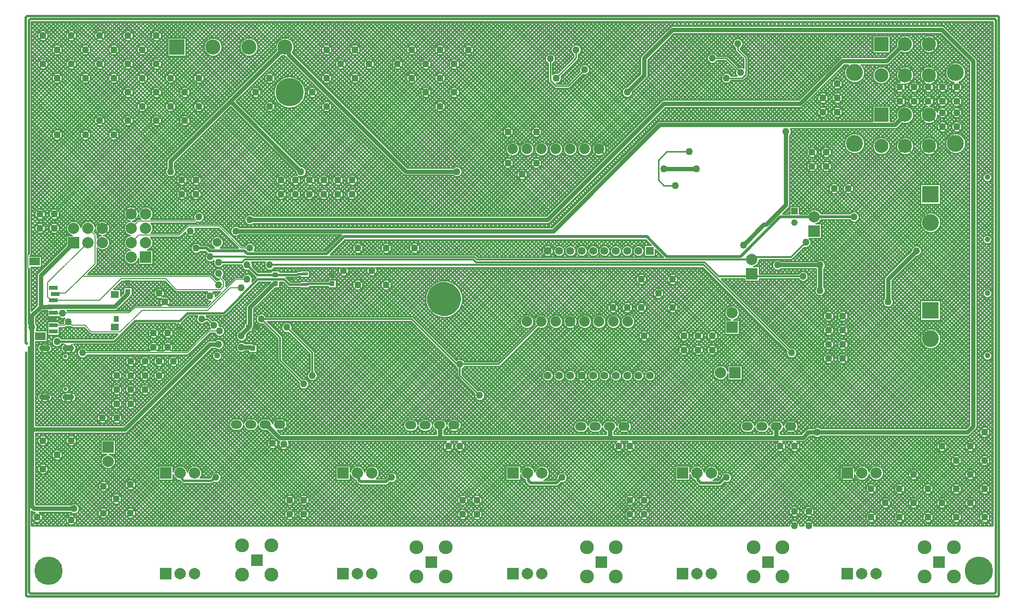
<source format=gbl>
G04*
G04 #@! TF.GenerationSoftware,Altium Limited,Altium Designer,22.8.2 (66)*
G04*
G04 Layer_Physical_Order=2*
G04 Layer_Color=16711680*
%FSLAX25Y25*%
%MOIN*%
G70*
G04*
G04 #@! TF.SameCoordinates,96B98669-0A76-488E-AF90-C307CBE701B7*
G04*
G04*
G04 #@! TF.FilePolarity,Positive*
G04*
G01*
G75*
%ADD11C,0.02000*%
%ADD14C,0.01000*%
%ADD25R,0.03661X0.03425*%
%ADD26R,0.03425X0.03661*%
%ADD28R,0.03937X0.02362*%
%ADD40C,0.07874*%
%ADD41C,0.01500*%
%ADD85C,0.05512*%
%ADD86R,0.05512X0.05512*%
%ADD87C,0.09646*%
%ADD88R,0.08465X0.08465*%
%ADD95C,0.00600*%
%ADD97C,0.03000*%
%ADD98C,0.01200*%
%ADD102C,0.07400*%
%ADD103C,0.06299*%
%ADD104C,0.04331*%
%ADD105C,0.13780*%
%ADD106O,0.07874X0.05906*%
%ADD107R,0.07874X0.07874*%
%ADD108C,0.07874*%
%ADD109R,0.07874X0.07874*%
%ADD110R,0.10512X0.10512*%
%ADD111C,0.10512*%
%ADD112C,0.11811*%
%ADD113R,0.09843X0.09843*%
%ADD114C,0.09843*%
%ADD115C,0.09843*%
%ADD116R,0.11811X0.11811*%
%ADD117C,0.03937*%
%ADD118R,0.04528X0.04528*%
%ADD119C,0.04528*%
%ADD120O,0.07874X0.03937*%
%ADD121O,0.08268X0.04134*%
%ADD122C,0.02559*%
%ADD123C,0.19685*%
%ADD124C,0.05000*%
%ADD125C,0.01575*%
%ADD126R,0.05512X0.05118*%
%ADD127R,0.03740X0.03937*%
%ADD128R,0.05906X0.03150*%
%ADD129R,0.07480X0.05512*%
D11*
X622047Y362205D02*
X645669D01*
X594488Y334646D02*
X622047Y362205D01*
X543208Y334646D02*
X594488D01*
X535852Y342001D02*
X543208Y334646D01*
X535852Y342001D02*
Y342001D01*
X529428Y348425D02*
X534915Y342939D01*
X534915D02*
X535852Y342001D01*
X534915Y342939D02*
X534915D01*
X252239Y336451D02*
X307140D01*
X225742Y338583D02*
X250107D01*
X252239Y336451D01*
X307140D02*
X319114Y348425D01*
X645748Y362283D02*
X673150D01*
X645669Y362205D02*
X645748Y362283D01*
X673150D02*
X673228Y362205D01*
X329502Y179282D02*
X330673Y178110D01*
X328583Y184173D02*
X329502Y183254D01*
Y179282D02*
Y183254D01*
X330673Y178110D02*
X348558D01*
X351550Y181102D01*
X579897Y177165D02*
X583834Y181102D01*
X564173Y184173D02*
X564952Y183394D01*
Y179142D02*
Y183394D01*
Y179142D02*
X566929Y177165D01*
X579897D01*
X448819D02*
X466535D01*
X446693Y184173D02*
X447157Y183709D01*
Y178827D02*
Y183709D01*
Y178827D02*
X448819Y177165D01*
X466535D02*
X470472Y181102D01*
X583834Y181102D02*
X584646D01*
X351550D02*
X352362D01*
X216566Y340404D02*
X223920D01*
X225742Y338583D01*
X319114Y348425D02*
X529428D01*
D14*
X758505Y470472D02*
X758308Y471467D01*
X757744Y472311D01*
X758505Y470472D02*
X758308Y471467D01*
X757744Y472311D01*
X745777Y455750D02*
X746697Y456109D01*
X747558Y456593D01*
X748342Y457193D01*
X749034Y457898D01*
X749620Y458694D01*
X750088Y459563D01*
X750429Y460490D01*
X750637Y461456D01*
X750706Y462441D01*
X745777Y455750D02*
X746697Y456109D01*
X747558Y456593D01*
X748342Y457193D01*
X749034Y457898D01*
X749620Y458694D01*
X750088Y459563D01*
X750429Y460490D01*
X750637Y461456D01*
X750706Y462441D01*
X736090Y493964D02*
X735247Y494528D01*
X734252Y494726D01*
X736090Y493964D02*
X735247Y494528D01*
X734252Y494726D01*
X731218Y482283D02*
X731136Y483275D01*
X730892Y484239D01*
X730492Y485149D01*
X729949Y485982D01*
X729275Y486713D01*
X728490Y487324D01*
X727616Y487798D01*
X726675Y488121D01*
X725694Y488284D01*
X724700D01*
X723719Y488121D01*
X722778Y487798D01*
X721904Y487324D01*
X721119Y486713D01*
X720445Y485982D01*
X719901Y485149D01*
X719502Y484239D01*
X719258Y483275D01*
X719176Y482283D01*
X719258Y481292D01*
X719502Y480328D01*
X719901Y479418D01*
X720445Y478585D01*
X721119Y477853D01*
X721904Y477243D01*
X722778Y476769D01*
X723719Y476446D01*
X724700Y476283D01*
X725694D01*
X726675Y476446D01*
X727616Y476769D01*
X728490Y477243D01*
X729275Y477853D01*
X729949Y478585D01*
X730492Y479418D01*
X730892Y480328D01*
X731136Y481292D01*
X731218Y482283D01*
X747996Y452425D02*
X747841Y453470D01*
X747390Y454424D01*
X746682Y455207D01*
X745777Y455750D01*
X750706Y462441D02*
X750636Y463434D01*
X750425Y464406D01*
X750078Y465340D01*
X749603Y466214D01*
X749009Y467013D01*
X748308Y467719D01*
X747513Y468318D01*
X746642Y468799D01*
X745711Y469152D01*
X744740Y469369D01*
X743748Y469446D01*
X742754Y469382D01*
X741780Y469178D01*
X740845Y468838D01*
X739967Y468369D01*
X739165Y467780D01*
X738454Y467083D01*
X737849Y466293D01*
X737362Y465424D01*
X737004Y464496D01*
X736780Y463526D01*
X736696Y462535D01*
X736753Y461541D01*
X736951Y460565D01*
X737285Y459628D01*
X737748Y458747D01*
X738332Y457941D01*
X739024Y457225D01*
X739810Y456615D01*
X740675Y456123D01*
X741601Y455758D01*
X742569Y455527D01*
X750706Y462441D02*
X750636Y463434D01*
X750425Y464406D01*
X750078Y465340D01*
X749603Y466214D01*
X749009Y467013D01*
X748308Y467719D01*
X747513Y468318D01*
X746642Y468799D01*
X745711Y469152D01*
X744740Y469369D01*
X743748Y469446D01*
X742754Y469382D01*
X741780Y469178D01*
X740845Y468838D01*
X739967Y468369D01*
X739165Y467780D01*
X738454Y467083D01*
X737849Y466293D01*
X737362Y465424D01*
X737004Y464496D01*
X736780Y463526D01*
X736696Y462535D01*
X736753Y461541D01*
X736951Y460565D01*
X737285Y459628D01*
X737748Y458747D01*
X738332Y457941D01*
X739024Y457225D01*
X739810Y456615D01*
X740675Y456123D01*
X741601Y455758D01*
X742569Y455527D01*
X742569D02*
X741786Y454905D01*
X741205Y454092D01*
X740870Y453150D01*
X740806Y452151D01*
X741020Y451175D01*
X741495Y450294D01*
X742193Y449578D01*
X743061Y449082D01*
X744032Y448844D01*
X745031Y448882D01*
X745982Y449193D01*
X746809Y449754D01*
X747451Y450521D01*
X747857Y451435D01*
X747996Y452425D01*
X738154D02*
X738020Y453397D01*
X737629Y454296D01*
X737011Y455056D01*
X736210Y455622D01*
X735286Y455950D01*
X734308Y456017D01*
X733348Y455818D01*
X732478Y455366D01*
X731761Y454697D01*
X731252Y453860D01*
X730987Y452916D01*
Y451935D01*
X731252Y450991D01*
X731761Y450153D01*
X732478Y449484D01*
X733348Y449033D01*
X734308Y448834D01*
X735286Y448901D01*
X736210Y449229D01*
X737011Y449794D01*
X737629Y450555D01*
X738020Y451454D01*
X738154Y452425D01*
X747996Y442583D02*
X747863Y443554D01*
X747472Y444453D01*
X746853Y445214D01*
X746052Y445779D01*
X745128Y446107D01*
X744150Y446174D01*
X743190Y445975D01*
X742320Y445524D01*
X741604Y444855D01*
X741094Y444017D01*
X740830Y443073D01*
Y442093D01*
X741094Y441149D01*
X741604Y440311D01*
X742320Y439642D01*
X743190Y439191D01*
X744150Y438991D01*
X745128Y439058D01*
X746052Y439386D01*
X746853Y439952D01*
X747472Y440712D01*
X747863Y441612D01*
X747996Y442583D01*
X738154D02*
X738020Y443554D01*
X737629Y444453D01*
X737011Y445214D01*
X736210Y445779D01*
X735286Y446107D01*
X734308Y446174D01*
X733348Y445975D01*
X732478Y445524D01*
X731761Y444855D01*
X731252Y444017D01*
X730987Y443073D01*
Y442093D01*
X731252Y441149D01*
X731761Y440311D01*
X732478Y439642D01*
X733348Y439191D01*
X734308Y438991D01*
X735286Y439058D01*
X736210Y439386D01*
X737011Y439952D01*
X737629Y440712D01*
X738020Y441612D01*
X738154Y442583D01*
X727256Y454972D02*
X728207Y455415D01*
X729067Y456017D01*
X729809Y456759D01*
X730411Y457619D01*
X730855Y458570D01*
X731127Y459584D01*
X731218Y460630D01*
X731138Y461609D01*
X730900Y462561D01*
X730510Y463463D01*
X729979Y464289D01*
X729321Y465017D01*
X728553Y465629D01*
X727695Y466108D01*
X726772Y466442D01*
X725806Y466620D01*
X724824Y466640D01*
X723852Y466499D01*
X722916Y466202D01*
X722041Y465758D01*
X721249Y465176D01*
X720563Y464474D01*
X719999Y463670D01*
X719574Y462785D01*
X719299Y461842D01*
X719180Y460867D01*
X719222Y459886D01*
X719422Y458925D01*
X719776Y458009D01*
X720274Y457162D01*
X720903Y456408D01*
X721647Y455767D01*
X722484Y455254D01*
X728311Y452425D02*
X728188Y453357D01*
X727828Y454226D01*
X727256Y454972D01*
X722484Y455254D02*
X721811Y454559D01*
X721348Y453709D01*
X721127Y452766D01*
X721166Y451799D01*
X721461Y450877D01*
X721991Y450067D01*
X722718Y449428D01*
X723588Y449005D01*
X724540Y448829D01*
X725505Y448914D01*
X726411Y449252D01*
X727196Y449820D01*
X727800Y450576D01*
X728181Y451466D01*
X728311Y452425D01*
X707845Y454664D02*
X708870Y454612D01*
X709889Y454735D01*
X710873Y455029D01*
X711792Y455486D01*
X712620Y456093D01*
X713333Y456831D01*
X713910Y457680D01*
X714335Y458614D01*
X714595Y459607D01*
X714683Y460630D01*
X708626Y452425D02*
X708425Y453611D01*
X707845Y454664D01*
X718469Y452425D02*
X718335Y453397D01*
X717944Y454296D01*
X717326Y455056D01*
X716525Y455622D01*
X715601Y455950D01*
X714623Y456017D01*
X713663Y455818D01*
X712792Y455366D01*
X712076Y454697D01*
X711566Y453860D01*
X711302Y452916D01*
Y451935D01*
X711566Y450991D01*
X712076Y450153D01*
X712792Y449484D01*
X713663Y449033D01*
X714623Y448834D01*
X715601Y448901D01*
X716525Y449229D01*
X717326Y449794D01*
X717944Y450555D01*
X718335Y451454D01*
X718469Y452425D01*
X728311Y442583D02*
X728165Y443599D01*
X727737Y444533D01*
X727064Y445308D01*
X726198Y445861D01*
X725212Y446148D01*
X724186Y446144D01*
X723201Y445851D01*
X722340Y445292D01*
X721672Y444512D01*
X721251Y443576D01*
X721111Y442558D01*
X721264Y441543D01*
X721698Y440612D01*
X722377Y439842D01*
X723246Y439294D01*
X724234Y439015D01*
X725549Y439082D02*
X726444Y439427D01*
X727215Y439997D01*
X727809Y440750D01*
X728183Y441633D01*
X728311Y442583D01*
X718469D02*
X718335Y443554D01*
X717944Y444453D01*
X717326Y445214D01*
X716525Y445779D01*
X715601Y446107D01*
X714623Y446174D01*
X713663Y445975D01*
X712792Y445524D01*
X712076Y444855D01*
X711566Y444017D01*
X711302Y443073D01*
Y442093D01*
X711566Y441149D01*
X712076Y440311D01*
X712792Y439642D01*
X713663Y439191D01*
X714623Y438991D01*
X715601Y439058D01*
X716525Y439386D01*
X717326Y439952D01*
X717944Y440712D01*
X718335Y441612D01*
X718469Y442583D01*
X714683Y482283D02*
X714598Y483287D01*
X714348Y484263D01*
X713939Y485183D01*
X713381Y486022D01*
X712692Y486757D01*
X711890Y487366D01*
X710998Y487833D01*
X710040Y488145D01*
X709044Y488293D01*
X708037Y488272D01*
X707048Y488084D01*
X706103Y487734D01*
X705230Y487231D01*
X704454Y486590D01*
X703794Y485829D01*
X703272Y484968D01*
X702900Y484032D01*
X702689Y483047D01*
X702645Y482041D01*
X702770Y481041D01*
X705976Y476894D02*
X706923Y476518D01*
X707920Y476308D01*
X708939Y476269D01*
X709949Y476401D01*
X710922Y476703D01*
X711831Y477164D01*
X712648Y477771D01*
X713352Y478508D01*
X713922Y479353D01*
X714340Y480282D01*
X714597Y481268D01*
X714683Y482283D01*
X695878Y467872D02*
X696873Y468070D01*
X697716Y468634D01*
X695878Y467872D02*
X696873Y468070D01*
X697716Y468634D01*
X665354Y473072D02*
X664359Y472874D01*
X663516Y472311D01*
X665354Y473072D02*
X664359Y472874D01*
X663516Y472311D01*
X714683Y460630D02*
X714599Y461632D01*
X714349Y462607D01*
X713940Y463526D01*
X713385Y464364D01*
X712697Y465099D01*
X711897Y465708D01*
X711006Y466176D01*
X710050Y466489D01*
X709055Y466638D01*
X708050Y466620D01*
X707061Y466435D01*
X706117Y466087D01*
X705244Y465587D01*
X704466Y464949D01*
X703806Y464191D01*
X703281Y463333D01*
X702906Y462399D01*
X702692Y461416D01*
X702644Y460411D01*
X702765Y459413D01*
X703049Y458448D01*
X703491Y457544D01*
X704077Y456726D01*
X704791Y456018D01*
X698147Y460630D02*
X698065Y461621D01*
X697821Y462585D01*
X697422Y463496D01*
X696878Y464328D01*
X696204Y465060D01*
X695419Y465671D01*
X694545Y466144D01*
X693604Y466467D01*
X692623Y466631D01*
X691629D01*
X690648Y466467D01*
X689707Y466144D01*
X688833Y465671D01*
X688048Y465060D01*
X687374Y464328D01*
X686831Y463496D01*
X686431Y462585D01*
X686187Y461621D01*
X686105Y460630D01*
X686187Y459639D01*
X686431Y458675D01*
X686831Y457764D01*
X687374Y456932D01*
X688048Y456200D01*
X688833Y455589D01*
X689707Y455116D01*
X690648Y454793D01*
X691629Y454629D01*
X692623D01*
X693604Y454793D01*
X694545Y455116D01*
X695419Y455589D01*
X696204Y456200D01*
X696878Y456932D01*
X697422Y457764D01*
X697821Y458675D01*
X698065Y459639D01*
X698147Y460630D01*
X669198Y467872D02*
X668465Y467182D01*
X667838Y466393D01*
X667331Y465523D01*
X666954Y464589D01*
X666715Y463611D01*
X666618Y462608D01*
X666667Y461602D01*
X666859Y460614D01*
X667191Y459663D01*
X667656Y458769D01*
X668244Y457952D01*
X668943Y457227D01*
X669739Y456610D01*
X670615Y456113D01*
X671554Y455748D01*
X672535Y455520D01*
X673538Y455436D01*
X674544Y455496D01*
X675530Y455700D01*
X676477Y456043D01*
X677365Y456519D01*
X678175Y457117D01*
X678892Y457825D01*
X679499Y458628D01*
X679985Y459510D01*
X680339Y460453D01*
X680555Y461436D01*
X680628Y462441D01*
X680551Y463473D01*
X680323Y464483D01*
X679950Y465448D01*
X679437Y466347D01*
X678798Y467161D01*
X678047Y467872D01*
X680628Y462441D02*
X680551Y463473D01*
X680323Y464483D01*
X679950Y465448D01*
X679437Y466347D01*
X678798Y467161D01*
X678047Y467872D01*
X669198D02*
X668465Y467182D01*
X667838Y466393D01*
X667331Y465523D01*
X666954Y464589D01*
X666715Y463611D01*
X666618Y462608D01*
X666667Y461602D01*
X666859Y460614D01*
X667191Y459663D01*
X667656Y458769D01*
X668244Y457952D01*
X668943Y457227D01*
X669739Y456610D01*
X670615Y456113D01*
X671554Y455748D01*
X672535Y455520D01*
X673538Y455436D01*
X674544Y455496D01*
X675530Y455700D01*
X676477Y456043D01*
X677365Y456519D01*
X678175Y457117D01*
X678892Y457825D01*
X679499Y458628D01*
X679985Y459510D01*
X680339Y460453D01*
X680555Y461436D01*
X680628Y462441D01*
X704791Y456018D02*
X703830Y455821D01*
X702957Y455372D01*
X702239Y454704D01*
X701727Y453867D01*
X701461Y452923D01*
X701459Y451942D01*
X701722Y450997D01*
X702230Y450158D01*
X702946Y449487D01*
X703816Y449035D01*
X704777Y448834D01*
X705755Y448900D01*
X706680Y449228D01*
X707482Y449793D01*
X708101Y450554D01*
X708492Y451453D01*
X708626Y452425D01*
Y442583D02*
X708493Y443554D01*
X708102Y444453D01*
X707483Y445214D01*
X706682Y445779D01*
X705758Y446107D01*
X704780Y446174D01*
X703820Y445975D01*
X702950Y445524D01*
X702233Y444855D01*
X701724Y444017D01*
X701460Y443073D01*
Y442093D01*
X701724Y441149D01*
X702233Y440311D01*
X702950Y439642D01*
X703820Y439191D01*
X704780Y438991D01*
X705758Y439058D01*
X706682Y439386D01*
X707483Y439952D01*
X708102Y440712D01*
X708493Y441612D01*
X708626Y442583D01*
X665017Y454724D02*
X664884Y455696D01*
X664493Y456595D01*
X663874Y457355D01*
X663073Y457921D01*
X662150Y458249D01*
X661172Y458316D01*
X660212Y458117D01*
X659341Y457665D01*
X658625Y456996D01*
X658115Y456159D01*
X657851Y455215D01*
Y454234D01*
X658115Y453290D01*
X658625Y452453D01*
X659341Y451783D01*
X660212Y451332D01*
X661172Y451133D01*
X662150Y451200D01*
X663073Y451528D01*
X663874Y452093D01*
X664493Y452854D01*
X664884Y453753D01*
X665017Y454724D01*
Y444882D02*
X664884Y445853D01*
X664493Y446752D01*
X663874Y447513D01*
X663073Y448078D01*
X662150Y448407D01*
X661172Y448474D01*
X660212Y448274D01*
X659341Y447823D01*
X658625Y447154D01*
X658115Y446316D01*
X657851Y445372D01*
Y444392D01*
X658115Y443448D01*
X658625Y442610D01*
X659341Y441941D01*
X660212Y441490D01*
X661172Y441290D01*
X662150Y441357D01*
X663073Y441685D01*
X663874Y442251D01*
X664493Y443011D01*
X664884Y443911D01*
X665017Y444882D01*
X655175D02*
X655041Y445853D01*
X654651Y446752D01*
X654032Y447513D01*
X653231Y448078D01*
X652307Y448407D01*
X651329Y448474D01*
X650369Y448274D01*
X649499Y447823D01*
X648782Y447154D01*
X648273Y446316D01*
X648008Y445372D01*
Y444392D01*
X648273Y443448D01*
X648782Y442610D01*
X649499Y441941D01*
X650369Y441490D01*
X651329Y441290D01*
X652307Y441357D01*
X653231Y441685D01*
X654032Y442251D01*
X654651Y443011D01*
X655041Y443911D01*
X655175Y444882D01*
X747996Y434709D02*
X747863Y435680D01*
X747472Y436579D01*
X746853Y437340D01*
X746052Y437905D01*
X745128Y438234D01*
X744150Y438300D01*
X743190Y438101D01*
X742320Y437650D01*
X741604Y436981D01*
X741094Y436143D01*
X740830Y435199D01*
Y434219D01*
X741094Y433275D01*
X741604Y432437D01*
X742320Y431768D01*
X743190Y431317D01*
X744150Y431117D01*
X745128Y431184D01*
X746052Y431512D01*
X746853Y432078D01*
X747472Y432838D01*
X747863Y433738D01*
X747996Y434709D01*
Y424866D02*
X747863Y425838D01*
X747472Y426737D01*
X746853Y427497D01*
X746052Y428063D01*
X745128Y428391D01*
X744150Y428458D01*
X743190Y428258D01*
X742320Y427807D01*
X741604Y427138D01*
X741094Y426300D01*
X740830Y425356D01*
Y424376D01*
X741094Y423432D01*
X741604Y422594D01*
X742320Y421925D01*
X743190Y421474D01*
X744150Y421275D01*
X745128Y421342D01*
X746052Y421670D01*
X746853Y422235D01*
X747472Y422996D01*
X747863Y423895D01*
X747996Y424866D01*
X750706Y413228D02*
X750635Y414225D01*
X750422Y415202D01*
X750073Y416139D01*
X749594Y417016D01*
X748995Y417816D01*
X748288Y418523D01*
X747488Y419122D01*
X746611Y419601D01*
X745675Y419950D01*
X744698Y420163D01*
X743701Y420234D01*
X742704Y420163D01*
X741727Y419950D01*
X740791Y419601D01*
X739913Y419122D01*
X739113Y418523D01*
X738406Y417816D01*
X737807Y417016D01*
X737328Y416139D01*
X736979Y415202D01*
X736767Y414225D01*
X736695Y413228D01*
X736767Y412231D01*
X736979Y411255D01*
X737328Y410318D01*
X737807Y409441D01*
X738406Y408641D01*
X739113Y407934D01*
X739913Y407335D01*
X740791Y406856D01*
X741727Y406507D01*
X742704Y406294D01*
X743701Y406223D01*
X744698Y406294D01*
X745675Y406507D01*
X746611Y406856D01*
X747488Y407335D01*
X748288Y407934D01*
X748995Y408641D01*
X749594Y409441D01*
X750073Y410318D01*
X750422Y411255D01*
X750635Y412231D01*
X750706Y413228D01*
X750635Y414225D01*
X750422Y415202D01*
X750073Y416139D01*
X749594Y417016D01*
X748995Y417816D01*
X748288Y418523D01*
X747488Y419122D01*
X746611Y419601D01*
X745675Y419950D01*
X744698Y420163D01*
X743701Y420234D01*
X742704Y420163D01*
X741727Y419950D01*
X740791Y419601D01*
X739913Y419122D01*
X739113Y418523D01*
X738406Y417816D01*
X737807Y417016D01*
X737328Y416139D01*
X736979Y415202D01*
X736767Y414225D01*
X736695Y413228D01*
X736767Y412231D01*
X736979Y411255D01*
X737328Y410318D01*
X737807Y409441D01*
X738406Y408641D01*
X739113Y407934D01*
X739913Y407335D01*
X740791Y406856D01*
X741727Y406507D01*
X742704Y406294D01*
X743701Y406223D01*
X744698Y406294D01*
X745675Y406507D01*
X746611Y406856D01*
X747488Y407335D01*
X748288Y407934D01*
X748995Y408641D01*
X749594Y409441D01*
X750073Y410318D01*
X750422Y411255D01*
X750635Y412231D01*
X750706Y413228D01*
X738154Y434709D02*
X738011Y435712D01*
X737594Y436637D01*
X736936Y437408D01*
X736089Y437965D01*
X735120Y438264D01*
X734106Y438281D01*
X733128Y438015D01*
X732263Y437486D01*
X731580Y436737D01*
X731132Y435828D01*
X730956Y434830D01*
X731211Y433373D02*
X731701Y432512D01*
X732408Y431818D01*
X733278Y431342D01*
X734244Y431122D01*
X735234Y431174D01*
X736172Y431493D01*
X736987Y432056D01*
X737618Y432820D01*
X738017Y433727D01*
X738154Y434709D01*
X731218Y433071D02*
X731211Y433373D01*
X730956Y434830D02*
X730565Y435798D01*
X730013Y436685D01*
X729316Y437463D01*
X728495Y438109D01*
X727575Y438603D01*
X726583Y438930D01*
X725549Y439082D01*
X724234Y439015D02*
X723250Y438769D01*
X722322Y438361D01*
X721475Y437804D01*
X720733Y437112D01*
X720119Y436306D01*
X719648Y435408D01*
X719334Y434444D01*
X719187Y433441D01*
X719210Y432427D01*
X719403Y431432D01*
X719760Y430483D01*
X720271Y429607D01*
X720922Y428830D01*
X721694Y428173D01*
X722566Y427655D01*
X723512Y427290D01*
X724506Y427089D01*
X725519Y427058D01*
X726523Y427198D01*
X727490Y427503D01*
X728392Y427967D01*
X729203Y428576D01*
X729900Y429311D01*
X730464Y430154D01*
X730879Y431079D01*
X731133Y432061D01*
X731218Y433071D01*
X738154Y424866D02*
X738020Y425838D01*
X737629Y426737D01*
X737011Y427497D01*
X736210Y428063D01*
X735286Y428391D01*
X734308Y428458D01*
X733348Y428258D01*
X732478Y427807D01*
X731761Y427138D01*
X731252Y426300D01*
X730987Y425356D01*
Y424376D01*
X731252Y423432D01*
X731761Y422594D01*
X732478Y421925D01*
X733348Y421474D01*
X734308Y421275D01*
X735286Y421342D01*
X736210Y421670D01*
X737011Y422235D01*
X737629Y422996D01*
X738020Y423895D01*
X738154Y424866D01*
X731218Y411417D02*
X731136Y412408D01*
X730892Y413372D01*
X730492Y414283D01*
X729949Y415116D01*
X729275Y415847D01*
X728490Y416458D01*
X727616Y416931D01*
X726675Y417254D01*
X725694Y417418D01*
X724700D01*
X723719Y417254D01*
X722778Y416931D01*
X721904Y416458D01*
X721119Y415847D01*
X720445Y415116D01*
X719901Y414283D01*
X719502Y413372D01*
X719258Y412408D01*
X719176Y411417D01*
X719258Y410426D01*
X719502Y409462D01*
X719901Y408552D01*
X720445Y407719D01*
X721119Y406987D01*
X721904Y406377D01*
X722778Y405903D01*
X723719Y405580D01*
X724700Y405417D01*
X725694D01*
X726675Y405580D01*
X727616Y405903D01*
X728490Y406377D01*
X729275Y406987D01*
X729949Y407719D01*
X730492Y408552D01*
X730892Y409462D01*
X731136Y410426D01*
X731218Y411417D01*
X768817Y389764D02*
X768650Y390760D01*
X768169Y391649D01*
X767426Y392333D01*
X766501Y392738D01*
X765495Y392822D01*
X764515Y392574D01*
X763670Y392021D01*
X763049Y391224D01*
X762721Y390269D01*
Y389259D01*
X763049Y388303D01*
X763670Y387506D01*
X764515Y386954D01*
X765495Y386706D01*
X766501Y386789D01*
X767426Y387195D01*
X768169Y387879D01*
X768650Y388767D01*
X768817Y389764D01*
X768650Y390760D01*
X768169Y391649D01*
X767426Y392333D01*
X766501Y392738D01*
X765495Y392822D01*
X764515Y392574D01*
X763670Y392021D01*
X763049Y391224D01*
X762721Y390269D01*
Y389259D01*
X763049Y388303D01*
X763670Y387506D01*
X764515Y386954D01*
X765495Y386706D01*
X766501Y386789D01*
X767426Y387195D01*
X768169Y387879D01*
X768650Y388767D01*
X768817Y389764D01*
Y346457D02*
X768650Y347453D01*
X768169Y348341D01*
X767426Y349026D01*
X766501Y349431D01*
X765495Y349515D01*
X764515Y349267D01*
X763670Y348714D01*
X763049Y347917D01*
X762721Y346962D01*
Y345952D01*
X763049Y344996D01*
X763670Y344199D01*
X764515Y343647D01*
X765495Y343399D01*
X766501Y343482D01*
X767426Y343888D01*
X768169Y344572D01*
X768650Y345460D01*
X768817Y346457D01*
X768650Y347453D01*
X768169Y348341D01*
X767426Y349026D01*
X766501Y349431D01*
X765495Y349515D01*
X764515Y349267D01*
X763670Y348714D01*
X763049Y347917D01*
X762721Y346962D01*
Y345952D01*
X763049Y344996D01*
X763670Y344199D01*
X764515Y343647D01*
X765495Y343399D01*
X766501Y343482D01*
X767426Y343888D01*
X768169Y344572D01*
X768650Y345460D01*
X768817Y346457D01*
X733383Y358268D02*
X733312Y359265D01*
X733100Y360241D01*
X732750Y361178D01*
X732271Y362055D01*
X731672Y362855D01*
X730966Y363562D01*
X730165Y364161D01*
X729288Y364640D01*
X728352Y364989D01*
X727375Y365202D01*
X726378Y365273D01*
X725381Y365202D01*
X724404Y364989D01*
X723468Y364640D01*
X722590Y364161D01*
X721790Y363562D01*
X721083Y362855D01*
X720484Y362055D01*
X720006Y361178D01*
X719656Y360241D01*
X719444Y359265D01*
X719372Y358268D01*
X719444Y357271D01*
X719656Y356294D01*
X720006Y355358D01*
X720484Y354480D01*
X721083Y353680D01*
X721790Y352973D01*
X722590Y352374D01*
X723468Y351895D01*
X724404Y351546D01*
X725381Y351333D01*
X726378Y351262D01*
X727375Y351333D01*
X728352Y351546D01*
X729288Y351895D01*
X730165Y352374D01*
X730966Y352973D01*
X731672Y353680D01*
X732271Y354480D01*
X732750Y355358D01*
X733100Y356294D01*
X733312Y357271D01*
X733383Y358268D01*
X716613Y334983D02*
X717530Y335123D01*
X718380Y335491D01*
X719108Y336065D01*
X719666Y336805D01*
X720016Y337664D01*
X720135Y338583D01*
X719992Y339590D01*
X719572Y340517D01*
X718909Y341289D01*
X718057Y341845D01*
X717083Y342141D01*
X716065Y342152D01*
X715085Y341878D01*
X714221Y341340D01*
X713542Y340582D01*
X713102Y339665D01*
X712936Y338661D01*
X714683Y433071D02*
X714600Y434064D01*
X714355Y435030D01*
X713954Y435943D01*
X713407Y436777D01*
X712731Y437509D01*
X711943Y438119D01*
X711065Y438592D01*
X710121Y438912D01*
X709137Y439073D01*
X708141Y439070D01*
X707158Y438902D01*
X706217Y438574D01*
X705342Y438095D01*
X704559Y437478D01*
X703888Y436741D01*
X703348Y435904D01*
X702953Y434988D01*
X702715Y434020D01*
X702640Y433026D01*
X702730Y432033D01*
X702983Y431069D01*
X706660Y427392D02*
X707671Y427132D01*
X708711Y427050D01*
X709751Y427149D01*
X710757Y427426D01*
X711701Y427873D01*
X712553Y428476D01*
X713288Y429218D01*
X713884Y430075D01*
X714323Y431022D01*
X714592Y432031D01*
X714683Y433071D01*
X701640Y423450D02*
X702635Y423647D01*
X703479Y424211D01*
X701640Y423450D02*
X702635Y423647D01*
X703479Y424211D01*
X714683Y411417D02*
X714601Y412408D01*
X714356Y413372D01*
X713957Y414283D01*
X713413Y415116D01*
X712740Y415847D01*
X711955Y416458D01*
X711080Y416931D01*
X710140Y417254D01*
X709159Y417418D01*
X708164D01*
X707183Y417254D01*
X706243Y416931D01*
X705368Y416458D01*
X704583Y415847D01*
X703910Y415116D01*
X703366Y414283D01*
X702966Y413372D01*
X702722Y412408D01*
X702640Y411417D01*
X702722Y410426D01*
X702966Y409462D01*
X703366Y408552D01*
X703910Y407719D01*
X704583Y406987D01*
X705368Y406377D01*
X706243Y405903D01*
X707183Y405580D01*
X708164Y405417D01*
X709159D01*
X710140Y405580D01*
X711080Y405903D01*
X711955Y406377D01*
X712740Y406987D01*
X713413Y407719D01*
X713957Y408552D01*
X714356Y409462D01*
X714601Y410426D01*
X714683Y411417D01*
X698147D02*
X698065Y412408D01*
X697821Y413372D01*
X697422Y414283D01*
X696878Y415116D01*
X696204Y415847D01*
X695419Y416458D01*
X694545Y416931D01*
X693604Y417254D01*
X692623Y417418D01*
X691629D01*
X690648Y417254D01*
X689707Y416931D01*
X688833Y416458D01*
X688048Y415847D01*
X687374Y415116D01*
X686831Y414283D01*
X686431Y413372D01*
X686187Y412408D01*
X686105Y411417D01*
X686187Y410426D01*
X686431Y409462D01*
X686831Y408552D01*
X687374Y407719D01*
X688048Y406987D01*
X688833Y406377D01*
X689707Y405903D01*
X690648Y405580D01*
X691629Y405417D01*
X692623D01*
X693604Y405580D01*
X694545Y405903D01*
X695419Y406377D01*
X696204Y406987D01*
X696878Y407719D01*
X697422Y408552D01*
X697821Y409462D01*
X698065Y410426D01*
X698147Y411417D01*
X680628Y413228D02*
X680556Y414225D01*
X680344Y415202D01*
X679994Y416139D01*
X679516Y417016D01*
X678917Y417816D01*
X678210Y418523D01*
X677410Y419122D01*
X676532Y419601D01*
X675596Y419950D01*
X674619Y420163D01*
X673622Y420234D01*
X672625Y420163D01*
X671648Y419950D01*
X670712Y419601D01*
X669835Y419122D01*
X669034Y418523D01*
X668328Y417816D01*
X667729Y417016D01*
X667250Y416139D01*
X666900Y415202D01*
X666688Y414225D01*
X666616Y413228D01*
X666688Y412231D01*
X666900Y411255D01*
X667250Y410318D01*
X667729Y409441D01*
X668328Y408641D01*
X669034Y407934D01*
X669835Y407335D01*
X670712Y406856D01*
X671648Y406507D01*
X672625Y406294D01*
X673622Y406223D01*
X674619Y406294D01*
X675596Y406507D01*
X676532Y406856D01*
X677410Y407335D01*
X678210Y407934D01*
X678917Y408641D01*
X679516Y409441D01*
X679994Y410318D01*
X680344Y411255D01*
X680556Y412231D01*
X680628Y413228D01*
X680556Y414225D01*
X680344Y415202D01*
X679994Y416139D01*
X679516Y417016D01*
X678917Y417816D01*
X678210Y418523D01*
X677410Y419122D01*
X676532Y419601D01*
X675596Y419950D01*
X674619Y420163D01*
X673622Y420234D01*
X672625Y420163D01*
X671648Y419950D01*
X670712Y419601D01*
X669835Y419122D01*
X669034Y418523D01*
X668328Y417816D01*
X667729Y417016D01*
X667250Y416139D01*
X666900Y415202D01*
X666688Y414225D01*
X666616Y413228D01*
X666688Y412231D01*
X666900Y411255D01*
X667250Y410318D01*
X667729Y409441D01*
X668328Y408641D01*
X669034Y407934D01*
X669835Y407335D01*
X670712Y406856D01*
X671648Y406507D01*
X672625Y406294D01*
X673622Y406223D01*
X674619Y406294D01*
X675596Y406507D01*
X676532Y406856D01*
X677410Y407335D01*
X678210Y407934D01*
X678917Y408641D01*
X679516Y409441D01*
X679994Y410318D01*
X680344Y411255D01*
X680556Y412231D01*
X680628Y413228D01*
X665017Y435039D02*
X664884Y436011D01*
X664493Y436910D01*
X663874Y437670D01*
X663073Y438236D01*
X662150Y438564D01*
X661172Y438631D01*
X660212Y438432D01*
X659341Y437981D01*
X658625Y437311D01*
X658115Y436474D01*
X657851Y435530D01*
Y434549D01*
X658115Y433605D01*
X658625Y432767D01*
X659341Y432098D01*
X660212Y431647D01*
X661172Y431448D01*
X662150Y431515D01*
X663073Y431843D01*
X663874Y432408D01*
X664493Y433169D01*
X664884Y434068D01*
X665017Y435039D01*
X655175D02*
X655041Y436011D01*
X654651Y436910D01*
X654032Y437670D01*
X653231Y438236D01*
X652307Y438564D01*
X651329Y438631D01*
X650369Y438432D01*
X649499Y437981D01*
X648782Y437311D01*
X648273Y436474D01*
X648008Y435530D01*
Y434549D01*
X648273Y433605D01*
X648782Y432767D01*
X649499Y432098D01*
X650369Y431647D01*
X651329Y431448D01*
X652307Y431515D01*
X653231Y431843D01*
X654032Y432408D01*
X654651Y433169D01*
X655041Y434068D01*
X655175Y435039D01*
X657445Y407150D02*
X657311Y408121D01*
X656921Y409020D01*
X656302Y409781D01*
X655501Y410346D01*
X654577Y410674D01*
X653599Y410741D01*
X652639Y410542D01*
X651769Y410091D01*
X651052Y409422D01*
X650543Y408584D01*
X650278Y407640D01*
Y406660D01*
X650543Y405716D01*
X651052Y404878D01*
X651769Y404209D01*
X652639Y403758D01*
X653599Y403558D01*
X654577Y403625D01*
X655501Y403953D01*
X656302Y404519D01*
X656921Y405279D01*
X657311Y406179D01*
X657445Y407150D01*
X647602D02*
X647469Y408121D01*
X647078Y409020D01*
X646460Y409781D01*
X645659Y410346D01*
X644735Y410674D01*
X643757Y410741D01*
X642797Y410542D01*
X641926Y410091D01*
X641210Y409422D01*
X640700Y408584D01*
X640436Y407640D01*
Y406660D01*
X640700Y405716D01*
X641210Y404878D01*
X641926Y404209D01*
X642797Y403758D01*
X643757Y403558D01*
X644735Y403625D01*
X645659Y403953D01*
X646460Y404519D01*
X647078Y405279D01*
X647469Y406179D01*
X647602Y407150D01*
X676828Y362205D02*
X676691Y363189D01*
X676291Y364098D01*
X675657Y364862D01*
X674838Y365425D01*
X673896Y365742D01*
X672904Y365790D01*
X671936Y365565D01*
X671067Y365084D01*
X670363Y364384D01*
X670249Y360184D02*
X670932Y359432D01*
X671797Y358902D01*
X672775Y358633D01*
X673790Y358649D01*
X674760Y358947D01*
X675608Y359504D01*
X676268Y360275D01*
X676685Y361200D01*
X676828Y362205D01*
X672891Y381890D02*
X672758Y382861D01*
X672367Y383760D01*
X671748Y384521D01*
X670948Y385086D01*
X670024Y385415D01*
X669046Y385481D01*
X668086Y385282D01*
X667215Y384831D01*
X666499Y384162D01*
X665989Y383324D01*
X665725Y382380D01*
Y381400D01*
X665989Y380455D01*
X666499Y379618D01*
X667215Y378949D01*
X668086Y378498D01*
X669046Y378298D01*
X670024Y378365D01*
X670948Y378693D01*
X671748Y379259D01*
X672367Y380019D01*
X672758Y380919D01*
X672891Y381890D01*
X663049D02*
X662915Y382861D01*
X662525Y383760D01*
X661906Y384521D01*
X661105Y385086D01*
X660181Y385415D01*
X659203Y385481D01*
X658243Y385282D01*
X657373Y384831D01*
X656656Y384162D01*
X656147Y383324D01*
X655882Y382380D01*
Y381400D01*
X656147Y380455D01*
X656656Y379618D01*
X657373Y378949D01*
X658243Y378498D01*
X659203Y378298D01*
X660181Y378365D01*
X661105Y378693D01*
X661906Y379259D01*
X662525Y380019D01*
X662915Y380919D01*
X663049Y381890D01*
X657445Y397307D02*
X657311Y398278D01*
X656921Y399178D01*
X656302Y399938D01*
X655501Y400504D01*
X654577Y400832D01*
X653599Y400899D01*
X652639Y400699D01*
X651769Y400248D01*
X651052Y399579D01*
X650543Y398742D01*
X650278Y397797D01*
Y396817D01*
X650543Y395873D01*
X651052Y395035D01*
X651769Y394366D01*
X652639Y393915D01*
X653599Y393716D01*
X654577Y393782D01*
X655501Y394111D01*
X656302Y394676D01*
X656921Y395437D01*
X657311Y396336D01*
X657445Y397307D01*
X647602D02*
X647469Y398278D01*
X647078Y399178D01*
X646460Y399938D01*
X645659Y400504D01*
X644735Y400832D01*
X643757Y400899D01*
X642797Y400699D01*
X641926Y400248D01*
X641210Y399579D01*
X640700Y398742D01*
X640436Y397797D01*
Y396817D01*
X640700Y395873D01*
X641210Y395035D01*
X641926Y394366D01*
X642797Y393915D01*
X643757Y393716D01*
X644735Y393782D01*
X645659Y394111D01*
X646460Y394676D01*
X647078Y395437D01*
X647469Y396336D01*
X647602Y397307D01*
X652206Y326250D02*
X652750Y326985D01*
X653090Y327834D01*
X653206Y328740D01*
X646530Y357399D02*
X647453Y357652D01*
X648312Y358074D01*
X649076Y358652D01*
X649716Y359364D01*
X650211Y360184D01*
X650283Y364384D02*
X649806Y365237D01*
X649172Y365982D01*
X648407Y366590D01*
X647539Y367039D01*
X646600Y367312D01*
X645626Y367399D01*
X644654Y367296D01*
X643720Y367007D01*
X642860Y366543D01*
X642105Y365921D01*
X641485Y365166D01*
X641022Y364305D01*
X653206Y328740D02*
X653054Y329776D01*
X652610Y330724D01*
X651913Y331504D01*
X651020Y332051D01*
X650007Y332318D01*
X648961Y332282D01*
X647970Y331947D01*
X647116Y331340D01*
X599688Y472778D02*
X599218Y473911D01*
X599688Y472778D02*
X599220Y473909D01*
X596120Y482620D02*
X595976Y483627D01*
X595556Y484554D01*
X594895Y485326D01*
X594043Y485882D01*
X593070Y486178D01*
X592053Y486190D01*
X591074Y485917D01*
X590209Y485381D01*
X589529Y484625D01*
X589088Y483708D01*
X588921Y482705D01*
X589041Y481695D01*
X589438Y480759D01*
X590082Y479972D01*
X590920Y479396D01*
X594120D02*
X594942Y479957D01*
X595579Y480723D01*
X595982Y481634D01*
X596120Y482620D01*
X596488Y465592D02*
X595498Y466054D01*
X594415Y466198D01*
X593339Y466010D01*
X547244Y494726D02*
X546249Y494528D01*
X545406Y493964D01*
X590920Y478346D02*
X591390Y477214D01*
X590920Y478346D02*
X591388Y477215D01*
X585777Y473572D02*
X584646Y474041D01*
X585778Y473571D02*
X584646Y474041D01*
X547244Y494726D02*
X546249Y494528D01*
X545406Y493964D01*
X578028Y474041D02*
X577455Y474876D01*
X576672Y475518D01*
X575741Y475917D01*
X574736Y476040D01*
X573736Y475879D01*
X572821Y475446D01*
X572063Y474775D01*
X571521Y473920D01*
X571239Y472947D01*
Y471935D01*
X571521Y470962D01*
X572063Y470107D01*
X572821Y469436D01*
X573736Y469003D01*
X574736Y468842D01*
X575741Y468965D01*
X576672Y469364D01*
X577455Y470006D01*
X578028Y470841D01*
X599220Y459976D02*
X599688Y461107D01*
X599218Y459974D02*
X599688Y461107D01*
X635827Y438345D02*
X636822Y438543D01*
X637665Y439106D01*
X635827Y438345D02*
X636822Y438543D01*
X637665Y439106D01*
X591077Y463747D02*
X590896Y462840D01*
X590953Y461916D01*
X591245Y461037D01*
X591750Y460261D01*
X595642Y457061D02*
X596775Y457531D01*
X595642Y457061D02*
X596774Y457530D01*
X587871Y460261D02*
X587297Y461096D01*
X586515Y461738D01*
X585584Y462137D01*
X584579Y462261D01*
X583579Y462100D01*
X582664Y461667D01*
X581905Y460996D01*
X581363Y460140D01*
X581081Y459168D01*
Y458155D01*
X581363Y457183D01*
X581905Y456327D01*
X582664Y455656D01*
X583579Y455223D01*
X584579Y455062D01*
X585584Y455186D01*
X586515Y455584D01*
X587297Y456227D01*
X587871Y457061D01*
X525721Y474279D02*
X525157Y473436D01*
X524959Y472441D01*
X525721Y474279D02*
X525157Y473436D01*
X524959Y472441D01*
X529397Y458791D02*
X529961Y459635D01*
X530159Y460630D01*
X529397Y458791D02*
X529961Y459635D01*
X530159Y460630D01*
X481915Y475122D02*
X482737Y475683D01*
X483374Y476449D01*
X483777Y477360D01*
X483915Y478346D01*
X483771Y479353D01*
X483352Y480280D01*
X482690Y481052D01*
X481839Y481608D01*
X480865Y481904D01*
X479848Y481916D01*
X478869Y481643D01*
X478005Y481107D01*
X477325Y480351D01*
X476883Y479434D01*
X476716Y478431D01*
X476836Y477421D01*
X477233Y476485D01*
X477877Y475698D01*
X478715Y475122D01*
X489820Y464567D02*
X489671Y465592D01*
X489236Y466533D01*
X488551Y467311D01*
X487673Y467861D01*
X486674Y468138D01*
X485638Y468119D01*
X484650Y467806D01*
X483793Y467225D01*
X483136Y466423D01*
X482735Y465468D01*
X482623Y464437D01*
X482809Y463418D01*
X485072Y461155D02*
X486026Y460972D01*
X486995Y461051D01*
X487907Y461386D01*
X488696Y461953D01*
X489305Y462711D01*
X489689Y463604D01*
X489820Y464567D01*
X466032Y472104D02*
X465888Y473111D01*
X465469Y474037D01*
X464807Y474809D01*
X463955Y475366D01*
X462982Y475662D01*
X461965Y475674D01*
X460986Y475401D01*
X460121Y474865D01*
X459442Y474108D01*
X459000Y473192D01*
X458833Y472189D01*
X458953Y471179D01*
X459350Y470243D01*
X459994Y469455D01*
X460832Y468879D01*
X409112Y478346D02*
X408978Y479318D01*
X408588Y480217D01*
X407969Y480977D01*
X407168Y481543D01*
X406244Y481871D01*
X405266Y481938D01*
X404306Y481739D01*
X403436Y481288D01*
X402719Y480618D01*
X402210Y479781D01*
X401945Y478837D01*
Y477856D01*
X402210Y476912D01*
X402719Y476075D01*
X403436Y475405D01*
X404306Y474954D01*
X405266Y474755D01*
X406244Y474822D01*
X407168Y475150D01*
X407969Y475715D01*
X408588Y476476D01*
X408978Y477375D01*
X409112Y478346D01*
X481446Y471310D02*
X481915Y472441D01*
X481445Y471308D02*
X481915Y472441D01*
X470135Y458661D02*
X469947Y459810D01*
X466492Y455062D02*
X467432Y455175D01*
X468310Y455529D01*
X469066Y456101D01*
X469646Y456849D01*
X470011Y457723D01*
X470135Y458661D01*
X464032Y468879D02*
X464854Y469441D01*
X465491Y470207D01*
X465894Y471117D01*
X466032Y472104D01*
X467684Y462073D02*
X466720Y462257D01*
X465742Y462173D01*
X464824Y461828D01*
X464032Y461248D01*
X460832Y456859D02*
X461302Y455727D01*
X460832Y456859D02*
X461301Y455728D01*
X541339Y443545D02*
X540344Y443347D01*
X539500Y442783D01*
X541339Y443545D02*
X540344Y443347D01*
X539500Y442783D01*
X538254Y428650D02*
X537259Y428452D01*
X536416Y427888D01*
X538254Y428650D02*
X537259Y428452D01*
X536416Y427888D01*
X515670Y452418D02*
X514697Y452262D01*
X513802Y451848D01*
X513054Y451207D01*
X512507Y450387D01*
X512204Y449449D01*
X512166Y448464D01*
X512396Y447506D01*
X512878Y446646D01*
X513575Y445949D01*
X514435Y445467D01*
X515393Y445236D01*
X516378Y445274D01*
X517316Y445578D01*
X518136Y446125D01*
X518777Y446873D01*
X519191Y447768D01*
X519347Y448741D01*
X474747Y451493D02*
X475879Y451963D01*
X465067Y451962D02*
X466198Y451493D01*
X465066Y451963D02*
X466198Y451493D01*
X474747D02*
X475878Y451962D01*
X456356Y421260D02*
X456222Y422231D01*
X455832Y423130D01*
X455213Y423891D01*
X454412Y424456D01*
X453488Y424785D01*
X452510Y424852D01*
X451550Y424652D01*
X450680Y424201D01*
X449963Y423532D01*
X449454Y422694D01*
X449189Y421750D01*
Y420770D01*
X449454Y419826D01*
X449963Y418988D01*
X450680Y418319D01*
X451550Y417868D01*
X452510Y417668D01*
X453488Y417735D01*
X454412Y418063D01*
X455213Y418629D01*
X455832Y419389D01*
X456222Y420289D01*
X456356Y421260D01*
X436671D02*
X436537Y422231D01*
X436147Y423130D01*
X435528Y423891D01*
X434727Y424456D01*
X433803Y424785D01*
X432825Y424852D01*
X431865Y424652D01*
X430995Y424201D01*
X430278Y423532D01*
X429769Y422694D01*
X429504Y421750D01*
Y420770D01*
X429769Y419826D01*
X430278Y418988D01*
X430995Y418319D01*
X431865Y417868D01*
X432825Y417668D01*
X433803Y417735D01*
X434727Y418063D01*
X435528Y418629D01*
X436147Y419389D01*
X436537Y420289D01*
X436671Y421260D01*
X629584Y421450D02*
X629429Y422495D01*
X628978Y423450D01*
X628584Y418960D02*
X629128Y419695D01*
X629468Y420543D01*
X629584Y421450D01*
X627823Y368687D02*
X628386Y369531D01*
X628584Y370526D01*
X627823Y368687D02*
X628386Y369531D01*
X628584Y370526D01*
X643364Y344488D02*
X643200Y345561D01*
X642725Y346536D01*
X641980Y347325D01*
X501020Y409449D02*
X500916Y410447D01*
X500605Y411401D01*
X500104Y412270D01*
X499432Y413016D01*
X498621Y413606D01*
X497704Y414014D01*
X496722Y414222D01*
X495719D01*
X494737Y414014D01*
X493820Y413606D01*
X493009Y413016D01*
X492337Y412270D01*
X491835Y411401D01*
X491525Y410447D01*
X491421Y409449D01*
X491525Y408451D01*
X491835Y407497D01*
X492337Y406627D01*
X493009Y405882D01*
X493820Y405292D01*
X494737Y404884D01*
X495719Y404675D01*
X496722D01*
X497704Y404884D01*
X498621Y405292D01*
X499432Y405882D01*
X500104Y406627D01*
X500605Y407497D01*
X500916Y408451D01*
X501020Y409449D01*
X491020D02*
X490916Y410447D01*
X490605Y411401D01*
X490104Y412270D01*
X489432Y413016D01*
X488621Y413606D01*
X487704Y414014D01*
X486722Y414222D01*
X485719D01*
X484737Y414014D01*
X483820Y413606D01*
X483009Y413016D01*
X482337Y412270D01*
X481836Y411401D01*
X481525Y410447D01*
X481421Y409449D01*
X481525Y408451D01*
X481836Y407497D01*
X482337Y406627D01*
X483009Y405882D01*
X483820Y405292D01*
X484737Y404884D01*
X485719Y404675D01*
X486722D01*
X487704Y404884D01*
X488621Y405292D01*
X489432Y405882D01*
X490104Y406627D01*
X490605Y407497D01*
X490916Y408451D01*
X491020Y409449D01*
X638722Y341042D02*
X639666Y340890D01*
X640616Y340991D01*
X641507Y341338D01*
X642274Y341908D01*
X642865Y342660D01*
X643237Y343541D01*
X643364Y344488D01*
X629527Y332551D02*
X630731Y333051D01*
X629527Y332551D02*
X630729Y333049D01*
X622569Y331340D02*
X621770Y331918D01*
X620845Y332258D01*
X619862Y332334D01*
X618896Y332140D01*
X618018Y331692D01*
X617295Y331022D01*
X616780Y330182D01*
X616513Y329233D01*
Y328247D01*
X616780Y327299D01*
X617295Y326458D01*
X618018Y325788D01*
X618896Y325340D01*
X619862Y325147D01*
X620845Y325223D01*
X621770Y325562D01*
X622569Y326140D01*
X603223Y327714D02*
X604174Y327977D01*
X605056Y328421D01*
X605834Y329028D01*
X606479Y329775D01*
X606966Y330634D01*
X607276Y331572D01*
X607398Y332551D01*
X527478Y338583D02*
X527347Y339581D01*
X526961Y340511D01*
X526349Y341309D01*
X525550Y341922D01*
X524620Y342307D01*
X523622Y342439D01*
X522624Y342307D01*
X521694Y341922D01*
X520895Y341309D01*
X520283Y340511D01*
X519898Y339581D01*
X519766Y338583D01*
X519898Y337585D01*
X520283Y336655D01*
X520895Y335856D01*
X521694Y335243D01*
X522624Y334858D01*
X523622Y334727D01*
X524620Y334858D01*
X525550Y335243D01*
X526349Y335856D01*
X526961Y336655D01*
X527347Y337585D01*
X527478Y338583D01*
X519604D02*
X519473Y339581D01*
X519087Y340511D01*
X518475Y341309D01*
X517676Y341922D01*
X516746Y342307D01*
X515748Y342439D01*
X514750Y342307D01*
X513820Y341922D01*
X513022Y341309D01*
X512409Y340511D01*
X512023Y339581D01*
X511892Y338583D01*
X512023Y337585D01*
X512409Y336655D01*
X513022Y335856D01*
X513820Y335243D01*
X514750Y334858D01*
X515748Y334727D01*
X516746Y334858D01*
X517676Y335243D01*
X518475Y335856D01*
X519087Y336655D01*
X519473Y337585D01*
X519604Y338583D01*
X511730D02*
X511598Y339581D01*
X511213Y340511D01*
X510601Y341309D01*
X509802Y341922D01*
X508872Y342307D01*
X507874Y342439D01*
X506876Y342307D01*
X505946Y341922D01*
X505148Y341309D01*
X504535Y340511D01*
X504149Y339581D01*
X504018Y338583D01*
X504149Y337585D01*
X504535Y336655D01*
X505148Y335856D01*
X505946Y335243D01*
X506876Y334858D01*
X507874Y334727D01*
X508872Y334858D01*
X509802Y335243D01*
X510601Y335856D01*
X511213Y336655D01*
X511598Y337585D01*
X511730Y338583D01*
X503856D02*
X503724Y339581D01*
X503339Y340511D01*
X502727Y341309D01*
X501928Y341922D01*
X500998Y342307D01*
X500000Y342439D01*
X499002Y342307D01*
X498072Y341922D01*
X497273Y341309D01*
X496661Y340511D01*
X496276Y339581D01*
X496144Y338583D01*
X496276Y337585D01*
X496661Y336655D01*
X497273Y335856D01*
X498072Y335243D01*
X499002Y334858D01*
X500000Y334727D01*
X500998Y334858D01*
X501928Y335243D01*
X502727Y335856D01*
X503339Y336655D01*
X503724Y337585D01*
X503856Y338583D01*
X495982D02*
X495851Y339581D01*
X495465Y340511D01*
X494852Y341309D01*
X494054Y341922D01*
X493124Y342307D01*
X492126Y342439D01*
X491128Y342307D01*
X490198Y341922D01*
X489399Y341309D01*
X488787Y340511D01*
X488402Y339581D01*
X488270Y338583D01*
X488402Y337585D01*
X488787Y336655D01*
X489399Y335856D01*
X490198Y335243D01*
X491128Y334858D01*
X492126Y334727D01*
X493124Y334858D01*
X494054Y335243D01*
X494852Y335856D01*
X495465Y336655D01*
X495851Y337585D01*
X495982Y338583D01*
X488108D02*
X487977Y339581D01*
X487591Y340511D01*
X486978Y341309D01*
X486180Y341922D01*
X485250Y342307D01*
X484252Y342439D01*
X483254Y342307D01*
X482324Y341922D01*
X481525Y341309D01*
X480913Y340511D01*
X480527Y339581D01*
X480396Y338583D01*
X480527Y337585D01*
X480913Y336655D01*
X481525Y335856D01*
X482324Y335243D01*
X483254Y334858D01*
X484252Y334727D01*
X485250Y334858D01*
X486180Y335243D01*
X486978Y335856D01*
X487591Y336655D01*
X487977Y337585D01*
X488108Y338583D01*
X471021Y409449D02*
X470916Y410447D01*
X470606Y411401D01*
X470104Y412270D01*
X469432Y413016D01*
X468620Y413606D01*
X467704Y414014D01*
X466722Y414222D01*
X465719D01*
X464737Y414014D01*
X463821Y413606D01*
X463009Y413016D01*
X462337Y412270D01*
X461835Y411401D01*
X461525Y410447D01*
X461420Y409449D01*
X461525Y408451D01*
X461835Y407497D01*
X462337Y406627D01*
X463009Y405882D01*
X463821Y405292D01*
X464737Y404884D01*
X465719Y404675D01*
X466722D01*
X467704Y404884D01*
X468620Y405292D01*
X469432Y405882D01*
X470104Y406627D01*
X470606Y407497D01*
X470916Y408451D01*
X471021Y409449D01*
X481020D02*
X480916Y410447D01*
X480606Y411401D01*
X480104Y412270D01*
X479432Y413016D01*
X478620Y413606D01*
X477704Y414014D01*
X476722Y414222D01*
X475719D01*
X474737Y414014D01*
X473820Y413606D01*
X473009Y413016D01*
X472337Y412270D01*
X471836Y411401D01*
X471525Y410447D01*
X471420Y409449D01*
X471525Y408451D01*
X471836Y407497D01*
X472337Y406627D01*
X473009Y405882D01*
X473820Y405292D01*
X474737Y404884D01*
X475719Y404675D01*
X476722D01*
X477704Y404884D01*
X478620Y405292D01*
X479432Y405882D01*
X480104Y406627D01*
X480606Y407497D01*
X480916Y408451D01*
X481020Y409449D01*
X461021D02*
X460916Y410447D01*
X460605Y411401D01*
X460104Y412270D01*
X459432Y413016D01*
X458621Y413606D01*
X457704Y414014D01*
X456722Y414222D01*
X455719D01*
X454737Y414014D01*
X453821Y413606D01*
X453009Y413016D01*
X452337Y412270D01*
X451835Y411401D01*
X451525Y410447D01*
X451420Y409449D01*
X451525Y408451D01*
X451835Y407497D01*
X452337Y406627D01*
X453009Y405882D01*
X453821Y405292D01*
X454737Y404884D01*
X455719Y404675D01*
X456722D01*
X457704Y404884D01*
X458621Y405292D01*
X459432Y405882D01*
X460104Y406627D01*
X460605Y407497D01*
X460916Y408451D01*
X461021Y409449D01*
X460630Y357636D02*
X461625Y357834D01*
X462468Y358398D01*
X460630Y357636D02*
X461625Y357834D01*
X462468Y358398D01*
X456356Y399606D02*
X456222Y400578D01*
X455832Y401477D01*
X455213Y402237D01*
X454412Y402803D01*
X453488Y403131D01*
X452510Y403198D01*
X451550Y402998D01*
X450680Y402547D01*
X449963Y401878D01*
X449454Y401041D01*
X449189Y400097D01*
Y399116D01*
X449454Y398172D01*
X449963Y397334D01*
X450680Y396665D01*
X451550Y396214D01*
X452510Y396015D01*
X453488Y396082D01*
X454412Y396410D01*
X455213Y396975D01*
X455832Y397736D01*
X456222Y398635D01*
X456356Y399606D01*
X451020Y409449D02*
X450916Y410447D01*
X450605Y411401D01*
X450104Y412270D01*
X449432Y413016D01*
X448621Y413606D01*
X447704Y414014D01*
X446722Y414222D01*
X445719D01*
X444737Y414014D01*
X443820Y413606D01*
X443009Y413016D01*
X442337Y412270D01*
X441835Y411401D01*
X441525Y410447D01*
X441421Y409449D01*
X441525Y408451D01*
X441835Y407497D01*
X442337Y406627D01*
X443009Y405882D01*
X443820Y405292D01*
X444737Y404884D01*
X445719Y404675D01*
X446722D01*
X447704Y404884D01*
X448621Y405292D01*
X449432Y405882D01*
X450104Y406627D01*
X450605Y407497D01*
X450916Y408451D01*
X451020Y409449D01*
X441020D02*
X440916Y410447D01*
X440605Y411401D01*
X440104Y412270D01*
X439432Y413016D01*
X438621Y413606D01*
X437704Y414014D01*
X436722Y414222D01*
X435719D01*
X434737Y414014D01*
X433820Y413606D01*
X433009Y413016D01*
X432337Y412270D01*
X431836Y411401D01*
X431525Y410447D01*
X431421Y409449D01*
X431525Y408451D01*
X431836Y407497D01*
X432337Y406627D01*
X433009Y405882D01*
X433820Y405292D01*
X434737Y404884D01*
X435719Y404675D01*
X436722D01*
X437704Y404884D01*
X438621Y405292D01*
X439432Y405882D01*
X440104Y406627D01*
X440605Y407497D01*
X440916Y408451D01*
X441020Y409449D01*
X436671Y399606D02*
X436537Y400578D01*
X436147Y401477D01*
X435528Y402237D01*
X434727Y402803D01*
X433803Y403131D01*
X432825Y403198D01*
X431865Y402998D01*
X430995Y402547D01*
X430278Y401878D01*
X429769Y401041D01*
X429504Y400097D01*
Y399116D01*
X429769Y398172D01*
X430278Y397334D01*
X430995Y396665D01*
X431865Y396214D01*
X432825Y396015D01*
X433803Y396082D01*
X434727Y396410D01*
X435528Y396975D01*
X436147Y397736D01*
X436537Y398635D01*
X436671Y399606D01*
X446513Y391732D02*
X446380Y392704D01*
X445989Y393603D01*
X445371Y394363D01*
X444570Y394929D01*
X443646Y395257D01*
X442668Y395324D01*
X441708Y395124D01*
X440837Y394673D01*
X440121Y394004D01*
X439611Y393166D01*
X439347Y392222D01*
Y391242D01*
X439611Y390298D01*
X440121Y389460D01*
X440837Y388791D01*
X441708Y388340D01*
X442668Y388141D01*
X443646Y388208D01*
X444570Y388536D01*
X445371Y389101D01*
X445989Y389862D01*
X446380Y390761D01*
X446513Y391732D01*
X395148Y391101D02*
X396001Y390494D01*
X396993Y390159D01*
X398039Y390123D01*
X399051Y390390D01*
X399944Y390936D01*
X400642Y391717D01*
X401086Y392665D01*
X401238Y393701D01*
X401086Y394737D01*
X400642Y395685D01*
X399944Y396465D01*
X399051Y397012D01*
X398039Y397278D01*
X396993Y397242D01*
X396001Y396907D01*
X395148Y396301D01*
X480234Y338583D02*
X480102Y339581D01*
X479717Y340511D01*
X479105Y341309D01*
X478306Y341922D01*
X477376Y342307D01*
X476378Y342439D01*
X475380Y342307D01*
X474450Y341922D01*
X473651Y341309D01*
X473039Y340511D01*
X472653Y339581D01*
X472522Y338583D01*
X472653Y337585D01*
X473039Y336655D01*
X473651Y335856D01*
X474450Y335243D01*
X475380Y334858D01*
X476378Y334727D01*
X477376Y334858D01*
X478306Y335243D01*
X479105Y335856D01*
X479717Y336655D01*
X480102Y337585D01*
X480234Y338583D01*
X472360D02*
X472228Y339581D01*
X471843Y340511D01*
X471231Y341309D01*
X470432Y341922D01*
X469502Y342307D01*
X468504Y342439D01*
X467506Y342307D01*
X466576Y341922D01*
X465777Y341309D01*
X465165Y340511D01*
X464779Y339581D01*
X464648Y338583D01*
X464779Y337585D01*
X465165Y336655D01*
X465777Y335856D01*
X466576Y335243D01*
X467506Y334858D01*
X468504Y334727D01*
X469502Y334858D01*
X470432Y335243D01*
X471231Y335856D01*
X471843Y336655D01*
X472228Y337585D01*
X472360Y338583D01*
X464486D02*
X464354Y339581D01*
X463969Y340511D01*
X463356Y341309D01*
X462558Y341922D01*
X461628Y342307D01*
X460630Y342439D01*
X459632Y342307D01*
X458702Y341922D01*
X457903Y341309D01*
X457291Y340511D01*
X456905Y339581D01*
X456774Y338583D01*
X456905Y337585D01*
X457291Y336655D01*
X457903Y335856D01*
X458702Y335243D01*
X459632Y334858D01*
X460630Y334727D01*
X461628Y334858D01*
X462558Y335243D01*
X463356Y335856D01*
X463969Y336655D01*
X464354Y337585D01*
X464486Y338583D01*
X411037Y335442D02*
X409835Y335940D01*
X411039Y335440D02*
X409835Y335940D01*
X768817Y309055D02*
X768650Y310051D01*
X768169Y310940D01*
X767426Y311624D01*
X766501Y312030D01*
X765495Y312113D01*
X764515Y311865D01*
X763670Y311313D01*
X763049Y310516D01*
X762721Y309560D01*
Y308550D01*
X763049Y307595D01*
X763670Y306798D01*
X764515Y306245D01*
X765495Y305997D01*
X766501Y306081D01*
X767426Y306486D01*
X768169Y307170D01*
X768650Y308059D01*
X768817Y309055D01*
X768650Y310051D01*
X768169Y310940D01*
X767426Y311624D01*
X766501Y312030D01*
X765495Y312113D01*
X764515Y311865D01*
X763670Y311313D01*
X763049Y310516D01*
X762721Y309560D01*
Y308550D01*
X763049Y307595D01*
X763670Y306798D01*
X764515Y306245D01*
X765495Y305997D01*
X766501Y306081D01*
X767426Y306486D01*
X768169Y307170D01*
X768650Y308059D01*
X768817Y309055D01*
X695012Y320736D02*
X694448Y319893D01*
X694250Y318898D01*
X695012Y320736D02*
X694448Y319893D01*
X694250Y318898D01*
X700450Y303150D02*
X700334Y304056D01*
X699994Y304905D01*
X699450Y305640D01*
X694250D02*
X693665Y304827D01*
X693326Y303886D01*
X693260Y302887D01*
X693471Y301908D01*
X693944Y301026D01*
X694641Y300307D01*
X695509Y299809D01*
X696481Y299569D01*
X697481Y299605D01*
X698432Y299916D01*
X699262Y300476D01*
X699904Y301244D01*
X700311Y302158D01*
X700450Y303150D01*
X768817Y265748D02*
X768650Y266744D01*
X768169Y267633D01*
X767426Y268317D01*
X766501Y268723D01*
X765495Y268806D01*
X764515Y268558D01*
X763670Y268006D01*
X763049Y267209D01*
X762721Y266253D01*
Y265243D01*
X763049Y264288D01*
X763670Y263491D01*
X764515Y262938D01*
X765495Y262690D01*
X766501Y262773D01*
X767426Y263179D01*
X768169Y263863D01*
X768650Y264752D01*
X768817Y265748D01*
X768650Y266744D01*
X768169Y267633D01*
X767426Y268317D01*
X766501Y268723D01*
X765495Y268806D01*
X764515Y268558D01*
X763670Y268006D01*
X763049Y267209D01*
X762721Y266253D01*
Y265243D01*
X763049Y264288D01*
X763670Y263491D01*
X764515Y262938D01*
X765495Y262690D01*
X766501Y262773D01*
X767426Y263179D01*
X768169Y263863D01*
X768650Y264752D01*
X768817Y265748D01*
X767380Y212598D02*
X767246Y213570D01*
X766855Y214469D01*
X766237Y215229D01*
X765436Y215795D01*
X764512Y216123D01*
X763534Y216190D01*
X762574Y215991D01*
X761703Y215540D01*
X760987Y214870D01*
X760478Y214033D01*
X760213Y213089D01*
Y212108D01*
X760478Y211164D01*
X760987Y210327D01*
X761703Y209657D01*
X762574Y209206D01*
X763534Y209007D01*
X764512Y209074D01*
X765436Y209402D01*
X766237Y209967D01*
X766855Y210728D01*
X767246Y211627D01*
X767380Y212598D01*
X757744Y214697D02*
X758308Y215541D01*
X758505Y216535D01*
X757744Y214697D02*
X758308Y215541D01*
X758505Y216535D01*
X733383Y277559D02*
X733312Y278556D01*
X733100Y279533D01*
X732750Y280469D01*
X732271Y281347D01*
X731672Y282147D01*
X730966Y282854D01*
X730165Y283453D01*
X729288Y283931D01*
X728352Y284281D01*
X727375Y284493D01*
X726378Y284565D01*
X725381Y284493D01*
X724404Y284281D01*
X723468Y283931D01*
X722590Y283453D01*
X721790Y282854D01*
X721083Y282147D01*
X720484Y281347D01*
X720006Y280469D01*
X719656Y279533D01*
X719444Y278556D01*
X719372Y277559D01*
X719444Y276562D01*
X719656Y275585D01*
X720006Y274649D01*
X720484Y273772D01*
X721083Y272971D01*
X721790Y272265D01*
X722590Y271666D01*
X723468Y271187D01*
X724404Y270837D01*
X725381Y270625D01*
X726378Y270553D01*
X727375Y270625D01*
X728352Y270837D01*
X729288Y271187D01*
X730165Y271666D01*
X730966Y272265D01*
X731672Y272971D01*
X732271Y273772D01*
X732750Y274649D01*
X733100Y275585D01*
X733312Y276562D01*
X733383Y277559D01*
X668954Y293307D02*
X668821Y294278D01*
X668430Y295178D01*
X667811Y295938D01*
X667011Y296503D01*
X666087Y296832D01*
X665109Y296899D01*
X664149Y296699D01*
X663278Y296248D01*
X662562Y295579D01*
X662052Y294741D01*
X661788Y293797D01*
Y292817D01*
X662052Y291873D01*
X662562Y291035D01*
X663278Y290366D01*
X664149Y289915D01*
X665109Y289716D01*
X666087Y289782D01*
X667011Y290111D01*
X667811Y290676D01*
X668430Y291437D01*
X668821Y292336D01*
X668954Y293307D01*
X659112D02*
X658978Y294278D01*
X658588Y295178D01*
X657969Y295938D01*
X657168Y296503D01*
X656244Y296832D01*
X655266Y296899D01*
X654306Y296699D01*
X653436Y296248D01*
X652719Y295579D01*
X652210Y294741D01*
X651945Y293797D01*
Y292817D01*
X652210Y291873D01*
X652719Y291035D01*
X653436Y290366D01*
X654306Y289915D01*
X655266Y289716D01*
X656244Y289782D01*
X657168Y290111D01*
X657969Y290676D01*
X658588Y291437D01*
X658978Y292336D01*
X659112Y293307D01*
X668954Y283465D02*
X668821Y284436D01*
X668430Y285335D01*
X667811Y286096D01*
X667011Y286661D01*
X666087Y286989D01*
X665109Y287056D01*
X664149Y286857D01*
X663278Y286406D01*
X662562Y285736D01*
X662052Y284899D01*
X661788Y283955D01*
Y282974D01*
X662052Y282030D01*
X662562Y281193D01*
X663278Y280523D01*
X664149Y280072D01*
X665109Y279873D01*
X666087Y279940D01*
X667011Y280268D01*
X667811Y280834D01*
X668430Y281594D01*
X668821Y282493D01*
X668954Y283465D01*
Y273622D02*
X668821Y274593D01*
X668430Y275493D01*
X667811Y276253D01*
X667011Y276818D01*
X666087Y277147D01*
X665109Y277214D01*
X664149Y277014D01*
X663278Y276563D01*
X662562Y275894D01*
X662052Y275056D01*
X661788Y274112D01*
Y273132D01*
X662052Y272188D01*
X662562Y271350D01*
X663278Y270681D01*
X664149Y270230D01*
X665109Y270030D01*
X666087Y270097D01*
X667011Y270426D01*
X667811Y270991D01*
X668430Y271751D01*
X668821Y272651D01*
X668954Y273622D01*
X659112Y283465D02*
X658978Y284436D01*
X658588Y285335D01*
X657969Y286096D01*
X657168Y286661D01*
X656244Y286989D01*
X655266Y287056D01*
X654306Y286857D01*
X653436Y286406D01*
X652719Y285736D01*
X652210Y284899D01*
X651945Y283955D01*
Y282974D01*
X652210Y282030D01*
X652719Y281193D01*
X653436Y280523D01*
X654306Y280072D01*
X655266Y279873D01*
X656244Y279940D01*
X657168Y280268D01*
X657969Y280834D01*
X658588Y281594D01*
X658978Y282493D01*
X659112Y283465D01*
Y273622D02*
X658978Y274593D01*
X658588Y275493D01*
X657969Y276253D01*
X657168Y276818D01*
X656244Y277147D01*
X655266Y277214D01*
X654306Y277014D01*
X653436Y276563D01*
X652719Y275894D01*
X652210Y275056D01*
X651945Y274112D01*
Y273132D01*
X652210Y272188D01*
X652719Y271350D01*
X653436Y270681D01*
X654306Y270230D01*
X655266Y270030D01*
X656244Y270097D01*
X657168Y270426D01*
X657969Y270991D01*
X658588Y271751D01*
X658978Y272651D01*
X659112Y273622D01*
X634622Y319166D02*
X635178Y318394D01*
X635917Y317795D01*
X636786Y317410D01*
X637727Y317267D01*
X638672Y317374D01*
X639556Y317726D01*
X640316Y318296D01*
X640902Y319046D01*
X641270Y319923D01*
X641395Y320866D01*
X641270Y321809D01*
X640902Y322686D01*
X640316Y323436D01*
X639556Y324007D01*
X638672Y324358D01*
X637727Y324465D01*
X636786Y324322D01*
X635917Y323937D01*
X635178Y323338D01*
X634622Y322566D01*
X653206Y311024D02*
X653090Y311930D01*
X652750Y312778D01*
X652206Y313514D01*
X647006D02*
X646421Y312701D01*
X646082Y311759D01*
X646016Y310761D01*
X646227Y309782D01*
X646699Y308900D01*
X647397Y308182D01*
X648265Y307683D01*
X649236Y307443D01*
X650237Y307479D01*
X651188Y307790D01*
X652018Y308350D01*
X652660Y309118D01*
X653067Y310032D01*
X653206Y311024D01*
X633521Y267717D02*
X633394Y268664D01*
X633022Y269545D01*
X632432Y270297D01*
X631664Y270866D01*
X630774Y271214D01*
X629823Y271315D01*
X628879Y271163D01*
X626475Y268758D02*
X626321Y267743D01*
X626460Y266725D01*
X626881Y265788D01*
X627549Y265008D01*
X628410Y264449D01*
X629395Y264155D01*
X630422Y264152D01*
X631408Y264438D01*
X632273Y264991D01*
X632947Y265766D01*
X633375Y266700D01*
X633521Y267717D01*
X668954Y263779D02*
X668821Y264751D01*
X668430Y265650D01*
X667811Y266410D01*
X667011Y266976D01*
X666087Y267304D01*
X665109Y267371D01*
X664149Y267172D01*
X663278Y266721D01*
X662562Y266052D01*
X662052Y265214D01*
X661788Y264270D01*
Y263289D01*
X662052Y262345D01*
X662562Y261508D01*
X663278Y260838D01*
X664149Y260387D01*
X665109Y260188D01*
X666087Y260255D01*
X667011Y260583D01*
X667811Y261149D01*
X668430Y261909D01*
X668821Y262808D01*
X668954Y263779D01*
X659112D02*
X658978Y264751D01*
X658588Y265650D01*
X657969Y266410D01*
X657168Y266976D01*
X656244Y267304D01*
X655266Y267371D01*
X654306Y267172D01*
X653436Y266721D01*
X652719Y266052D01*
X652210Y265214D01*
X651945Y264270D01*
Y263289D01*
X652210Y262345D01*
X652719Y261508D01*
X653436Y260838D01*
X654306Y260387D01*
X655266Y260188D01*
X656244Y260255D01*
X657168Y260583D01*
X657969Y261149D01*
X658588Y261909D01*
X658978Y262808D01*
X659112Y263779D01*
X650258Y215067D02*
X649500Y215680D01*
X648604Y216066D01*
X647638Y216198D01*
X646671Y216066D01*
X645776Y215680D01*
X645017Y215067D01*
X624291Y217082D02*
X624047Y218018D01*
X623589Y218870D01*
X622941Y219588D01*
X622142Y220133D01*
X621236Y220473D01*
X620276Y220588D01*
X634328Y216535D02*
X634190Y217584D01*
X633785Y218562D01*
X633141Y219401D01*
X632302Y220045D01*
X631324Y220450D01*
X630276Y220588D01*
X641601Y215067D02*
X640606Y214869D01*
X639762Y214305D01*
X641601Y215067D02*
X640606Y214869D01*
X639762Y214305D01*
X628307Y220588D02*
X627347Y220473D01*
X626441Y220133D01*
X625641Y219588D01*
X624994Y218870D01*
X624535Y218018D01*
X624291Y217082D01*
X630276Y212483D02*
X631324Y212621D01*
X632302Y213026D01*
X633141Y213670D01*
X633785Y214509D01*
X634190Y215487D01*
X634328Y216535D01*
X624291Y215989D02*
X624535Y215053D01*
X624994Y214201D01*
X625641Y213483D01*
X626441Y212938D01*
X627347Y212598D01*
X628307Y212483D01*
X614291Y215989D02*
X614561Y214989D01*
X615076Y214089D01*
X615802Y213350D01*
X616691Y212819D01*
X618307Y220588D02*
X617347Y220473D01*
X616441Y220133D01*
X615641Y219588D01*
X614994Y218870D01*
X614535Y218018D01*
X614291Y217082D01*
X621891Y212819D02*
X622781Y213350D01*
X623507Y214089D01*
X624021Y214989D01*
X624291Y215989D01*
X608307Y220588D02*
X607347Y220473D01*
X606441Y220133D01*
X605642Y219588D01*
X604994Y218870D01*
X604535Y218018D01*
X604291Y217082D01*
X614291D02*
X614047Y218018D01*
X613589Y218870D01*
X612941Y219588D01*
X612142Y220133D01*
X611236Y220473D01*
X610276Y220588D01*
X604291Y215989D02*
X604535Y215053D01*
X604994Y214201D01*
X605642Y213483D01*
X606441Y212938D01*
X607347Y212598D01*
X608307Y212483D01*
X610276D02*
X611236Y212598D01*
X612142Y212938D01*
X612941Y213483D01*
X613589Y214201D01*
X614047Y215053D01*
X614291Y215989D01*
X767380Y192913D02*
X767246Y193885D01*
X766855Y194784D01*
X766237Y195544D01*
X765436Y196110D01*
X764512Y196438D01*
X763534Y196505D01*
X762574Y196306D01*
X761703Y195854D01*
X760987Y195185D01*
X760478Y194348D01*
X760213Y193404D01*
Y192423D01*
X760478Y191479D01*
X760987Y190641D01*
X761703Y189972D01*
X762574Y189521D01*
X763534Y189322D01*
X764512Y189389D01*
X765436Y189717D01*
X766237Y190282D01*
X766855Y191043D01*
X767246Y191942D01*
X767380Y192913D01*
X751837Y209867D02*
X752832Y210065D01*
X753676Y210628D01*
X751837Y209867D02*
X752832Y210065D01*
X753676Y210628D01*
X757537Y202756D02*
X757404Y203727D01*
X757013Y204626D01*
X756394Y205387D01*
X755593Y205952D01*
X754669Y206281D01*
X753691Y206347D01*
X752731Y206148D01*
X751861Y205697D01*
X751144Y205028D01*
X750635Y204190D01*
X750371Y203246D01*
Y202266D01*
X750635Y201322D01*
X751144Y200484D01*
X751861Y199815D01*
X752731Y199364D01*
X753691Y199164D01*
X754669Y199231D01*
X755593Y199559D01*
X756394Y200125D01*
X757013Y200885D01*
X757404Y201785D01*
X757537Y202756D01*
X767380Y173228D02*
X767246Y174200D01*
X766855Y175099D01*
X766237Y175859D01*
X765436Y176425D01*
X764512Y176753D01*
X763534Y176820D01*
X762574Y176620D01*
X761703Y176169D01*
X760987Y175500D01*
X760478Y174663D01*
X760213Y173719D01*
Y172738D01*
X760478Y171794D01*
X760987Y170956D01*
X761703Y170287D01*
X762574Y169836D01*
X763534Y169637D01*
X764512Y169704D01*
X765436Y170032D01*
X766237Y170597D01*
X766855Y171358D01*
X767246Y172257D01*
X767380Y173228D01*
X757537Y183071D02*
X757404Y184042D01*
X757013Y184941D01*
X756394Y185702D01*
X755593Y186267D01*
X754669Y186596D01*
X753691Y186662D01*
X752731Y186463D01*
X751861Y186012D01*
X751144Y185343D01*
X750635Y184505D01*
X750371Y183561D01*
Y182581D01*
X750635Y181637D01*
X751144Y180799D01*
X751861Y180130D01*
X752731Y179679D01*
X753691Y179479D01*
X754669Y179546D01*
X755593Y179875D01*
X756394Y180440D01*
X757013Y181200D01*
X757404Y182100D01*
X757537Y183071D01*
X747694Y192913D02*
X747561Y193885D01*
X747170Y194784D01*
X746552Y195544D01*
X745751Y196110D01*
X744827Y196438D01*
X743849Y196505D01*
X742889Y196306D01*
X742018Y195854D01*
X741302Y195185D01*
X740793Y194348D01*
X740528Y193404D01*
Y192423D01*
X740793Y191479D01*
X741302Y190641D01*
X742018Y189972D01*
X742889Y189521D01*
X743849Y189322D01*
X744827Y189389D01*
X745751Y189717D01*
X746552Y190282D01*
X747170Y191043D01*
X747561Y191942D01*
X747694Y192913D01*
X737852Y202756D02*
X737718Y203727D01*
X737328Y204626D01*
X736709Y205387D01*
X735908Y205952D01*
X734984Y206281D01*
X734006Y206347D01*
X733046Y206148D01*
X732176Y205697D01*
X731459Y205028D01*
X730950Y204190D01*
X730686Y203246D01*
Y202266D01*
X730950Y201322D01*
X731459Y200484D01*
X732176Y199815D01*
X733046Y199364D01*
X734006Y199164D01*
X734984Y199231D01*
X735908Y199559D01*
X736709Y200125D01*
X737328Y200885D01*
X737718Y201785D01*
X737852Y202756D01*
X747694Y173228D02*
X747561Y174200D01*
X747170Y175099D01*
X746552Y175859D01*
X745751Y176425D01*
X744827Y176753D01*
X743849Y176820D01*
X742889Y176620D01*
X742018Y176169D01*
X741302Y175500D01*
X740793Y174663D01*
X740528Y173719D01*
Y172738D01*
X740793Y171794D01*
X741302Y170956D01*
X742018Y170287D01*
X742889Y169836D01*
X743849Y169637D01*
X744827Y169704D01*
X745751Y170032D01*
X746552Y170597D01*
X747170Y171358D01*
X747561Y172257D01*
X747694Y173228D01*
X728010D02*
X727876Y174200D01*
X727485Y175099D01*
X726867Y175859D01*
X726066Y176425D01*
X725142Y176753D01*
X724164Y176820D01*
X723204Y176620D01*
X722333Y176169D01*
X721617Y175500D01*
X721107Y174663D01*
X720843Y173719D01*
Y172738D01*
X721107Y171794D01*
X721617Y170956D01*
X722333Y170287D01*
X723204Y169836D01*
X724164Y169637D01*
X725142Y169704D01*
X726066Y170032D01*
X726867Y170597D01*
X727485Y171358D01*
X727876Y172257D01*
X728010Y173228D01*
X718167Y183071D02*
X718033Y184042D01*
X717643Y184941D01*
X717024Y185702D01*
X716223Y186267D01*
X715299Y186596D01*
X714321Y186662D01*
X713361Y186463D01*
X712491Y186012D01*
X711774Y185343D01*
X711265Y184505D01*
X711000Y183561D01*
Y182581D01*
X711265Y181637D01*
X711774Y180799D01*
X712491Y180130D01*
X713361Y179679D01*
X714321Y179479D01*
X715299Y179546D01*
X716223Y179875D01*
X717024Y180440D01*
X717643Y181200D01*
X718033Y182100D01*
X718167Y183071D01*
X708324Y173228D02*
X708191Y174200D01*
X707800Y175099D01*
X707182Y175859D01*
X706381Y176425D01*
X705457Y176753D01*
X704479Y176820D01*
X703519Y176620D01*
X702648Y176169D01*
X701932Y175500D01*
X701423Y174663D01*
X701158Y173719D01*
Y172738D01*
X701423Y171794D01*
X701932Y170956D01*
X702648Y170287D01*
X703519Y169836D01*
X704479Y169637D01*
X705457Y169704D01*
X706381Y170032D01*
X707182Y170597D01*
X707800Y171358D01*
X708191Y172257D01*
X708324Y173228D01*
X757537Y163386D02*
X757404Y164357D01*
X757013Y165256D01*
X756394Y166017D01*
X755593Y166582D01*
X754669Y166911D01*
X753691Y166977D01*
X752731Y166778D01*
X751861Y166327D01*
X751144Y165658D01*
X750635Y164820D01*
X750371Y163876D01*
Y162896D01*
X750635Y161952D01*
X751144Y161114D01*
X751861Y160445D01*
X752731Y159994D01*
X753691Y159794D01*
X754669Y159861D01*
X755593Y160189D01*
X756394Y160755D01*
X757013Y161515D01*
X757404Y162415D01*
X757537Y163386D01*
X767380Y153543D02*
X767246Y154515D01*
X766855Y155414D01*
X766237Y156174D01*
X765436Y156740D01*
X764512Y157068D01*
X763534Y157135D01*
X762574Y156935D01*
X761703Y156484D01*
X760987Y155815D01*
X760478Y154978D01*
X760213Y154034D01*
Y153053D01*
X760478Y152109D01*
X760987Y151271D01*
X761703Y150602D01*
X762574Y150151D01*
X763534Y149952D01*
X764512Y150019D01*
X765436Y150347D01*
X766237Y150912D01*
X766855Y151673D01*
X767246Y152572D01*
X767380Y153543D01*
X747694D02*
X747561Y154515D01*
X747170Y155414D01*
X746552Y156174D01*
X745751Y156740D01*
X744827Y157068D01*
X743849Y157135D01*
X742889Y156935D01*
X742018Y156484D01*
X741302Y155815D01*
X740793Y154978D01*
X740528Y154034D01*
Y153053D01*
X740793Y152109D01*
X741302Y151271D01*
X742018Y150602D01*
X742889Y150151D01*
X743849Y149952D01*
X744827Y150019D01*
X745751Y150347D01*
X746552Y150912D01*
X747170Y151673D01*
X747561Y152572D01*
X747694Y153543D01*
X737852Y163386D02*
X737718Y164357D01*
X737328Y165256D01*
X736709Y166017D01*
X735908Y166582D01*
X734984Y166911D01*
X734006Y166977D01*
X733046Y166778D01*
X732176Y166327D01*
X731459Y165658D01*
X730950Y164820D01*
X730686Y163876D01*
Y162896D01*
X730950Y161952D01*
X731459Y161114D01*
X732176Y160445D01*
X733046Y159994D01*
X734006Y159794D01*
X734984Y159861D01*
X735908Y160189D01*
X736709Y160755D01*
X737328Y161515D01*
X737718Y162415D01*
X737852Y163386D01*
X718167D02*
X718033Y164357D01*
X717643Y165256D01*
X717024Y166017D01*
X716223Y166582D01*
X715299Y166911D01*
X714321Y166977D01*
X713361Y166778D01*
X712491Y166327D01*
X711774Y165658D01*
X711265Y164820D01*
X711000Y163876D01*
Y162896D01*
X711265Y161952D01*
X711774Y161114D01*
X712491Y160445D01*
X713361Y159994D01*
X714321Y159794D01*
X715299Y159861D01*
X716223Y160189D01*
X717024Y160755D01*
X717643Y161515D01*
X718033Y162415D01*
X718167Y163386D01*
X728010Y153543D02*
X727876Y154515D01*
X727485Y155414D01*
X726867Y156174D01*
X726066Y156740D01*
X725142Y157068D01*
X724164Y157135D01*
X723204Y156935D01*
X722333Y156484D01*
X721617Y155815D01*
X721107Y154978D01*
X720843Y154034D01*
Y153053D01*
X721107Y152109D01*
X721617Y151271D01*
X722333Y150602D01*
X723204Y150151D01*
X724164Y149952D01*
X725142Y150019D01*
X726066Y150347D01*
X726867Y150912D01*
X727485Y151673D01*
X727876Y152572D01*
X728010Y153543D01*
X708324D02*
X708191Y154515D01*
X707800Y155414D01*
X707182Y156174D01*
X706381Y156740D01*
X705457Y157068D01*
X704479Y157135D01*
X703519Y156935D01*
X702648Y156484D01*
X701932Y155815D01*
X701423Y154978D01*
X701158Y154034D01*
Y153053D01*
X701423Y152109D01*
X701932Y151271D01*
X702648Y150602D01*
X703519Y150151D01*
X704479Y149952D01*
X705457Y150019D01*
X706381Y150347D01*
X707182Y150912D01*
X707800Y151673D01*
X708191Y152572D01*
X708324Y153543D01*
X693698Y184173D02*
X693597Y185181D01*
X693295Y186147D01*
X692807Y187034D01*
X692151Y187805D01*
X691354Y188430D01*
X690448Y188883D01*
X689470Y189145D01*
X688460Y189206D01*
X687457Y189064D01*
X686504Y188725D01*
X685637Y188201D01*
X684892Y187515D01*
X684300Y186694D01*
X683884Y185770D01*
X683661Y184783D01*
Y183564D02*
X683884Y182576D01*
X684300Y181653D01*
X684892Y180832D01*
X685637Y180145D01*
X686504Y179622D01*
X687457Y179282D01*
X688460Y179140D01*
X689470Y179202D01*
X690448Y179464D01*
X691354Y179916D01*
X692151Y180541D01*
X692807Y181312D01*
X693295Y182199D01*
X693597Y183166D01*
X693698Y184173D01*
X683661Y184783D02*
X683435Y185781D01*
X683012Y186712D01*
X682409Y187539D01*
X681652Y188227D01*
X680771Y188747D01*
X679803Y189079D01*
X678788Y189209D01*
X677768Y189130D01*
X676785Y188848D01*
X675879Y188372D01*
X675088Y187723D01*
X674444Y186928D01*
X673975Y186019D01*
X673698Y185034D01*
Y183313D02*
X673975Y182328D01*
X674444Y181419D01*
X675088Y180623D01*
X675879Y179974D01*
X676785Y179499D01*
X677768Y179216D01*
X678788Y179138D01*
X679803Y179267D01*
X680771Y179599D01*
X681652Y180120D01*
X682409Y180808D01*
X683012Y181634D01*
X683435Y182566D01*
X683661Y183564D01*
X688639Y173228D02*
X688506Y174200D01*
X688115Y175099D01*
X687497Y175859D01*
X686696Y176425D01*
X685772Y176753D01*
X684794Y176820D01*
X683834Y176620D01*
X682963Y176169D01*
X682247Y175500D01*
X681737Y174663D01*
X681473Y173719D01*
Y172738D01*
X681737Y171794D01*
X682247Y170956D01*
X682963Y170287D01*
X683834Y169836D01*
X684794Y169637D01*
X685772Y169704D01*
X686696Y170032D01*
X687497Y170597D01*
X688115Y171358D01*
X688506Y172257D01*
X688639Y173228D01*
X645293Y209867D02*
X646151Y209320D01*
X647129Y209035D01*
X648147D01*
X649124Y209320D01*
X649983Y209867D01*
X637795Y206061D02*
X638790Y206259D01*
X639634Y206823D01*
X637795Y206061D02*
X638790Y206259D01*
X639634Y206823D01*
X635490Y202756D02*
X635338Y203788D01*
X634898Y204734D01*
X634204Y205514D01*
X633316Y206061D01*
X630464D02*
X629586Y205522D01*
X628897Y204757D01*
X628453Y203828D01*
X628290Y202812D01*
X628422Y201790D01*
X628837Y200848D01*
X629502Y200062D01*
X630362Y199496D01*
X631347Y199197D01*
X632377Y199189D01*
X633367Y199473D01*
X634236Y200025D01*
X634913Y200801D01*
X635343Y201737D01*
X635490Y202756D01*
X625647D02*
X625496Y203788D01*
X625055Y204734D01*
X624361Y205514D01*
X623473Y206061D01*
X620621D02*
X619744Y205522D01*
X619055Y204757D01*
X618611Y203828D01*
X618448Y202812D01*
X618579Y201790D01*
X618994Y200848D01*
X619659Y200062D01*
X620520Y199496D01*
X621505Y199197D01*
X622535Y199189D01*
X623524Y199473D01*
X624393Y200025D01*
X625070Y200801D01*
X625500Y201737D01*
X625647Y202756D01*
X698482Y163386D02*
X698348Y164357D01*
X697958Y165256D01*
X697339Y166017D01*
X696538Y166582D01*
X695614Y166911D01*
X694636Y166977D01*
X693676Y166778D01*
X692806Y166327D01*
X692089Y165658D01*
X691580Y164820D01*
X691315Y163876D01*
Y162896D01*
X691580Y161952D01*
X692089Y161114D01*
X692806Y160445D01*
X693676Y159994D01*
X694636Y159794D01*
X695614Y159861D01*
X696538Y160189D01*
X697339Y160755D01*
X697958Y161515D01*
X698348Y162415D01*
X698482Y163386D01*
X688639Y153543D02*
X688506Y154515D01*
X688115Y155414D01*
X687497Y156174D01*
X686696Y156740D01*
X685772Y157068D01*
X684794Y157135D01*
X683834Y156935D01*
X682963Y156484D01*
X682247Y155815D01*
X681737Y154978D01*
X681473Y154034D01*
Y153053D01*
X681737Y152109D01*
X682247Y151271D01*
X682963Y150602D01*
X683834Y150151D01*
X684794Y149952D01*
X685772Y150019D01*
X686696Y150347D01*
X687497Y150912D01*
X688115Y151673D01*
X688506Y152572D01*
X688639Y153543D01*
X645332Y157480D02*
X645199Y158452D01*
X644808Y159351D01*
X644190Y160111D01*
X643389Y160677D01*
X642465Y161005D01*
X641487Y161072D01*
X640527Y160872D01*
X639656Y160421D01*
X638940Y159752D01*
X638430Y158915D01*
X638166Y157970D01*
Y156990D01*
X638430Y156046D01*
X638940Y155208D01*
X639656Y154539D01*
X640527Y154088D01*
X641487Y153889D01*
X642465Y153956D01*
X643389Y154284D01*
X644190Y154849D01*
X644808Y155610D01*
X645199Y156509D01*
X645332Y157480D01*
Y147638D02*
X645186Y148652D01*
X644761Y149584D01*
X644090Y150358D01*
X643228Y150912D01*
X642245Y151201D01*
X641220D01*
X640237Y150912D01*
X639375Y150358D01*
X638704Y149584D01*
X638278Y148652D01*
X638132Y147638D01*
X635490Y157480D02*
X635356Y158452D01*
X634966Y159351D01*
X634347Y160111D01*
X633546Y160677D01*
X632622Y161005D01*
X631644Y161072D01*
X630684Y160872D01*
X629814Y160421D01*
X629097Y159752D01*
X628588Y158915D01*
X628323Y157970D01*
Y156990D01*
X628588Y156046D01*
X629097Y155208D01*
X629814Y154539D01*
X630684Y154088D01*
X631644Y153889D01*
X632622Y153956D01*
X633546Y154284D01*
X634347Y154849D01*
X634966Y155610D01*
X635356Y156509D01*
X635490Y157480D01*
Y147638D02*
X635344Y148652D01*
X634918Y149584D01*
X634247Y150358D01*
X633385Y150912D01*
X632402Y151201D01*
X631377D01*
X630394Y150912D01*
X629532Y150358D01*
X628861Y149584D01*
X628436Y148652D01*
X628290Y147638D01*
X550844Y318898D02*
X550711Y319869D01*
X550320Y320768D01*
X549701Y321529D01*
X548900Y322094D01*
X547976Y322422D01*
X546998Y322489D01*
X546038Y322290D01*
X545168Y321839D01*
X544452Y321170D01*
X543942Y320332D01*
X543678Y319388D01*
Y318407D01*
X543942Y317463D01*
X544452Y316626D01*
X545168Y315957D01*
X546038Y315506D01*
X546998Y315306D01*
X547976Y315373D01*
X548900Y315701D01*
X549701Y316267D01*
X550320Y317027D01*
X550711Y317926D01*
X550844Y318898D01*
X589443Y290470D02*
X590411Y290740D01*
X591307Y291196D01*
X592094Y291821D01*
X592741Y292590D01*
X593223Y293473D01*
X593519Y294433D01*
X593620Y295433D01*
X550844Y299213D02*
X550711Y300184D01*
X550320Y301083D01*
X549701Y301844D01*
X548900Y302409D01*
X547976Y302737D01*
X546998Y302804D01*
X546038Y302605D01*
X545168Y302154D01*
X544452Y301484D01*
X543942Y300647D01*
X543678Y299703D01*
Y298722D01*
X543942Y297778D01*
X544452Y296941D01*
X545168Y296271D01*
X546038Y295820D01*
X546998Y295621D01*
X547976Y295688D01*
X548900Y296016D01*
X549701Y296582D01*
X550320Y297342D01*
X550711Y298241D01*
X550844Y299213D01*
X593620Y295433D02*
X593522Y296421D01*
X593232Y297371D01*
X592762Y298245D01*
X592129Y299010D01*
X591359Y299636D01*
X590480Y300099D01*
X589528Y300380D01*
X588539Y300470D01*
X587552Y300364D01*
X586605Y300066D01*
X585735Y299588D01*
X584975Y298949D01*
X584356Y298173D01*
X583901Y297290D01*
X583627Y296336D01*
X583546Y295346D01*
X583661Y294360D01*
X583967Y293416D01*
X584452Y292550D01*
X585098Y291796D01*
X585879Y291183D01*
X586766Y290735D01*
X587722Y290470D01*
X541002Y309055D02*
X540868Y310026D01*
X540478Y310926D01*
X539859Y311686D01*
X539058Y312251D01*
X538134Y312580D01*
X537156Y312647D01*
X536196Y312447D01*
X535325Y311996D01*
X534609Y311327D01*
X534100Y310489D01*
X533835Y309545D01*
Y308565D01*
X534100Y307621D01*
X534609Y306783D01*
X535325Y306114D01*
X536196Y305663D01*
X537156Y305464D01*
X538134Y305530D01*
X539058Y305859D01*
X539859Y306424D01*
X540478Y307185D01*
X540868Y308084D01*
X541002Y309055D01*
X529190Y318898D02*
X529057Y319869D01*
X528666Y320768D01*
X528048Y321529D01*
X527247Y322094D01*
X526323Y322422D01*
X525345Y322489D01*
X524385Y322290D01*
X523515Y321839D01*
X522798Y321170D01*
X522289Y320332D01*
X522024Y319388D01*
Y318407D01*
X522289Y317463D01*
X522798Y316626D01*
X523515Y315957D01*
X524385Y315506D01*
X525345Y315306D01*
X526323Y315373D01*
X527247Y315701D01*
X528048Y316267D01*
X528666Y317027D01*
X529057Y317926D01*
X529190Y318898D01*
Y299213D02*
X529057Y300184D01*
X528666Y301083D01*
X528048Y301844D01*
X527247Y302409D01*
X526323Y302737D01*
X525345Y302804D01*
X524385Y302605D01*
X523515Y302154D01*
X522798Y301484D01*
X522289Y300647D01*
X522024Y299703D01*
Y298722D01*
X522289Y297778D01*
X522798Y296941D01*
X523515Y296271D01*
X524385Y295820D01*
X525345Y295621D01*
X526323Y295688D01*
X527247Y296016D01*
X528048Y296582D01*
X528666Y297342D01*
X529057Y298241D01*
X529190Y299213D01*
X519348D02*
X519214Y300184D01*
X518824Y301083D01*
X518205Y301844D01*
X517404Y302409D01*
X516480Y302737D01*
X515502Y302804D01*
X514542Y302605D01*
X513672Y302154D01*
X512956Y301484D01*
X512446Y300647D01*
X512182Y299703D01*
Y298722D01*
X512446Y297778D01*
X512956Y296941D01*
X513672Y296271D01*
X514542Y295820D01*
X515502Y295621D01*
X516480Y295688D01*
X517404Y296016D01*
X518205Y296582D01*
X518824Y297342D01*
X519214Y298241D01*
X519348Y299213D01*
X521021Y289449D02*
X520916Y290447D01*
X520606Y291401D01*
X520104Y292270D01*
X519432Y293016D01*
X518620Y293606D01*
X517704Y294014D01*
X516722Y294222D01*
X515719D01*
X514737Y294014D01*
X513821Y293606D01*
X513009Y293016D01*
X512337Y292270D01*
X511835Y291401D01*
X511525Y290447D01*
X511420Y289449D01*
X511525Y288451D01*
X511835Y287496D01*
X512337Y286627D01*
X513009Y285882D01*
X513821Y285292D01*
X514737Y284884D01*
X515719Y284675D01*
X516722D01*
X517704Y284884D01*
X518620Y285292D01*
X519432Y285882D01*
X520104Y286627D01*
X520606Y287496D01*
X520916Y288451D01*
X521021Y289449D01*
X578403Y279528D02*
X578270Y280499D01*
X577879Y281398D01*
X577260Y282159D01*
X576459Y282724D01*
X575536Y283052D01*
X574557Y283119D01*
X573598Y282920D01*
X572727Y282469D01*
X572011Y281800D01*
X571501Y280962D01*
X571237Y280018D01*
Y279037D01*
X571501Y278093D01*
X572011Y277256D01*
X572727Y276587D01*
X573598Y276135D01*
X574557Y275936D01*
X575536Y276003D01*
X576459Y276331D01*
X577260Y276897D01*
X577879Y277657D01*
X578270Y278556D01*
X578403Y279528D01*
X585514Y254797D02*
X585248Y255757D01*
X584798Y256645D01*
X584183Y257428D01*
X583425Y258074D01*
X582555Y258558D01*
X581607Y258862D01*
X580618Y258974D01*
X579626Y258888D01*
X578670Y258609D01*
X577787Y258148D01*
X577013Y257522D01*
X576377Y256756D01*
X575904Y255880D01*
X575613Y254928D01*
X575514Y253937D01*
X575613Y252946D01*
X575904Y251994D01*
X576377Y251118D01*
X577013Y250352D01*
X577787Y249726D01*
X578670Y249265D01*
X579626Y248986D01*
X580618Y248900D01*
X581607Y249012D01*
X582555Y249316D01*
X583425Y249800D01*
X584183Y250446D01*
X584798Y251229D01*
X585248Y252117D01*
X585514Y253077D01*
X578403Y269685D02*
X578270Y270656D01*
X577879Y271555D01*
X577260Y272316D01*
X576459Y272881D01*
X575536Y273210D01*
X574557Y273277D01*
X573598Y273077D01*
X572727Y272626D01*
X572011Y271957D01*
X571501Y271119D01*
X571237Y270175D01*
Y269195D01*
X571501Y268251D01*
X572011Y267413D01*
X572727Y266744D01*
X573598Y266293D01*
X574557Y266093D01*
X575536Y266160D01*
X576459Y266489D01*
X577260Y267054D01*
X577879Y267814D01*
X578270Y268714D01*
X578403Y269685D01*
X568561Y279528D02*
X568427Y280499D01*
X568037Y281398D01*
X567418Y282159D01*
X566617Y282724D01*
X565693Y283052D01*
X564715Y283119D01*
X563755Y282920D01*
X562885Y282469D01*
X562168Y281800D01*
X561659Y280962D01*
X561394Y280018D01*
Y279037D01*
X561659Y278093D01*
X562168Y277256D01*
X562885Y276587D01*
X563755Y276135D01*
X564715Y275936D01*
X565693Y276003D01*
X566617Y276331D01*
X567418Y276897D01*
X568037Y277657D01*
X568427Y278556D01*
X568561Y279528D01*
X558718D02*
X558585Y280499D01*
X558194Y281398D01*
X557575Y282159D01*
X556774Y282724D01*
X555851Y283052D01*
X554872Y283119D01*
X553912Y282920D01*
X553042Y282469D01*
X552326Y281800D01*
X551816Y280962D01*
X551552Y280018D01*
Y279037D01*
X551816Y278093D01*
X552326Y277256D01*
X553042Y276587D01*
X553912Y276135D01*
X554872Y275936D01*
X555851Y276003D01*
X556774Y276331D01*
X557575Y276897D01*
X558194Y277657D01*
X558585Y278556D01*
X558718Y279528D01*
X531159D02*
X531026Y280499D01*
X530635Y281398D01*
X530016Y282159D01*
X529215Y282724D01*
X528292Y283052D01*
X527313Y283119D01*
X526354Y282920D01*
X525483Y282469D01*
X524766Y281800D01*
X524257Y280962D01*
X523993Y280018D01*
Y279037D01*
X524257Y278093D01*
X524766Y277256D01*
X525483Y276587D01*
X526354Y276135D01*
X527313Y275936D01*
X528292Y276003D01*
X529215Y276331D01*
X530016Y276897D01*
X530635Y277657D01*
X531026Y278556D01*
X531159Y279528D01*
X568561Y269685D02*
X568427Y270656D01*
X568037Y271555D01*
X567418Y272316D01*
X566617Y272881D01*
X565693Y273210D01*
X564715Y273277D01*
X563755Y273077D01*
X562885Y272626D01*
X562168Y271957D01*
X561659Y271119D01*
X561394Y270175D01*
Y269195D01*
X561659Y268251D01*
X562168Y267413D01*
X562885Y266744D01*
X563755Y266293D01*
X564715Y266093D01*
X565693Y266160D01*
X566617Y266489D01*
X567418Y267054D01*
X568037Y267814D01*
X568427Y268714D01*
X568561Y269685D01*
X558718D02*
X558585Y270656D01*
X558194Y271555D01*
X557575Y272316D01*
X556774Y272881D01*
X555851Y273210D01*
X554872Y273277D01*
X553912Y273077D01*
X553042Y272626D01*
X552326Y271957D01*
X551816Y271119D01*
X551552Y270175D01*
Y269195D01*
X551816Y268251D01*
X552326Y267413D01*
X553042Y266744D01*
X553912Y266293D01*
X554872Y266093D01*
X555851Y266160D01*
X556774Y266489D01*
X557575Y267054D01*
X558194Y267814D01*
X558585Y268714D01*
X558718Y269685D01*
X519604Y251969D02*
X519473Y252966D01*
X519087Y253896D01*
X518475Y254695D01*
X517676Y255308D01*
X516746Y255693D01*
X515748Y255824D01*
X514750Y255693D01*
X513820Y255308D01*
X513022Y254695D01*
X512409Y253896D01*
X512023Y252966D01*
X511892Y251969D01*
X512023Y250971D01*
X512409Y250041D01*
X513022Y249242D01*
X513820Y248629D01*
X514750Y248244D01*
X515748Y248113D01*
X516746Y248244D01*
X517676Y248629D01*
X518475Y249242D01*
X519087Y250041D01*
X519473Y250971D01*
X519604Y251969D01*
X535352D02*
X535221Y252966D01*
X534835Y253896D01*
X534223Y254695D01*
X533424Y255308D01*
X532494Y255693D01*
X531496Y255824D01*
X530498Y255693D01*
X529568Y255308D01*
X528769Y254695D01*
X528157Y253896D01*
X527772Y252966D01*
X527640Y251969D01*
X527772Y250971D01*
X528157Y250041D01*
X528769Y249242D01*
X529568Y248629D01*
X530498Y248244D01*
X531496Y248113D01*
X532494Y248244D01*
X533424Y248629D01*
X534223Y249242D01*
X534835Y250041D01*
X535221Y250971D01*
X535352Y251969D01*
X527478D02*
X527347Y252966D01*
X526961Y253896D01*
X526349Y254695D01*
X525550Y255308D01*
X524620Y255693D01*
X523622Y255824D01*
X522624Y255693D01*
X521694Y255308D01*
X520895Y254695D01*
X520283Y253896D01*
X519898Y252966D01*
X519766Y251969D01*
X519898Y250971D01*
X520283Y250041D01*
X520895Y249242D01*
X521694Y248629D01*
X522624Y248244D01*
X523622Y248113D01*
X524620Y248244D01*
X525550Y248629D01*
X526349Y249242D01*
X526961Y250041D01*
X527347Y250971D01*
X527478Y251969D01*
X509506Y299213D02*
X509372Y300184D01*
X508981Y301083D01*
X508363Y301844D01*
X507562Y302409D01*
X506638Y302737D01*
X505660Y302804D01*
X504700Y302605D01*
X503829Y302154D01*
X503113Y301484D01*
X502603Y300647D01*
X502339Y299703D01*
Y298722D01*
X502603Y297778D01*
X503113Y296941D01*
X503829Y296271D01*
X504700Y295820D01*
X505660Y295621D01*
X506638Y295688D01*
X507562Y296016D01*
X508363Y296582D01*
X508981Y297342D01*
X509372Y298241D01*
X509506Y299213D01*
X511021Y289449D02*
X510916Y290447D01*
X510605Y291401D01*
X510104Y292270D01*
X509432Y293016D01*
X508621Y293606D01*
X507704Y294014D01*
X506722Y294222D01*
X505719D01*
X504737Y294014D01*
X503821Y293606D01*
X503009Y293016D01*
X502337Y292270D01*
X501835Y291401D01*
X501525Y290447D01*
X501420Y289449D01*
X501525Y288451D01*
X501835Y287496D01*
X502337Y286627D01*
X503009Y285882D01*
X503821Y285292D01*
X504737Y284884D01*
X505719Y284675D01*
X506722D01*
X507704Y284884D01*
X508621Y285292D01*
X509432Y285882D01*
X510104Y286627D01*
X510605Y287496D01*
X510916Y288451D01*
X511021Y289449D01*
X501020D02*
X500916Y290447D01*
X500605Y291401D01*
X500104Y292270D01*
X499432Y293016D01*
X498621Y293606D01*
X497704Y294014D01*
X496722Y294222D01*
X495719D01*
X494737Y294014D01*
X493820Y293606D01*
X493009Y293016D01*
X492337Y292270D01*
X491835Y291401D01*
X491525Y290447D01*
X491421Y289449D01*
X491525Y288451D01*
X491835Y287496D01*
X492337Y286627D01*
X493009Y285882D01*
X493820Y285292D01*
X494737Y284884D01*
X495719Y284675D01*
X496722D01*
X497704Y284884D01*
X498621Y285292D01*
X499432Y285882D01*
X500104Y286627D01*
X500605Y287496D01*
X500916Y288451D01*
X501020Y289449D01*
X491020D02*
X490916Y290447D01*
X490605Y291401D01*
X490104Y292270D01*
X489432Y293016D01*
X488621Y293606D01*
X487704Y294014D01*
X486722Y294222D01*
X485719D01*
X484737Y294014D01*
X483820Y293606D01*
X483009Y293016D01*
X482337Y292270D01*
X481836Y291401D01*
X481525Y290447D01*
X481421Y289449D01*
X481525Y288451D01*
X481836Y287496D01*
X482337Y286627D01*
X483009Y285882D01*
X483820Y285292D01*
X484737Y284884D01*
X485719Y284675D01*
X486722D01*
X487704Y284884D01*
X488621Y285292D01*
X489432Y285882D01*
X490104Y286627D01*
X490605Y287496D01*
X490916Y288451D01*
X491020Y289449D01*
X481020D02*
X480916Y290447D01*
X480606Y291401D01*
X480104Y292270D01*
X479432Y293016D01*
X478620Y293606D01*
X477704Y294014D01*
X476722Y294222D01*
X475719D01*
X474737Y294014D01*
X473820Y293606D01*
X473009Y293016D01*
X472337Y292270D01*
X471836Y291401D01*
X471525Y290447D01*
X471420Y289449D01*
X471525Y288451D01*
X471836Y287496D01*
X472337Y286627D01*
X473009Y285882D01*
X473820Y285292D01*
X474737Y284884D01*
X475719Y284675D01*
X476722D01*
X477704Y284884D01*
X478620Y285292D01*
X479432Y285882D01*
X480104Y286627D01*
X480606Y287496D01*
X480916Y288451D01*
X481020Y289449D01*
X471021D02*
X470916Y290447D01*
X470606Y291401D01*
X470104Y292270D01*
X469432Y293016D01*
X468620Y293606D01*
X467704Y294014D01*
X466722Y294222D01*
X465719D01*
X464737Y294014D01*
X463821Y293606D01*
X463009Y293016D01*
X462337Y292270D01*
X461835Y291401D01*
X461525Y290447D01*
X461420Y289449D01*
X461525Y288451D01*
X461835Y287496D01*
X462337Y286627D01*
X463009Y285882D01*
X463821Y285292D01*
X464737Y284884D01*
X465719Y284675D01*
X466722D01*
X467704Y284884D01*
X468620Y285292D01*
X469432Y285882D01*
X470104Y286627D01*
X470606Y287496D01*
X470916Y288451D01*
X471021Y289449D01*
X461021D02*
X460915Y290448D01*
X460604Y291404D01*
X460102Y292273D01*
X459429Y293019D01*
X458615Y293609D01*
X457696Y294016D01*
X456713Y294223D01*
X455709Y294221D01*
X454726Y294010D01*
X453809Y293599D01*
X452998Y293007D01*
X452328Y292258D01*
X451829Y291386D01*
X451522Y290429D01*
X451420Y289430D01*
X451530Y288431D01*
X451844Y287477D01*
X454248Y285073D02*
X455154Y284769D01*
X456103Y284650D01*
X457056Y284722D01*
X457975Y284981D01*
X458826Y285417D01*
X459573Y286013D01*
X460187Y286746D01*
X460644Y287585D01*
X460925Y288498D01*
X461021Y289449D01*
X451020Y289449D02*
X450916Y290447D01*
X450605Y291401D01*
X450104Y292270D01*
X449432Y293016D01*
X448621Y293606D01*
X447704Y294014D01*
X446722Y294222D01*
X445719D01*
X444737Y294014D01*
X443820Y293606D01*
X443009Y293016D01*
X442337Y292270D01*
X441835Y291401D01*
X441525Y290447D01*
X441421Y289449D01*
X441525Y288451D01*
X441835Y287496D01*
X442337Y286627D01*
X443009Y285882D01*
X443820Y285292D01*
X444737Y284884D01*
X445719Y284675D01*
X446722D01*
X447704Y284884D01*
X448621Y285292D01*
X449432Y285882D01*
X450104Y286627D01*
X450605Y287496D01*
X450916Y288451D01*
X451020Y289449D01*
X402780Y261543D02*
X402145Y262395D01*
X401288Y263025D01*
X400285Y263378D01*
X399222Y263422D01*
X398194Y263154D01*
X397288Y262597D01*
X511730Y251969D02*
X511598Y252966D01*
X511213Y253896D01*
X510601Y254695D01*
X509802Y255308D01*
X508872Y255693D01*
X507874Y255824D01*
X506876Y255693D01*
X505946Y255308D01*
X505148Y254695D01*
X504535Y253896D01*
X504149Y252966D01*
X504018Y251969D01*
X504149Y250971D01*
X504535Y250041D01*
X505148Y249242D01*
X505946Y248629D01*
X506876Y248244D01*
X507874Y248113D01*
X508872Y248244D01*
X509802Y248629D01*
X510601Y249242D01*
X511213Y250041D01*
X511598Y250971D01*
X511730Y251969D01*
X503856D02*
X503724Y252966D01*
X503339Y253896D01*
X502727Y254695D01*
X501928Y255308D01*
X500998Y255693D01*
X500000Y255824D01*
X499002Y255693D01*
X498072Y255308D01*
X497273Y254695D01*
X496661Y253896D01*
X496276Y252966D01*
X496144Y251969D01*
X496276Y250971D01*
X496661Y250041D01*
X497273Y249242D01*
X498072Y248629D01*
X499002Y248244D01*
X500000Y248113D01*
X500998Y248244D01*
X501928Y248629D01*
X502727Y249242D01*
X503339Y250041D01*
X503724Y250971D01*
X503856Y251969D01*
X495982D02*
X495851Y252966D01*
X495465Y253896D01*
X494852Y254695D01*
X494054Y255308D01*
X493124Y255693D01*
X492126Y255824D01*
X491128Y255693D01*
X490198Y255308D01*
X489399Y254695D01*
X488787Y253896D01*
X488402Y252966D01*
X488270Y251969D01*
X488402Y250971D01*
X488787Y250041D01*
X489399Y249242D01*
X490198Y248629D01*
X491128Y248244D01*
X492126Y248113D01*
X493124Y248244D01*
X494054Y248629D01*
X494852Y249242D01*
X495465Y250041D01*
X495851Y250971D01*
X495982Y251969D01*
X488108D02*
X487977Y252966D01*
X487591Y253896D01*
X486978Y254695D01*
X486180Y255308D01*
X485250Y255693D01*
X484252Y255824D01*
X483254Y255693D01*
X482324Y255308D01*
X481525Y254695D01*
X480913Y253896D01*
X480527Y252966D01*
X480396Y251969D01*
X480527Y250971D01*
X480913Y250041D01*
X481525Y249242D01*
X482324Y248629D01*
X483254Y248244D01*
X484252Y248113D01*
X485250Y248244D01*
X486180Y248629D01*
X486978Y249242D01*
X487591Y250041D01*
X487977Y250971D01*
X488108Y251969D01*
X480234D02*
X480102Y252966D01*
X479717Y253896D01*
X479105Y254695D01*
X478306Y255308D01*
X477376Y255693D01*
X476378Y255824D01*
X475380Y255693D01*
X474450Y255308D01*
X473651Y254695D01*
X473039Y253896D01*
X472653Y252966D01*
X472522Y251969D01*
X472653Y250971D01*
X473039Y250041D01*
X473651Y249242D01*
X474450Y248629D01*
X475380Y248244D01*
X476378Y248113D01*
X477376Y248244D01*
X478306Y248629D01*
X479105Y249242D01*
X479717Y250041D01*
X480102Y250971D01*
X480234Y251969D01*
X426614Y258142D02*
X427818Y258642D01*
X395707Y259369D02*
X396088Y259082D01*
X396088D02*
X396450Y258112D01*
X397073Y257285D01*
X397906Y256669D01*
X395709Y259367D02*
X396088Y259082D01*
X464486Y251969D02*
X464354Y252966D01*
X463969Y253896D01*
X463356Y254695D01*
X462558Y255308D01*
X461628Y255693D01*
X460630Y255824D01*
X459632Y255693D01*
X458702Y255308D01*
X457903Y254695D01*
X457291Y253896D01*
X456905Y252966D01*
X456774Y251969D01*
X456905Y250971D01*
X457291Y250041D01*
X457903Y249242D01*
X458702Y248629D01*
X459632Y248244D01*
X460630Y248113D01*
X461628Y248244D01*
X462558Y248629D01*
X463356Y249242D01*
X463969Y250041D01*
X464354Y250971D01*
X464486Y251969D01*
X472360D02*
X472228Y252966D01*
X471843Y253896D01*
X471231Y254695D01*
X470432Y255308D01*
X469502Y255693D01*
X468504Y255824D01*
X467506Y255693D01*
X466576Y255308D01*
X465777Y254695D01*
X465165Y253896D01*
X464779Y252966D01*
X464648Y251969D01*
X464779Y250971D01*
X465165Y250041D01*
X465777Y249242D01*
X466576Y248629D01*
X467506Y248244D01*
X468504Y248113D01*
X469502Y248244D01*
X470432Y248629D01*
X471231Y249242D01*
X471843Y250041D01*
X472228Y250971D01*
X472360Y251969D01*
X426614Y258142D02*
X427816Y258640D01*
X401306Y256669D02*
X402152Y257297D01*
X402780Y258142D01*
X397906Y251969D02*
X398406Y250764D01*
X397906Y251969D02*
X398404Y250766D01*
X598307Y220588D02*
X597337Y220470D01*
X596424Y220124D01*
X595620Y219569D01*
X594972Y218838D01*
X594518Y217973D01*
X594284Y217024D01*
Y216047D01*
X594518Y215098D01*
X594972Y214233D01*
X595620Y213502D01*
X596424Y212947D01*
X597337Y212600D01*
X598307Y212483D01*
X600276D02*
X601236Y212598D01*
X602142Y212938D01*
X602941Y213483D01*
X603589Y214201D01*
X604047Y215053D01*
X604291Y215989D01*
Y217082D02*
X604047Y218018D01*
X603589Y218870D01*
X602941Y219588D01*
X602142Y220133D01*
X601236Y220473D01*
X600276Y220588D01*
X521316Y202756D02*
X521165Y203788D01*
X520724Y204734D01*
X520031Y205514D01*
X519143Y206061D01*
X516291D02*
X515413Y205522D01*
X514724Y204757D01*
X514280Y203828D01*
X514117Y202812D01*
X514248Y201790D01*
X514664Y200848D01*
X515329Y200062D01*
X516189Y199496D01*
X517174Y199197D01*
X518204Y199189D01*
X519194Y199473D01*
X520062Y200025D01*
X520740Y200801D01*
X521169Y201737D01*
X521316Y202756D01*
X518659Y216535D02*
X518521Y217584D01*
X518116Y218562D01*
X517472Y219401D01*
X516633Y220045D01*
X515655Y220450D01*
X514606Y220588D01*
X512638D02*
X511677Y220473D01*
X510772Y220133D01*
X509972Y219588D01*
X509325Y218870D01*
X508866Y218018D01*
X508622Y217082D01*
X506537Y212972D02*
X507313Y213519D01*
X507940Y214231D01*
X508385Y215070D01*
X508622Y215989D01*
X514606Y212483D02*
X515655Y212621D01*
X516633Y213026D01*
X517472Y213670D01*
X518116Y214509D01*
X518521Y215487D01*
X518659Y216535D01*
X508622Y215989D02*
X508866Y215053D01*
X509325Y214201D01*
X509972Y213483D01*
X510772Y212938D01*
X511677Y212598D01*
X512638Y212483D01*
X508622Y217082D02*
X508378Y218018D01*
X507919Y218870D01*
X507272Y219588D01*
X506472Y220133D01*
X505567Y220473D01*
X504606Y220588D01*
X492638D02*
X491677Y220473D01*
X490772Y220133D01*
X489972Y219588D01*
X489325Y218870D01*
X488866Y218018D01*
X488622Y217082D01*
X502638Y220588D02*
X501677Y220473D01*
X500772Y220133D01*
X499972Y219588D01*
X499325Y218870D01*
X498866Y218018D01*
X498622Y217082D01*
X498378Y218018D01*
X497919Y218870D01*
X497272Y219588D01*
X496472Y220133D01*
X495567Y220473D01*
X494606Y220588D01*
X498622Y215989D02*
X498925Y214911D01*
X499511Y213957D01*
X500336Y213200D01*
X501337Y212697D01*
X494606Y212483D02*
X495567Y212598D01*
X496472Y212938D01*
X497272Y213483D01*
X497919Y214201D01*
X498378Y215053D01*
X498622Y215989D01*
X488622D02*
X488866Y215053D01*
X489325Y214201D01*
X489972Y213483D01*
X490772Y212938D01*
X491677Y212598D01*
X492638Y212483D01*
X513443Y202756D02*
X513291Y203788D01*
X512850Y204734D01*
X512157Y205514D01*
X511269Y206061D01*
X508417D02*
X507539Y205522D01*
X506850Y204757D01*
X506406Y203828D01*
X506243Y202812D01*
X506374Y201790D01*
X506790Y200848D01*
X507454Y200062D01*
X508315Y199496D01*
X509300Y199197D01*
X510330Y199189D01*
X511320Y199473D01*
X512188Y200025D01*
X512865Y200801D01*
X513295Y201737D01*
X513443Y202756D01*
X579210Y184173D02*
X579108Y185181D01*
X578807Y186147D01*
X578319Y187034D01*
X577663Y187805D01*
X576866Y188430D01*
X575960Y188883D01*
X574982Y189145D01*
X573972Y189206D01*
X572969Y189064D01*
X572015Y188725D01*
X571149Y188201D01*
X570404Y187515D01*
X569812Y186694D01*
X569396Y185770D01*
X569173Y184783D01*
X588246Y181102D02*
X588105Y182100D01*
X587692Y183020D01*
X587041Y183790D01*
X586203Y184348D01*
X585242Y184653D01*
X584234Y184679D01*
X583259Y184425D01*
X582392Y183910D01*
X581702Y183175D01*
X581243Y182278D01*
X581050Y181289D01*
X575306Y179265D02*
X576222Y179572D01*
X577062Y180047D01*
X577797Y180674D01*
X578398Y181430D01*
X578843Y182286D01*
X579118Y183212D01*
X579210Y184173D01*
X559210Y183313D02*
X559460Y182396D01*
X559878Y181542D01*
X560449Y180782D01*
X561152Y180143D01*
X561963Y179647D01*
X562852Y179313D01*
X569173Y184783D02*
X568947Y185781D01*
X568524Y186712D01*
X567921Y187539D01*
X567164Y188227D01*
X566283Y188747D01*
X565315Y189079D01*
X564300Y189209D01*
X563280Y189130D01*
X562297Y188848D01*
X561391Y188372D01*
X560600Y187723D01*
X559956Y186928D01*
X559486Y186019D01*
X559210Y185034D01*
X583419Y177718D02*
X584381Y177512D01*
X585362Y177575D01*
X586291Y177900D01*
X587096Y178465D01*
X587718Y179226D01*
X588111Y180128D01*
X588246Y181102D01*
X565441Y175684D02*
X566123Y175226D01*
X566929Y175065D01*
X562852Y179142D02*
X563012Y178338D01*
X563468Y177657D01*
X562852Y179142D02*
X563013Y178336D01*
X563471Y177654D01*
X579897Y175065D02*
X580703Y175226D01*
X581385Y175684D01*
X565444Y175680D02*
X566125Y175225D01*
X566929Y175065D01*
X579897D02*
X580700Y175225D01*
X581382Y175680D01*
X531159Y165354D02*
X531026Y166326D01*
X530635Y167225D01*
X530016Y167985D01*
X529215Y168551D01*
X528292Y168879D01*
X527313Y168946D01*
X526354Y168746D01*
X525483Y168295D01*
X524766Y167626D01*
X524257Y166789D01*
X523993Y165845D01*
Y164864D01*
X524257Y163920D01*
X524766Y163082D01*
X525483Y162413D01*
X526354Y161962D01*
X527313Y161763D01*
X528292Y161830D01*
X529215Y162158D01*
X530016Y162723D01*
X530635Y163484D01*
X531026Y164383D01*
X531159Y165354D01*
X521316D02*
X521183Y166326D01*
X520792Y167225D01*
X520174Y167985D01*
X519373Y168551D01*
X518449Y168879D01*
X517471Y168946D01*
X516511Y168746D01*
X515640Y168295D01*
X514924Y167626D01*
X514415Y166789D01*
X514150Y165845D01*
Y164864D01*
X514415Y163920D01*
X514924Y163082D01*
X515640Y162413D01*
X516511Y161962D01*
X517471Y161763D01*
X518449Y161830D01*
X519373Y162158D01*
X520174Y162723D01*
X520792Y163484D01*
X521183Y164383D01*
X521316Y165354D01*
X531159Y155512D02*
X531026Y156483D01*
X530635Y157382D01*
X530016Y158143D01*
X529215Y158708D01*
X528292Y159037D01*
X527313Y159103D01*
X526354Y158904D01*
X525483Y158453D01*
X524766Y157784D01*
X524257Y156946D01*
X523993Y156002D01*
Y155022D01*
X524257Y154078D01*
X524766Y153240D01*
X525483Y152571D01*
X526354Y152120D01*
X527313Y151920D01*
X528292Y151987D01*
X529215Y152315D01*
X530016Y152881D01*
X530635Y153641D01*
X531026Y154541D01*
X531159Y155512D01*
X521316D02*
X521183Y156483D01*
X520792Y157382D01*
X520174Y158143D01*
X519373Y158708D01*
X518449Y159037D01*
X517471Y159103D01*
X516511Y158904D01*
X515640Y158453D01*
X514924Y157784D01*
X514415Y156946D01*
X514150Y156002D01*
Y155022D01*
X514415Y154078D01*
X514924Y153240D01*
X515640Y152571D01*
X516511Y152120D01*
X517471Y151920D01*
X518449Y151987D01*
X519373Y152315D01*
X520174Y152881D01*
X520792Y153641D01*
X521183Y154541D01*
X521316Y155512D01*
X488622Y217082D02*
X488378Y218018D01*
X487919Y218870D01*
X487272Y219588D01*
X486472Y220133D01*
X485567Y220473D01*
X484606Y220588D01*
X482638D02*
X481668Y220470D01*
X480754Y220124D01*
X479950Y219569D01*
X479302Y218838D01*
X478848Y217973D01*
X478615Y217024D01*
Y216047D01*
X478848Y215098D01*
X479302Y214233D01*
X479950Y213502D01*
X480754Y212947D01*
X481668Y212600D01*
X482638Y212483D01*
X484606D02*
X485567Y212598D01*
X486472Y212938D01*
X487272Y213483D01*
X487919Y214201D01*
X488378Y215053D01*
X488622Y215989D01*
X474072Y181102D02*
X473937Y182081D01*
X473540Y182986D01*
X472913Y183749D01*
X472101Y184313D01*
X471167Y184635D01*
X470180Y184690D01*
X469216Y184476D01*
X468346Y184007D01*
X467636Y183319D01*
X467140Y182465D01*
X466895Y181508D01*
X466920Y180520D01*
X457827Y179265D02*
X458742Y179572D01*
X459583Y180047D01*
X460317Y180674D01*
X460918Y181430D01*
X461363Y182286D01*
X461637Y183212D01*
X461730Y184173D01*
X461628Y185180D01*
X461327Y186147D01*
X460839Y187034D01*
X460183Y187805D01*
X459386Y188430D01*
X458480Y188883D01*
X457502Y189145D01*
X456492Y189206D01*
X455489Y189064D01*
X454535Y188725D01*
X453668Y188201D01*
X452924Y187515D01*
X452332Y186693D01*
X451916Y185770D01*
X451693Y184783D01*
X416986Y238189D02*
X416859Y239137D01*
X416487Y240017D01*
X415897Y240769D01*
X415129Y241339D01*
X414238Y241687D01*
X413288Y241788D01*
X412344Y241635D01*
X409940Y239231D02*
X409786Y238215D01*
X409925Y237198D01*
X410346Y236261D01*
X411014Y235481D01*
X411875Y234921D01*
X412859Y234628D01*
X413886Y234624D01*
X414873Y234910D01*
X415738Y235464D01*
X416412Y236239D01*
X416839Y237172D01*
X416986Y238189D01*
X396496Y213349D02*
X397545Y213487D01*
X398522Y213892D01*
X399362Y214536D01*
X400006Y215375D01*
X400411Y216353D01*
X400549Y217402D01*
X400411Y218450D01*
X400006Y219428D01*
X399362Y220267D01*
X398522Y220911D01*
X397545Y221316D01*
X396496Y221454D01*
X395332Y202756D02*
X395181Y203788D01*
X394740Y204734D01*
X394046Y205514D01*
X393158Y206061D01*
X451693Y184783D02*
X451467Y185780D01*
X451044Y186712D01*
X450441Y187539D01*
X449683Y188226D01*
X448803Y188747D01*
X447835Y189079D01*
X446820Y189208D01*
X445800Y189130D01*
X444816Y188847D01*
X443911Y188372D01*
X443119Y187723D01*
X442476Y186928D01*
X442006Y186019D01*
X441730Y185034D01*
Y183313D02*
X442025Y182280D01*
X442533Y181333D01*
X443230Y180516D01*
X444084Y179864D01*
X445057Y179409D01*
X403206Y202756D02*
X403055Y203788D01*
X402614Y204734D01*
X401920Y205514D01*
X401032Y206061D01*
X398180D02*
X397303Y205522D01*
X396614Y204757D01*
X396170Y203828D01*
X396007Y202812D01*
X396138Y201790D01*
X396553Y200848D01*
X397218Y200062D01*
X398079Y199496D01*
X399064Y199197D01*
X400094Y199189D01*
X401083Y199473D01*
X401952Y200025D01*
X402629Y200801D01*
X403059Y201737D01*
X403206Y202756D01*
X469890Y177550D02*
X470926Y177531D01*
X471925Y177808D01*
X472803Y178358D01*
X473488Y179136D01*
X473923Y180077D01*
X474072Y181102D01*
X466535Y175065D02*
X467339Y175225D01*
X468020Y175680D01*
X466535Y175065D02*
X467341Y175226D01*
X468024Y175684D01*
X447334Y175680D02*
X448015Y175225D01*
X448819Y175065D01*
X447330Y175684D02*
X448013Y175226D01*
X448819Y175065D01*
X445057Y178827D02*
X445217Y178023D01*
X445672Y177342D01*
X445057Y178827D02*
X445218Y178021D01*
X445676Y177339D01*
X415017Y165354D02*
X414884Y166326D01*
X414493Y167225D01*
X413874Y167985D01*
X413073Y168551D01*
X412150Y168879D01*
X411172Y168946D01*
X410212Y168746D01*
X409341Y168295D01*
X408625Y167626D01*
X408115Y166789D01*
X407851Y165845D01*
Y164864D01*
X408115Y163920D01*
X408625Y163082D01*
X409341Y162413D01*
X410212Y161962D01*
X411172Y161763D01*
X412150Y161830D01*
X413073Y162158D01*
X413874Y162723D01*
X414493Y163484D01*
X414884Y164383D01*
X415017Y165354D01*
X405175D02*
X405041Y166326D01*
X404651Y167225D01*
X404032Y167985D01*
X403231Y168551D01*
X402307Y168879D01*
X401329Y168946D01*
X400369Y168746D01*
X399499Y168295D01*
X398782Y167626D01*
X398273Y166789D01*
X398008Y165845D01*
Y164864D01*
X398273Y163920D01*
X398782Y163082D01*
X399499Y162413D01*
X400369Y161962D01*
X401329Y161763D01*
X402307Y161830D01*
X403231Y162158D01*
X404032Y162723D01*
X404651Y163484D01*
X405041Y164383D01*
X405175Y165354D01*
X415017Y155512D02*
X414884Y156483D01*
X414493Y157382D01*
X413874Y158143D01*
X413073Y158708D01*
X412150Y159037D01*
X411172Y159103D01*
X410212Y158904D01*
X409341Y158453D01*
X408625Y157784D01*
X408115Y156946D01*
X407851Y156002D01*
Y155022D01*
X408115Y154078D01*
X408625Y153240D01*
X409341Y152571D01*
X410212Y152120D01*
X411172Y151920D01*
X412150Y151987D01*
X413073Y152315D01*
X413874Y152881D01*
X414493Y153641D01*
X414884Y154541D01*
X415017Y155512D01*
X405175D02*
X405041Y156483D01*
X404651Y157382D01*
X404032Y158143D01*
X403231Y158708D01*
X402307Y159037D01*
X401329Y159103D01*
X400369Y158904D01*
X399499Y158453D01*
X398782Y157784D01*
X398273Y156946D01*
X398008Y156002D01*
Y155022D01*
X398273Y154078D01*
X398782Y153240D01*
X399499Y152571D01*
X400369Y152120D01*
X401329Y151920D01*
X402307Y151987D01*
X403231Y152315D01*
X404032Y152881D01*
X404651Y153641D01*
X405041Y154541D01*
X405175Y155512D01*
X389427Y478346D02*
X389293Y479318D01*
X388903Y480217D01*
X388284Y480977D01*
X387483Y481543D01*
X386559Y481871D01*
X385581Y481938D01*
X384621Y481739D01*
X383751Y481288D01*
X383034Y480618D01*
X382525Y479781D01*
X382260Y478837D01*
Y477856D01*
X382525Y476912D01*
X383034Y476075D01*
X383751Y475405D01*
X384621Y474954D01*
X385581Y474755D01*
X386559Y474822D01*
X387483Y475150D01*
X388284Y475715D01*
X388903Y476476D01*
X389293Y477375D01*
X389427Y478346D01*
X369742D02*
X369608Y479318D01*
X369218Y480217D01*
X368599Y480977D01*
X367798Y481543D01*
X366874Y481871D01*
X365896Y481938D01*
X364936Y481739D01*
X364066Y481288D01*
X363349Y480618D01*
X362840Y479781D01*
X362575Y478837D01*
Y477856D01*
X362840Y476912D01*
X363349Y476075D01*
X364066Y475405D01*
X364936Y474954D01*
X365896Y474755D01*
X366874Y474822D01*
X367798Y475150D01*
X368599Y475715D01*
X369218Y476476D01*
X369608Y477375D01*
X369742Y478346D01*
X399269Y468504D02*
X399136Y469475D01*
X398745Y470374D01*
X398127Y471135D01*
X397325Y471700D01*
X396402Y472029D01*
X395424Y472096D01*
X394464Y471896D01*
X393593Y471445D01*
X392877Y470776D01*
X392367Y469938D01*
X392103Y468994D01*
Y468014D01*
X392367Y467070D01*
X392877Y466232D01*
X393593Y465563D01*
X394464Y465112D01*
X395424Y464912D01*
X396402Y464979D01*
X397325Y465308D01*
X398127Y465873D01*
X398745Y466633D01*
X399136Y467533D01*
X399269Y468504D01*
X379584D02*
X379451Y469475D01*
X379060Y470374D01*
X378441Y471135D01*
X377641Y471700D01*
X376717Y472029D01*
X375739Y472096D01*
X374779Y471896D01*
X373908Y471445D01*
X373192Y470776D01*
X372682Y469938D01*
X372418Y468994D01*
Y468014D01*
X372682Y467070D01*
X373192Y466232D01*
X373908Y465563D01*
X374779Y465112D01*
X375739Y464912D01*
X376717Y464979D01*
X377641Y465308D01*
X378441Y465873D01*
X379060Y466633D01*
X379451Y467533D01*
X379584Y468504D01*
X330372Y478346D02*
X330238Y479318D01*
X329848Y480217D01*
X329229Y480977D01*
X328428Y481543D01*
X327504Y481871D01*
X326526Y481938D01*
X325566Y481739D01*
X324696Y481288D01*
X323979Y480618D01*
X323470Y479781D01*
X323205Y478837D01*
Y477856D01*
X323470Y476912D01*
X323979Y476075D01*
X324696Y475405D01*
X325566Y474954D01*
X326526Y474755D01*
X327504Y474822D01*
X328428Y475150D01*
X329229Y475715D01*
X329848Y476476D01*
X330238Y477375D01*
X330372Y478346D01*
X340214Y468504D02*
X340081Y469475D01*
X339690Y470374D01*
X339071Y471135D01*
X338270Y471700D01*
X337347Y472029D01*
X336368Y472096D01*
X335409Y471896D01*
X334538Y471445D01*
X333822Y470776D01*
X333312Y469938D01*
X333048Y468994D01*
Y468014D01*
X333312Y467070D01*
X333822Y466232D01*
X334538Y465563D01*
X335409Y465112D01*
X336368Y464912D01*
X337347Y464979D01*
X338270Y465308D01*
X339071Y465873D01*
X339690Y466633D01*
X340081Y467533D01*
X340214Y468504D01*
X359899D02*
X359766Y469475D01*
X359375Y470374D01*
X358756Y471135D01*
X357955Y471700D01*
X357032Y472029D01*
X356053Y472096D01*
X355094Y471896D01*
X354223Y471445D01*
X353507Y470776D01*
X352997Y469938D01*
X352733Y468994D01*
Y468014D01*
X352997Y467070D01*
X353507Y466232D01*
X354223Y465563D01*
X355094Y465112D01*
X356053Y464912D01*
X357032Y464979D01*
X357955Y465308D01*
X358756Y465873D01*
X359375Y466633D01*
X359766Y467533D01*
X359899Y468504D01*
X320529D02*
X320396Y469475D01*
X320005Y470374D01*
X319386Y471135D01*
X318585Y471700D01*
X317662Y472029D01*
X316684Y472096D01*
X315724Y471896D01*
X314853Y471445D01*
X314137Y470776D01*
X313627Y469938D01*
X313363Y468994D01*
Y468014D01*
X313627Y467070D01*
X314137Y466232D01*
X314853Y465563D01*
X315724Y465112D01*
X316684Y464912D01*
X317662Y464979D01*
X318585Y465308D01*
X319386Y465873D01*
X320005Y466633D01*
X320396Y467533D01*
X320529Y468504D01*
X399269Y448819D02*
X399136Y449790D01*
X398745Y450689D01*
X398127Y451450D01*
X397325Y452015D01*
X396402Y452344D01*
X395424Y452411D01*
X394464Y452211D01*
X393593Y451760D01*
X392877Y451091D01*
X392367Y450253D01*
X392103Y449309D01*
Y448329D01*
X392367Y447385D01*
X392877Y446547D01*
X393593Y445878D01*
X394464Y445427D01*
X395424Y445227D01*
X396402Y445294D01*
X397325Y445622D01*
X398127Y446188D01*
X398745Y446948D01*
X399136Y447848D01*
X399269Y448819D01*
X389427Y438976D02*
X389293Y439948D01*
X388903Y440847D01*
X388284Y441607D01*
X387483Y442173D01*
X386559Y442501D01*
X385581Y442568D01*
X384621Y442369D01*
X383751Y441918D01*
X383034Y441248D01*
X382525Y440411D01*
X382260Y439467D01*
Y438486D01*
X382525Y437542D01*
X383034Y436704D01*
X383751Y436035D01*
X384621Y435584D01*
X385581Y435385D01*
X386559Y435452D01*
X387483Y435780D01*
X388284Y436345D01*
X388903Y437106D01*
X389293Y438005D01*
X389427Y438976D01*
Y458661D02*
X389293Y459633D01*
X388903Y460532D01*
X388284Y461292D01*
X387483Y461858D01*
X386559Y462186D01*
X385581Y462253D01*
X384621Y462054D01*
X383751Y461602D01*
X383034Y460933D01*
X382525Y460096D01*
X382260Y459152D01*
Y458171D01*
X382525Y457227D01*
X383034Y456390D01*
X383751Y455720D01*
X384621Y455269D01*
X385581Y455070D01*
X386559Y455137D01*
X387483Y455465D01*
X388284Y456030D01*
X388903Y456791D01*
X389293Y457690D01*
X389427Y458661D01*
X369742D02*
X369608Y459633D01*
X369218Y460532D01*
X368599Y461292D01*
X367798Y461858D01*
X366874Y462186D01*
X365896Y462253D01*
X364936Y462054D01*
X364066Y461602D01*
X363349Y460933D01*
X362840Y460096D01*
X362575Y459152D01*
Y458171D01*
X362840Y457227D01*
X363349Y456390D01*
X364066Y455720D01*
X364936Y455269D01*
X365896Y455070D01*
X366874Y455137D01*
X367798Y455465D01*
X368599Y456030D01*
X369218Y456791D01*
X369608Y457690D01*
X369742Y458661D01*
X330372D02*
X330238Y459633D01*
X329848Y460532D01*
X329229Y461292D01*
X328428Y461858D01*
X327504Y462186D01*
X326526Y462253D01*
X325566Y462054D01*
X324696Y461602D01*
X323979Y460933D01*
X323470Y460096D01*
X323205Y459152D01*
Y458171D01*
X323470Y457227D01*
X323979Y456390D01*
X324696Y455720D01*
X325566Y455269D01*
X326526Y455070D01*
X327504Y455137D01*
X328428Y455465D01*
X329229Y456030D01*
X329848Y456791D01*
X330238Y457690D01*
X330372Y458661D01*
X379584Y448819D02*
X379451Y449790D01*
X379060Y450689D01*
X378441Y451450D01*
X377641Y452015D01*
X376717Y452344D01*
X375739Y452411D01*
X374779Y452211D01*
X373908Y451760D01*
X373192Y451091D01*
X372682Y450253D01*
X372418Y449309D01*
Y448329D01*
X372682Y447385D01*
X373192Y446547D01*
X373908Y445878D01*
X374779Y445427D01*
X375739Y445227D01*
X376717Y445294D01*
X377641Y445622D01*
X378441Y446188D01*
X379060Y446948D01*
X379451Y447848D01*
X379584Y448819D01*
X310687Y478346D02*
X310553Y479318D01*
X310162Y480217D01*
X309544Y480977D01*
X308743Y481543D01*
X307819Y481871D01*
X306841Y481938D01*
X305881Y481739D01*
X305011Y481288D01*
X304294Y480618D01*
X303785Y479781D01*
X303520Y478837D01*
Y477856D01*
X303785Y476912D01*
X304294Y476075D01*
X305011Y475405D01*
X305881Y474954D01*
X306841Y474755D01*
X307819Y474822D01*
X308743Y475150D01*
X309544Y475715D01*
X310162Y476476D01*
X310553Y477375D01*
X310687Y478346D01*
Y458661D02*
X310553Y459633D01*
X310162Y460532D01*
X309544Y461292D01*
X308743Y461858D01*
X307819Y462186D01*
X306841Y462253D01*
X305881Y462054D01*
X305011Y461602D01*
X304294Y460933D01*
X303785Y460096D01*
X303520Y459152D01*
Y458171D01*
X303785Y457227D01*
X304294Y456390D01*
X305011Y455720D01*
X305881Y455269D01*
X306841Y455070D01*
X307819Y455137D01*
X308743Y455465D01*
X309544Y456030D01*
X310162Y456791D01*
X310553Y457690D01*
X310687Y458661D01*
X300844Y448819D02*
X300711Y449790D01*
X300320Y450689D01*
X299701Y451450D01*
X298900Y452015D01*
X297976Y452344D01*
X296998Y452411D01*
X296039Y452211D01*
X295168Y451760D01*
X294451Y451091D01*
X293942Y450253D01*
X293678Y449309D01*
Y448329D01*
X293942Y447385D01*
X294451Y446547D01*
X295168Y445878D01*
X296039Y445427D01*
X296998Y445227D01*
X297976Y445294D01*
X298900Y445622D01*
X299701Y446188D01*
X300320Y446948D01*
X300711Y447848D01*
X300844Y448819D01*
X283379Y476433D02*
X283946Y477308D01*
X284362Y478264D01*
X284617Y479276D01*
X284702Y480315D01*
X284622Y481323D01*
X284382Y482306D01*
X283990Y483239D01*
X283454Y484097D01*
X282790Y484860D01*
X282012Y485507D01*
X281142Y486023D01*
X280201Y486394D01*
X279213Y486612D01*
X278203Y486669D01*
X277196Y486566D01*
X276219Y486304D01*
X275295Y485891D01*
X274449Y485336D01*
X273702Y484654D01*
X273073Y483862D01*
X272576Y482980D01*
X272227Y482031D01*
X272032Y481038D01*
X271997Y480027D01*
X272123Y479024D01*
X272407Y478052D01*
X278501Y473961D02*
X279029Y473200D01*
X278501Y473961D02*
X279029Y473200D01*
X276084Y474375D02*
X277272Y474051D01*
X278501Y473961D01*
X259702Y480315D02*
X259624Y481309D01*
X259391Y482279D01*
X259010Y483201D01*
X258488Y484051D01*
X257841Y484809D01*
X257082Y485457D01*
X256232Y485978D01*
X255311Y486360D01*
X254341Y486593D01*
X253346Y486671D01*
X252352Y486593D01*
X251382Y486360D01*
X250461Y485978D01*
X249611Y485457D01*
X248852Y484809D01*
X248204Y484051D01*
X247683Y483201D01*
X247302Y482279D01*
X247069Y481309D01*
X246990Y480315D01*
X247069Y479321D01*
X247302Y478351D01*
X247683Y477429D01*
X248204Y476579D01*
X248852Y475821D01*
X249611Y475173D01*
X250461Y474652D01*
X251382Y474270D01*
X252352Y474037D01*
X253346Y473959D01*
X254341Y474037D01*
X255311Y474270D01*
X256232Y474652D01*
X257082Y475173D01*
X257841Y475821D01*
X258488Y476579D01*
X259010Y477429D01*
X259391Y478351D01*
X259624Y479321D01*
X259702Y480315D01*
X271317Y458661D02*
X271183Y459633D01*
X270793Y460532D01*
X270174Y461292D01*
X269373Y461858D01*
X268449Y462186D01*
X267471Y462253D01*
X266511Y462054D01*
X265640Y461602D01*
X264924Y460933D01*
X264415Y460096D01*
X264150Y459152D01*
Y458171D01*
X264415Y457227D01*
X264924Y456390D01*
X265640Y455720D01*
X266511Y455269D01*
X267471Y455070D01*
X268449Y455137D01*
X269373Y455465D01*
X270174Y456030D01*
X270793Y456791D01*
X271183Y457690D01*
X271317Y458661D01*
X261474Y448819D02*
X261340Y449790D01*
X260950Y450689D01*
X260331Y451450D01*
X259530Y452015D01*
X258607Y452344D01*
X257628Y452411D01*
X256668Y452211D01*
X255798Y451760D01*
X255082Y451091D01*
X254572Y450253D01*
X254308Y449309D01*
Y448329D01*
X254572Y447385D01*
X255082Y446547D01*
X255798Y445878D01*
X256668Y445427D01*
X257628Y445227D01*
X258607Y445294D01*
X259530Y445622D01*
X260331Y446188D01*
X260950Y446948D01*
X261340Y447848D01*
X261474Y448819D01*
X310687Y438976D02*
X310553Y439948D01*
X310162Y440847D01*
X309544Y441607D01*
X308743Y442173D01*
X307819Y442501D01*
X306841Y442568D01*
X305881Y442369D01*
X305011Y441918D01*
X304294Y441248D01*
X303785Y440411D01*
X303520Y439467D01*
Y438486D01*
X303785Y437542D01*
X304294Y436704D01*
X305011Y436035D01*
X305881Y435584D01*
X306841Y435385D01*
X307819Y435452D01*
X308743Y435780D01*
X309544Y436345D01*
X310162Y437106D01*
X310553Y438005D01*
X310687Y438976D01*
X292439Y448819D02*
X292393Y449814D01*
X292258Y450801D01*
X292033Y451771D01*
X291721Y452717D01*
X291324Y453631D01*
X290846Y454504D01*
X290290Y455331D01*
X289661Y456104D01*
X288965Y456816D01*
X288207Y457462D01*
X287393Y458037D01*
X286530Y458535D01*
X285626Y458952D01*
X284687Y459286D01*
X283722Y459532D01*
X282739Y459691D01*
X281745Y459759D01*
X280749Y459736D01*
X279760Y459623D01*
X278784Y459420D01*
X277832Y459130D01*
X276909Y458754D01*
X276025Y458295D01*
X275186Y457759D01*
X274399Y457148D01*
X273671Y456468D01*
X273008Y455725D01*
X272415Y454924D01*
X271898Y454073D01*
X271460Y453178D01*
X271105Y452248D01*
X270836Y451289D01*
X270655Y450309D01*
X270565Y449317D01*
Y448321D01*
X270655Y447329D01*
X270836Y446349D01*
X271105Y445390D01*
X271460Y444459D01*
X271898Y443565D01*
X272415Y442714D01*
X273008Y441913D01*
X273671Y441170D01*
X274399Y440490D01*
X275186Y439879D01*
X276025Y439342D01*
X276909Y438884D01*
X277832Y438508D01*
X278784Y438218D01*
X279760Y438015D01*
X280749Y437902D01*
X281745Y437879D01*
X282739Y437947D01*
X283722Y438105D01*
X284687Y438352D01*
X285626Y438686D01*
X286530Y439103D01*
X287393Y439601D01*
X288207Y440176D01*
X288965Y440822D01*
X289661Y441534D01*
X290290Y442307D01*
X290846Y443133D01*
X291324Y444007D01*
X291721Y444921D01*
X292033Y445867D01*
X292258Y446837D01*
X292393Y447824D01*
X292439Y448819D01*
X271317Y438976D02*
X271183Y439948D01*
X270793Y440847D01*
X270174Y441607D01*
X269373Y442173D01*
X268449Y442501D01*
X267471Y442568D01*
X266511Y442369D01*
X265640Y441918D01*
X264924Y441248D01*
X264415Y440411D01*
X264150Y439467D01*
Y438486D01*
X264415Y437542D01*
X264924Y436704D01*
X265640Y436035D01*
X266511Y435584D01*
X267471Y435385D01*
X268449Y435452D01*
X269373Y435780D01*
X270174Y436345D01*
X270793Y437106D01*
X271183Y438005D01*
X271317Y438976D01*
X360366Y391862D02*
X361210Y391299D01*
X362205Y391101D01*
X360366Y391862D02*
X361210Y391299D01*
X362205Y391101D01*
X328403Y387795D02*
X328270Y388767D01*
X327879Y389666D01*
X327260Y390426D01*
X326459Y390992D01*
X325536Y391320D01*
X324557Y391387D01*
X323598Y391187D01*
X322727Y390736D01*
X322011Y390067D01*
X321501Y389229D01*
X321237Y388285D01*
Y387305D01*
X321501Y386361D01*
X322011Y385523D01*
X322727Y384854D01*
X323598Y384403D01*
X324557Y384204D01*
X325536Y384271D01*
X326459Y384599D01*
X327260Y385164D01*
X327879Y385925D01*
X328270Y386824D01*
X328403Y387795D01*
Y377953D02*
X328270Y378924D01*
X327879Y379823D01*
X327260Y380584D01*
X326459Y381149D01*
X325536Y381477D01*
X324557Y381544D01*
X323598Y381345D01*
X322727Y380894D01*
X322011Y380225D01*
X321501Y379387D01*
X321237Y378443D01*
Y377463D01*
X321501Y376519D01*
X322011Y375681D01*
X322727Y375012D01*
X323598Y374561D01*
X324557Y374361D01*
X325536Y374428D01*
X326459Y374756D01*
X327260Y375322D01*
X327879Y376082D01*
X328270Y376981D01*
X328403Y377953D01*
X318561Y387795D02*
X318427Y388767D01*
X318037Y389666D01*
X317418Y390426D01*
X316617Y390992D01*
X315693Y391320D01*
X314715Y391387D01*
X313755Y391187D01*
X312885Y390736D01*
X312168Y390067D01*
X311659Y389229D01*
X311394Y388285D01*
Y387305D01*
X311659Y386361D01*
X312168Y385523D01*
X312885Y384854D01*
X313755Y384403D01*
X314715Y384204D01*
X315693Y384271D01*
X316617Y384599D01*
X317418Y385164D01*
X318037Y385925D01*
X318427Y386824D01*
X318561Y387795D01*
Y377953D02*
X318427Y378924D01*
X318037Y379823D01*
X317418Y380584D01*
X316617Y381149D01*
X315693Y381477D01*
X314715Y381544D01*
X313755Y381345D01*
X312885Y380894D01*
X312168Y380225D01*
X311659Y379387D01*
X311394Y378443D01*
Y377463D01*
X311659Y376519D01*
X312168Y375681D01*
X312885Y375012D01*
X313755Y374561D01*
X314715Y374361D01*
X315693Y374428D01*
X316617Y374756D01*
X317418Y375322D01*
X318037Y376082D01*
X318427Y376981D01*
X318561Y377953D01*
X371710Y340551D02*
X371577Y341522D01*
X371186Y342422D01*
X370567Y343182D01*
X369766Y343748D01*
X368843Y344076D01*
X367865Y344143D01*
X366905Y343943D01*
X366034Y343492D01*
X365318Y342823D01*
X364808Y341985D01*
X364544Y341041D01*
Y340061D01*
X364808Y339117D01*
X365318Y338279D01*
X366034Y337610D01*
X366905Y337159D01*
X367865Y336960D01*
X368843Y337027D01*
X369766Y337355D01*
X370567Y337920D01*
X371186Y338681D01*
X371577Y339580D01*
X371710Y340551D01*
X352025D02*
X351892Y341522D01*
X351501Y342422D01*
X350882Y343182D01*
X350081Y343748D01*
X349158Y344076D01*
X348180Y344143D01*
X347220Y343943D01*
X346349Y343492D01*
X345633Y342823D01*
X345123Y341985D01*
X344859Y341041D01*
Y340061D01*
X345123Y339117D01*
X345633Y338279D01*
X346349Y337610D01*
X347220Y337159D01*
X348180Y336960D01*
X349158Y337027D01*
X350081Y337355D01*
X350882Y337920D01*
X351501Y338681D01*
X351892Y339580D01*
X352025Y340551D01*
X332340D02*
X332207Y341522D01*
X331816Y342422D01*
X331197Y343182D01*
X330396Y343748D01*
X329473Y344076D01*
X328495Y344143D01*
X327535Y343943D01*
X326664Y343492D01*
X325948Y342823D01*
X325438Y341985D01*
X325174Y341041D01*
Y340061D01*
X325438Y339117D01*
X325948Y338279D01*
X326664Y337610D01*
X327535Y337159D01*
X328495Y336960D01*
X329473Y337027D01*
X330396Y337355D01*
X331197Y337920D01*
X331816Y338681D01*
X332207Y339580D01*
X332340Y340551D01*
X342183Y324803D02*
X341982Y325988D01*
X341403Y327040D01*
X322498Y324803D02*
X322297Y325988D01*
X321718Y327040D01*
X308718Y387795D02*
X308585Y388767D01*
X308194Y389666D01*
X307575Y390426D01*
X306774Y390992D01*
X305851Y391320D01*
X304872Y391387D01*
X303912Y391187D01*
X303042Y390736D01*
X302326Y390067D01*
X301816Y389229D01*
X301552Y388285D01*
Y387305D01*
X301816Y386361D01*
X302326Y385523D01*
X303042Y384854D01*
X303912Y384403D01*
X304872Y384204D01*
X305851Y384271D01*
X306774Y384599D01*
X307575Y385164D01*
X308194Y385925D01*
X308585Y386824D01*
X308718Y387795D01*
Y377953D02*
X308585Y378924D01*
X308194Y379823D01*
X307575Y380584D01*
X306774Y381149D01*
X305851Y381477D01*
X304872Y381544D01*
X303912Y381345D01*
X303042Y380894D01*
X302326Y380225D01*
X301816Y379387D01*
X301552Y378443D01*
Y377463D01*
X301816Y376519D01*
X302326Y375681D01*
X303042Y375012D01*
X303912Y374561D01*
X304872Y374361D01*
X305851Y374428D01*
X306774Y374756D01*
X307575Y375322D01*
X308194Y376082D01*
X308585Y376981D01*
X308718Y377953D01*
X298876Y387795D02*
X298742Y388767D01*
X298352Y389666D01*
X297733Y390426D01*
X296932Y390992D01*
X296008Y391320D01*
X295030Y391387D01*
X294070Y391187D01*
X293199Y390736D01*
X292483Y390067D01*
X291974Y389229D01*
X291709Y388285D01*
Y387305D01*
X291974Y386361D01*
X292483Y385523D01*
X293199Y384854D01*
X294070Y384403D01*
X295030Y384204D01*
X296008Y384271D01*
X296932Y384599D01*
X297733Y385164D01*
X298352Y385925D01*
X298742Y386824D01*
X298876Y387795D01*
X292970Y393701D02*
X292851Y394620D01*
X292501Y395478D01*
X291943Y396219D01*
X291215Y396792D01*
X290364Y397161D01*
X289448Y397300D01*
X287905Y390412D02*
X288886Y390134D01*
X289906Y390141D01*
X290883Y390434D01*
X291738Y390989D01*
X292404Y391762D01*
X292826Y392691D01*
X292970Y393701D01*
X298876Y377953D02*
X298742Y378924D01*
X298352Y379823D01*
X297733Y380584D01*
X296932Y381149D01*
X296008Y381477D01*
X295030Y381544D01*
X294070Y381345D01*
X293199Y380894D01*
X292483Y380225D01*
X291974Y379387D01*
X291709Y378443D01*
Y377463D01*
X291974Y376519D01*
X292483Y375681D01*
X293199Y375012D01*
X294070Y374561D01*
X295030Y374361D01*
X296008Y374428D01*
X296932Y374756D01*
X297733Y375322D01*
X298352Y376082D01*
X298742Y376981D01*
X298876Y377953D01*
X289033Y387795D02*
X288901Y388760D01*
X288516Y389654D01*
X287905Y390412D01*
X285771Y393623D02*
X285916Y392686D01*
X286301Y391820D01*
X286898Y391084D01*
X285914Y391363D01*
X284891Y391354D01*
X283912Y391058D01*
X283056Y390499D01*
X282392Y389721D01*
X281973Y388788D01*
X281833Y387775D01*
X281984Y386763D01*
X282414Y385835D01*
X283087Y385065D01*
X283949Y384515D01*
X284932Y384230D01*
X285955Y384233D01*
X286935Y384524D01*
X287795Y385078D01*
X288464Y385852D01*
X288888Y386783D01*
X289033Y387795D01*
X279190D02*
X279057Y388767D01*
X278666Y389666D01*
X278048Y390426D01*
X277247Y390992D01*
X276323Y391320D01*
X275345Y391387D01*
X274385Y391187D01*
X273515Y390736D01*
X272798Y390067D01*
X272289Y389229D01*
X272024Y388285D01*
Y387305D01*
X272289Y386361D01*
X272798Y385523D01*
X273515Y384854D01*
X274385Y384403D01*
X275345Y384204D01*
X276323Y384271D01*
X277247Y384599D01*
X278048Y385164D01*
X278666Y385925D01*
X279057Y386824D01*
X279190Y387795D01*
X289033Y377953D02*
X288900Y378924D01*
X288509Y379823D01*
X287890Y380584D01*
X287089Y381149D01*
X286165Y381477D01*
X285187Y381544D01*
X284227Y381345D01*
X283357Y380894D01*
X282641Y380225D01*
X282131Y379387D01*
X281867Y378443D01*
Y377463D01*
X282131Y376519D01*
X282641Y375681D01*
X283357Y375012D01*
X284227Y374561D01*
X285187Y374361D01*
X286165Y374428D01*
X287089Y374756D01*
X287890Y375322D01*
X288509Y376082D01*
X288900Y376981D01*
X289033Y377953D01*
X279190D02*
X279057Y378924D01*
X278666Y379823D01*
X278048Y380584D01*
X277247Y381149D01*
X276323Y381477D01*
X275345Y381544D01*
X274385Y381345D01*
X273515Y380894D01*
X272798Y380225D01*
X272289Y379387D01*
X272024Y378443D01*
Y377463D01*
X272289Y376519D01*
X272798Y375681D01*
X273515Y375012D01*
X274385Y374561D01*
X275345Y374361D01*
X276323Y374428D01*
X277247Y374756D01*
X278048Y375322D01*
X278666Y376082D01*
X279057Y376981D01*
X279190Y377953D01*
X287205Y324488D02*
X285896Y323946D01*
X287205Y324488D02*
X285896Y323946D01*
X264723Y330740D02*
X264298Y329870D01*
X264121Y328917D01*
X264204Y327952D01*
X264541Y327044D01*
X265108Y326259D01*
X265864Y325653D01*
X266755Y325271D01*
X267714Y325140D01*
X268674Y325270D01*
X269565Y325651D01*
X270322Y326256D01*
X270890Y327040D01*
X234702Y480315D02*
X234624Y481309D01*
X234391Y482279D01*
X234010Y483201D01*
X233488Y484051D01*
X232841Y484809D01*
X232082Y485457D01*
X231232Y485978D01*
X230311Y486360D01*
X229341Y486593D01*
X228346Y486671D01*
X227352Y486593D01*
X226382Y486360D01*
X225461Y485978D01*
X224611Y485457D01*
X223852Y484809D01*
X223204Y484051D01*
X222683Y483201D01*
X222302Y482279D01*
X222069Y481309D01*
X221990Y480315D01*
X222069Y479321D01*
X222302Y478351D01*
X222683Y477429D01*
X223204Y476579D01*
X223852Y475821D01*
X224611Y475173D01*
X225461Y474652D01*
X226382Y474270D01*
X227352Y474037D01*
X228346Y473959D01*
X229341Y474037D01*
X230311Y474270D01*
X231232Y474652D01*
X232082Y475173D01*
X232841Y475821D01*
X233488Y476579D01*
X234010Y477429D01*
X234391Y478351D01*
X234624Y479321D01*
X234702Y480315D01*
X192576Y488189D02*
X192443Y489160D01*
X192052Y490060D01*
X191434Y490820D01*
X190633Y491385D01*
X189709Y491714D01*
X188731Y491781D01*
X187771Y491581D01*
X186900Y491130D01*
X186184Y490461D01*
X185674Y489623D01*
X185410Y488679D01*
Y487699D01*
X185674Y486755D01*
X186184Y485917D01*
X186900Y485248D01*
X187771Y484797D01*
X188731Y484597D01*
X189709Y484664D01*
X190633Y484993D01*
X191434Y485558D01*
X192052Y486318D01*
X192443Y487218D01*
X192576Y488189D01*
X182734Y478346D02*
X182600Y479318D01*
X182210Y480217D01*
X181591Y480977D01*
X180790Y481543D01*
X179866Y481871D01*
X178888Y481938D01*
X177928Y481739D01*
X177058Y481288D01*
X176341Y480618D01*
X175832Y479781D01*
X175567Y478837D01*
Y477856D01*
X175832Y476912D01*
X176341Y476075D01*
X177058Y475405D01*
X177928Y474954D01*
X178888Y474755D01*
X179866Y474822D01*
X180790Y475150D01*
X181591Y475715D01*
X182210Y476476D01*
X182600Y477375D01*
X182734Y478346D01*
X192576Y468504D02*
X192443Y469475D01*
X192052Y470374D01*
X191434Y471135D01*
X190633Y471700D01*
X189709Y472029D01*
X188731Y472096D01*
X187771Y471896D01*
X186900Y471445D01*
X186184Y470776D01*
X185674Y469938D01*
X185410Y468994D01*
Y468014D01*
X185674Y467070D01*
X186184Y466232D01*
X186900Y465563D01*
X187771Y465112D01*
X188731Y464912D01*
X189709Y464979D01*
X190633Y465308D01*
X191434Y465873D01*
X192052Y466633D01*
X192443Y467533D01*
X192576Y468504D01*
X172891D02*
X172758Y469475D01*
X172367Y470374D01*
X171748Y471135D01*
X170948Y471700D01*
X170024Y472029D01*
X169046Y472096D01*
X168086Y471896D01*
X167215Y471445D01*
X166499Y470776D01*
X165989Y469938D01*
X165725Y468994D01*
Y468014D01*
X165989Y467070D01*
X166499Y466232D01*
X167215Y465563D01*
X168086Y465112D01*
X169046Y464912D01*
X170024Y464979D01*
X170948Y465308D01*
X171748Y465873D01*
X172367Y466633D01*
X172758Y467533D01*
X172891Y468504D01*
X222104Y458661D02*
X221970Y459633D01*
X221580Y460532D01*
X220961Y461292D01*
X220160Y461858D01*
X219236Y462186D01*
X218258Y462253D01*
X217298Y462054D01*
X216428Y461602D01*
X215711Y460933D01*
X215202Y460096D01*
X214937Y459152D01*
Y458171D01*
X215202Y457227D01*
X215711Y456390D01*
X216428Y455720D01*
X217298Y455269D01*
X218258Y455070D01*
X219236Y455137D01*
X220160Y455465D01*
X220961Y456030D01*
X221580Y456791D01*
X221970Y457690D01*
X222104Y458661D01*
X212261Y448819D02*
X212128Y449790D01*
X211737Y450689D01*
X211119Y451450D01*
X210318Y452015D01*
X209394Y452344D01*
X208416Y452411D01*
X207456Y452211D01*
X206585Y451760D01*
X205869Y451091D01*
X205360Y450253D01*
X205095Y449309D01*
Y448329D01*
X205360Y447385D01*
X205869Y446547D01*
X206585Y445878D01*
X207456Y445427D01*
X208416Y445227D01*
X209394Y445294D01*
X210318Y445622D01*
X211119Y446188D01*
X211737Y446948D01*
X212128Y447848D01*
X212261Y448819D01*
X222104Y438976D02*
X221970Y439948D01*
X221580Y440847D01*
X220961Y441607D01*
X220160Y442173D01*
X219236Y442501D01*
X218258Y442568D01*
X217298Y442369D01*
X216428Y441918D01*
X215711Y441248D01*
X215202Y440411D01*
X214937Y439467D01*
Y438486D01*
X215202Y437542D01*
X215711Y436704D01*
X216428Y436035D01*
X217298Y435584D01*
X218258Y435385D01*
X219236Y435452D01*
X220160Y435780D01*
X220961Y436345D01*
X221580Y437106D01*
X221970Y438005D01*
X222104Y438976D01*
X212261Y429134D02*
X212128Y430105D01*
X211737Y431004D01*
X211119Y431765D01*
X210318Y432330D01*
X209394Y432659D01*
X208416Y432725D01*
X207456Y432526D01*
X206585Y432075D01*
X205869Y431406D01*
X205360Y430568D01*
X205095Y429624D01*
Y428644D01*
X205360Y427700D01*
X205869Y426862D01*
X206585Y426193D01*
X207456Y425742D01*
X208416Y425542D01*
X209394Y425609D01*
X210318Y425938D01*
X211119Y426503D01*
X211737Y427263D01*
X212128Y428163D01*
X212261Y429134D01*
X202419Y458661D02*
X202285Y459633D01*
X201895Y460532D01*
X201276Y461292D01*
X200475Y461858D01*
X199551Y462186D01*
X198573Y462253D01*
X197613Y462054D01*
X196743Y461602D01*
X196026Y460933D01*
X195517Y460096D01*
X195252Y459152D01*
Y458171D01*
X195517Y457227D01*
X196026Y456390D01*
X196743Y455720D01*
X197613Y455269D01*
X198573Y455070D01*
X199551Y455137D01*
X200475Y455465D01*
X201276Y456030D01*
X201895Y456791D01*
X202285Y457690D01*
X202419Y458661D01*
X192576Y448819D02*
X192443Y449790D01*
X192052Y450689D01*
X191434Y451450D01*
X190633Y452015D01*
X189709Y452344D01*
X188731Y452411D01*
X187771Y452211D01*
X186900Y451760D01*
X186184Y451091D01*
X185674Y450253D01*
X185410Y449309D01*
Y448329D01*
X185674Y447385D01*
X186184Y446547D01*
X186900Y445878D01*
X187771Y445427D01*
X188731Y445227D01*
X189709Y445294D01*
X190633Y445622D01*
X191434Y446188D01*
X192052Y446948D01*
X192443Y447848D01*
X192576Y448819D01*
X182734Y458661D02*
X182600Y459633D01*
X182210Y460532D01*
X181591Y461292D01*
X180790Y461858D01*
X179866Y462186D01*
X178888Y462253D01*
X177928Y462054D01*
X177058Y461602D01*
X176341Y460933D01*
X175832Y460096D01*
X175567Y459152D01*
Y458171D01*
X175832Y457227D01*
X176341Y456390D01*
X177058Y455720D01*
X177928Y455269D01*
X178888Y455070D01*
X179866Y455137D01*
X180790Y455465D01*
X181591Y456030D01*
X182210Y456791D01*
X182600Y457690D01*
X182734Y458661D01*
X202419Y438976D02*
X202285Y439948D01*
X201895Y440847D01*
X201276Y441607D01*
X200475Y442173D01*
X199551Y442501D01*
X198573Y442568D01*
X197613Y442369D01*
X196743Y441918D01*
X196026Y441248D01*
X195517Y440411D01*
X195252Y439467D01*
Y438486D01*
X195517Y437542D01*
X196026Y436704D01*
X196743Y436035D01*
X197613Y435584D01*
X198573Y435385D01*
X199551Y435452D01*
X200475Y435780D01*
X201276Y436345D01*
X201895Y437106D01*
X202285Y438005D01*
X202419Y438976D01*
X192576Y429134D02*
X192443Y430105D01*
X192052Y431004D01*
X191434Y431765D01*
X190633Y432330D01*
X189709Y432659D01*
X188731Y432725D01*
X187771Y432526D01*
X186900Y432075D01*
X186184Y431406D01*
X185674Y430568D01*
X185410Y429624D01*
Y428644D01*
X185674Y427700D01*
X186184Y426862D01*
X186900Y426193D01*
X187771Y425742D01*
X188731Y425542D01*
X189709Y425609D01*
X190633Y425938D01*
X191434Y426503D01*
X192052Y427263D01*
X192443Y428163D01*
X192576Y429134D01*
X182734Y438976D02*
X182600Y439948D01*
X182210Y440847D01*
X181591Y441607D01*
X180790Y442173D01*
X179866Y442501D01*
X178888Y442568D01*
X177928Y442369D01*
X177058Y441918D01*
X176341Y441248D01*
X175832Y440411D01*
X175567Y439467D01*
Y438486D01*
X175832Y437542D01*
X176341Y436704D01*
X177058Y436035D01*
X177928Y435584D01*
X178888Y435385D01*
X179866Y435452D01*
X180790Y435780D01*
X181591Y436345D01*
X182210Y437106D01*
X182600Y438005D01*
X182734Y438976D01*
X172891Y488189D02*
X172758Y489160D01*
X172367Y490060D01*
X171748Y490820D01*
X170948Y491385D01*
X170024Y491714D01*
X169046Y491781D01*
X168086Y491581D01*
X167215Y491130D01*
X166499Y490461D01*
X165989Y489623D01*
X165725Y488679D01*
Y487699D01*
X165989Y486755D01*
X166499Y485917D01*
X167215Y485248D01*
X168086Y484797D01*
X169046Y484597D01*
X170024Y484664D01*
X170948Y484993D01*
X171748Y485558D01*
X172367Y486318D01*
X172758Y487218D01*
X172891Y488189D01*
X153206D02*
X153073Y489160D01*
X152682Y490060D01*
X152064Y490820D01*
X151262Y491385D01*
X150339Y491714D01*
X149361Y491781D01*
X148401Y491581D01*
X147530Y491130D01*
X146814Y490461D01*
X146304Y489623D01*
X146040Y488679D01*
Y487699D01*
X146304Y486755D01*
X146814Y485917D01*
X147530Y485248D01*
X148401Y484797D01*
X149361Y484597D01*
X150339Y484664D01*
X151262Y484993D01*
X152064Y485558D01*
X152682Y486318D01*
X153073Y487218D01*
X153206Y488189D01*
X163049Y478346D02*
X162915Y479318D01*
X162525Y480217D01*
X161906Y480977D01*
X161105Y481543D01*
X160181Y481871D01*
X159203Y481938D01*
X158243Y481739D01*
X157373Y481288D01*
X156656Y480618D01*
X156147Y479781D01*
X155882Y478837D01*
Y477856D01*
X156147Y476912D01*
X156656Y476075D01*
X157373Y475405D01*
X158243Y474954D01*
X159203Y474755D01*
X160181Y474822D01*
X161105Y475150D01*
X161906Y475715D01*
X162525Y476476D01*
X162915Y477375D01*
X163049Y478346D01*
X143364D02*
X143230Y479318D01*
X142840Y480217D01*
X142221Y480977D01*
X141420Y481543D01*
X140496Y481871D01*
X139518Y481938D01*
X138558Y481739D01*
X137688Y481288D01*
X136971Y480618D01*
X136462Y479781D01*
X136197Y478837D01*
Y477856D01*
X136462Y476912D01*
X136971Y476075D01*
X137688Y475405D01*
X138558Y474954D01*
X139518Y474755D01*
X140496Y474822D01*
X141420Y475150D01*
X142221Y475715D01*
X142840Y476476D01*
X143230Y477375D01*
X143364Y478346D01*
X133521Y488189D02*
X133388Y489160D01*
X132997Y490060D01*
X132378Y490820D01*
X131578Y491385D01*
X130654Y491714D01*
X129676Y491781D01*
X128716Y491581D01*
X127845Y491130D01*
X127129Y490461D01*
X126619Y489623D01*
X126355Y488679D01*
Y487699D01*
X126619Y486755D01*
X127129Y485917D01*
X127845Y485248D01*
X128716Y484797D01*
X129676Y484597D01*
X130654Y484664D01*
X131578Y484993D01*
X132378Y485558D01*
X132997Y486318D01*
X133388Y487218D01*
X133521Y488189D01*
X113836D02*
X113703Y489160D01*
X113312Y490060D01*
X112693Y490820D01*
X111892Y491385D01*
X110969Y491714D01*
X109991Y491781D01*
X109031Y491581D01*
X108160Y491130D01*
X107444Y490461D01*
X106934Y489623D01*
X106670Y488679D01*
Y487699D01*
X106934Y486755D01*
X107444Y485917D01*
X108160Y485248D01*
X109031Y484797D01*
X109991Y484597D01*
X110969Y484664D01*
X111892Y484993D01*
X112693Y485558D01*
X113312Y486318D01*
X113703Y487218D01*
X113836Y488189D01*
X123679Y478346D02*
X123545Y479318D01*
X123155Y480217D01*
X122536Y480977D01*
X121735Y481543D01*
X120811Y481871D01*
X119833Y481938D01*
X118873Y481739D01*
X118003Y481288D01*
X117286Y480618D01*
X116777Y479781D01*
X116512Y478837D01*
Y477856D01*
X116777Y476912D01*
X117286Y476075D01*
X118003Y475405D01*
X118873Y474954D01*
X119833Y474755D01*
X120811Y474822D01*
X121735Y475150D01*
X122536Y475715D01*
X123155Y476476D01*
X123545Y477375D01*
X123679Y478346D01*
X172891Y429134D02*
X172758Y430105D01*
X172367Y431004D01*
X171748Y431765D01*
X170948Y432330D01*
X170024Y432659D01*
X169046Y432725D01*
X168086Y432526D01*
X167215Y432075D01*
X166499Y431406D01*
X165989Y430568D01*
X165725Y429624D01*
Y428644D01*
X165989Y427700D01*
X166499Y426862D01*
X167215Y426193D01*
X168086Y425742D01*
X169046Y425542D01*
X170024Y425609D01*
X170948Y425938D01*
X171748Y426503D01*
X172367Y427263D01*
X172758Y428163D01*
X172891Y429134D01*
Y448819D02*
X172758Y449790D01*
X172367Y450689D01*
X171748Y451450D01*
X170948Y452015D01*
X170024Y452344D01*
X169046Y452411D01*
X168086Y452211D01*
X167215Y451760D01*
X166499Y451091D01*
X165989Y450253D01*
X165725Y449309D01*
Y448329D01*
X165989Y447385D01*
X166499Y446547D01*
X167215Y445878D01*
X168086Y445427D01*
X169046Y445227D01*
X170024Y445294D01*
X170948Y445622D01*
X171748Y446188D01*
X172367Y446948D01*
X172758Y447848D01*
X172891Y448819D01*
X163049Y458661D02*
X162915Y459633D01*
X162525Y460532D01*
X161906Y461292D01*
X161105Y461858D01*
X160181Y462186D01*
X159203Y462253D01*
X158243Y462054D01*
X157373Y461602D01*
X156656Y460933D01*
X156147Y460096D01*
X155882Y459152D01*
Y458171D01*
X156147Y457227D01*
X156656Y456390D01*
X157373Y455720D01*
X158243Y455269D01*
X159203Y455070D01*
X160181Y455137D01*
X161105Y455465D01*
X161906Y456030D01*
X162525Y456791D01*
X162915Y457690D01*
X163049Y458661D01*
X153206Y468504D02*
X153073Y469475D01*
X152682Y470374D01*
X152064Y471135D01*
X151262Y471700D01*
X150339Y472029D01*
X149361Y472096D01*
X148401Y471896D01*
X147530Y471445D01*
X146814Y470776D01*
X146304Y469938D01*
X146040Y468994D01*
Y468014D01*
X146304Y467070D01*
X146814Y466232D01*
X147530Y465563D01*
X148401Y465112D01*
X149361Y464912D01*
X150339Y464979D01*
X151262Y465308D01*
X152064Y465873D01*
X152682Y466633D01*
X153073Y467533D01*
X153206Y468504D01*
X133521D02*
X133388Y469475D01*
X132997Y470374D01*
X132378Y471135D01*
X131578Y471700D01*
X130654Y472029D01*
X129676Y472096D01*
X128716Y471896D01*
X127845Y471445D01*
X127129Y470776D01*
X126619Y469938D01*
X126355Y468994D01*
Y468014D01*
X126619Y467070D01*
X127129Y466232D01*
X127845Y465563D01*
X128716Y465112D01*
X129676Y464912D01*
X130654Y464979D01*
X131578Y465308D01*
X132378Y465873D01*
X132997Y466633D01*
X133388Y467533D01*
X133521Y468504D01*
X143364Y458661D02*
X143230Y459633D01*
X142840Y460532D01*
X142221Y461292D01*
X141420Y461858D01*
X140496Y462186D01*
X139518Y462253D01*
X138558Y462054D01*
X137688Y461602D01*
X136971Y460933D01*
X136462Y460096D01*
X136197Y459152D01*
Y458171D01*
X136462Y457227D01*
X136971Y456390D01*
X137688Y455720D01*
X138558Y455269D01*
X139518Y455070D01*
X140496Y455137D01*
X141420Y455465D01*
X142221Y456030D01*
X142840Y456791D01*
X143230Y457690D01*
X143364Y458661D01*
X113836Y468504D02*
X113703Y469475D01*
X113312Y470374D01*
X112693Y471135D01*
X111892Y471700D01*
X110969Y472029D01*
X109991Y472096D01*
X109031Y471896D01*
X108160Y471445D01*
X107444Y470776D01*
X106934Y469938D01*
X106670Y468994D01*
Y468014D01*
X106934Y467070D01*
X107444Y466232D01*
X108160Y465563D01*
X109031Y465112D01*
X109991Y464912D01*
X110969Y464979D01*
X111892Y465308D01*
X112693Y465873D01*
X113312Y466633D01*
X113703Y467533D01*
X113836Y468504D01*
X123679Y458661D02*
X123545Y459633D01*
X123155Y460532D01*
X122536Y461292D01*
X121735Y461858D01*
X120811Y462186D01*
X119833Y462253D01*
X118873Y462054D01*
X118003Y461602D01*
X117286Y460933D01*
X116777Y460096D01*
X116512Y459152D01*
Y458171D01*
X116777Y457227D01*
X117286Y456390D01*
X118003Y455720D01*
X118873Y455269D01*
X119833Y455070D01*
X120811Y455137D01*
X121735Y455465D01*
X122536Y456030D01*
X123155Y456791D01*
X123545Y457690D01*
X123679Y458661D01*
X153206Y429134D02*
X153073Y430105D01*
X152682Y431004D01*
X152064Y431765D01*
X151262Y432330D01*
X150339Y432659D01*
X149361Y432725D01*
X148401Y432526D01*
X147530Y432075D01*
X146814Y431406D01*
X146304Y430568D01*
X146040Y429624D01*
Y428644D01*
X146304Y427700D01*
X146814Y426862D01*
X147530Y426193D01*
X148401Y425742D01*
X149361Y425542D01*
X150339Y425609D01*
X151262Y425938D01*
X152064Y426503D01*
X152682Y427263D01*
X153073Y428163D01*
X153206Y429134D01*
X220135Y387795D02*
X220002Y388767D01*
X219611Y389666D01*
X218993Y390426D01*
X218192Y390992D01*
X217268Y391320D01*
X216290Y391387D01*
X215330Y391187D01*
X214459Y390736D01*
X213743Y390067D01*
X213233Y389229D01*
X212969Y388285D01*
Y387305D01*
X213233Y386361D01*
X213743Y385523D01*
X214459Y384854D01*
X215330Y384403D01*
X216290Y384204D01*
X217268Y384271D01*
X218192Y384599D01*
X218993Y385164D01*
X219611Y385925D01*
X220002Y386824D01*
X220135Y387795D01*
Y377953D02*
X220002Y378924D01*
X219611Y379823D01*
X218993Y380584D01*
X218192Y381149D01*
X217268Y381477D01*
X216290Y381544D01*
X215330Y381345D01*
X214459Y380894D01*
X213743Y380225D01*
X213233Y379387D01*
X212969Y378443D01*
Y377463D01*
X213233Y376519D01*
X213743Y375681D01*
X214459Y375012D01*
X215330Y374561D01*
X216290Y374361D01*
X217268Y374428D01*
X218192Y374756D01*
X218993Y375322D01*
X219611Y376082D01*
X220002Y376981D01*
X220135Y377953D01*
X233810Y356752D02*
X232821Y357162D01*
X233810Y356752D02*
X232821Y357162D01*
X217149Y358870D02*
X218122Y358625D01*
X219124Y358659D01*
X220078Y358967D01*
X220911Y359527D01*
X221556Y360295D01*
X221964Y361211D01*
X222104Y362205D01*
X256427Y362836D02*
X255628Y363414D01*
X254703Y363754D01*
X253720Y363830D01*
X252754Y363636D01*
X251876Y363188D01*
X251153Y362518D01*
X250638Y361678D01*
X250371Y360729D01*
Y359743D01*
X250638Y358795D01*
X251153Y357954D01*
X251876Y357284D01*
X252754Y356836D01*
X253720Y356643D01*
X254703Y356719D01*
X255628Y357058D01*
X256427Y357636D01*
X222104Y362205D02*
X221972Y363170D01*
X221587Y364064D01*
X220975Y364822D01*
X220183Y365389D01*
X219269Y365723D01*
X218298Y365799D01*
X217342Y365612D01*
X216471Y365176D01*
X215749Y364522D01*
X215229Y363699D01*
X214948Y362767D01*
X214928Y361793D01*
X215169Y360849D01*
X215467Y357768D02*
X216457Y358178D01*
X215467Y357768D02*
X216457Y358178D01*
X216198Y352362D02*
X216043Y353407D01*
X215592Y354362D01*
X202419Y393701D02*
X202303Y394607D01*
X201962Y395456D01*
X201419Y396191D01*
X210293Y387795D02*
X210159Y388767D01*
X209769Y389666D01*
X209150Y390426D01*
X208349Y390992D01*
X207425Y391320D01*
X206447Y391387D01*
X205487Y391187D01*
X204617Y390736D01*
X203900Y390067D01*
X203391Y389229D01*
X203126Y388285D01*
Y387305D01*
X203391Y386361D01*
X203900Y385523D01*
X204617Y384854D01*
X205487Y384403D01*
X206447Y384204D01*
X207425Y384271D01*
X208349Y384599D01*
X209150Y385164D01*
X209769Y385925D01*
X210159Y386824D01*
X210293Y387795D01*
Y377953D02*
X210159Y378924D01*
X209769Y379823D01*
X209150Y380584D01*
X208349Y381149D01*
X207425Y381477D01*
X206447Y381544D01*
X205487Y381345D01*
X204617Y380894D01*
X203900Y380225D01*
X203391Y379387D01*
X203126Y378443D01*
Y377463D01*
X203391Y376519D01*
X203900Y375681D01*
X204617Y375012D01*
X205487Y374561D01*
X206447Y374361D01*
X207425Y374428D01*
X208349Y374756D01*
X209150Y375322D01*
X209769Y376082D01*
X210159Y376981D01*
X210293Y377953D01*
X196980Y402626D02*
X196417Y401783D01*
X196219Y400787D01*
X196980Y402626D02*
X196417Y401783D01*
X196219Y400787D01*
Y396191D02*
X195634Y395379D01*
X195295Y394437D01*
X195229Y393438D01*
X195440Y392460D01*
X195912Y391577D01*
X196609Y390859D01*
X197477Y390360D01*
X198449Y390120D01*
X199449Y390156D01*
X200401Y390467D01*
X201230Y391028D01*
X201873Y391795D01*
X202280Y392709D01*
X202419Y393701D01*
X211190Y357162D02*
X210200Y356752D01*
X211190Y357162D02*
X210200Y356752D01*
X184923Y360568D02*
X185637Y361352D01*
X186170Y362268D01*
X186500Y363276D01*
X186612Y364331D01*
Y354331D02*
X186523Y355271D01*
X186261Y356178D01*
X185834Y357020D01*
X185257Y357768D01*
Y350894D02*
X185834Y351641D01*
X186261Y352484D01*
X186523Y353391D01*
X186612Y354331D01*
X246585Y354962D02*
X245786Y355540D01*
X244861Y355880D01*
X243878Y355956D01*
X242912Y355762D01*
X242034Y355314D01*
X241310Y354644D01*
X240796Y353804D01*
X240528Y352855D01*
Y351869D01*
X240796Y350921D01*
X241310Y350080D01*
X242034Y349410D01*
X242912Y348962D01*
X243878Y348769D01*
X244861Y348845D01*
X245786Y349184D01*
X246585Y349762D01*
X233092Y340683D02*
X233883Y341192D01*
X234543Y341863D01*
X235039Y342664D01*
X235346Y343553D01*
X235450Y344488D01*
X233092Y340683D02*
X233883Y341192D01*
X234543Y341863D01*
X235039Y342664D01*
X235346Y343553D01*
X235450Y344488D01*
X235332Y345482D01*
X234985Y346422D01*
X234428Y347253D01*
X233691Y347932D01*
X232816Y348419D01*
X231852Y348688D01*
X230851Y348723D01*
X229870Y348524D01*
X228962Y348100D01*
X228179Y347476D01*
X227564Y346687D01*
X227151Y345774D01*
X226962Y344791D01*
X227009Y343791D01*
X227288Y342829D01*
X227785Y341960D01*
X228471Y341231D01*
X229309Y340683D01*
X235450Y344488D02*
X235332Y345482D01*
X234985Y346422D01*
X234428Y347253D01*
X233691Y347932D01*
X232816Y348419D01*
X231852Y348688D01*
X230851Y348723D01*
X229870Y348524D01*
X228962Y348100D01*
X228179Y347476D01*
X227564Y346687D01*
X227151Y345774D01*
X226962Y344791D01*
X227009Y343791D01*
X227288Y342829D01*
X227785Y341960D01*
X228471Y341231D01*
X229309Y340683D01*
X257537Y340551D02*
X257402Y341526D01*
X257009Y342428D01*
X256386Y343190D01*
X255580Y343754D01*
X254651Y344080D01*
X253669Y344141D01*
X252707Y343934D01*
X251837Y343475D01*
X251123Y342797D01*
X250620Y341951D01*
X256930Y338551D02*
X257382Y339506D01*
X257537Y340551D01*
X255569Y328740D02*
X255414Y329785D01*
X254962Y330740D01*
X248378Y329009D02*
X248437Y328041D01*
X248752Y327124D01*
X249300Y326324D01*
X250042Y325699D01*
X250923Y325295D01*
X251880Y325141D01*
X252844Y325248D01*
X255460Y327865D02*
X255569Y328740D01*
X228887Y331901D02*
X228691Y330946D01*
X228759Y329973D01*
X229086Y329055D01*
X229646Y328258D01*
X230400Y327640D01*
X231293Y327248D01*
X232257Y327109D01*
X233224Y327234D01*
X234121Y327613D01*
X234885Y328220D01*
X235457Y329009D01*
X224091Y337263D02*
X223435Y336556D01*
X222990Y335701D01*
X222789Y334758D01*
X222844Y333795D01*
X223154Y332881D01*
X223694Y332083D01*
X224428Y331457D01*
X225301Y331048D01*
X226252Y330885D01*
X227211Y330980D01*
X228111Y331327D01*
X228887Y331901D01*
X209068Y351660D02*
X209379Y350751D01*
X209920Y349956D01*
X210652Y349334D01*
X211523Y348927D01*
X212470Y348764D01*
X213426Y348859D01*
X214324Y349203D01*
X215098Y349772D01*
X215694Y350525D01*
X216070Y351410D01*
X216198Y352362D01*
X204922Y348094D02*
X205912Y348504D01*
X204922Y348094D02*
X205912Y348504D01*
X186612Y344331D02*
X186500Y345385D01*
X186170Y346393D01*
X185637Y347309D01*
X184923Y348094D01*
X225405Y341889D02*
X224724Y342344D01*
X223920Y342504D01*
X225409Y341885D02*
X224726Y342343D01*
X223920Y342504D01*
X219491D02*
X218797Y343230D01*
X217929Y343736D01*
X216956Y343983D01*
X215952Y343951D01*
X214996Y343643D01*
X214163Y343084D01*
X213516Y342315D01*
X213107Y341398D01*
X212966Y340404D01*
X213107Y339410D01*
X213516Y338493D01*
X214163Y337724D01*
X214996Y337164D01*
X215952Y336857D01*
X216956Y336825D01*
X217929Y337072D01*
X218797Y337578D01*
X219491Y338304D01*
X182435Y339368D02*
X183403Y339637D01*
X184299Y340094D01*
X185086Y340719D01*
X185733Y341488D01*
X186215Y342370D01*
X186512Y343331D01*
X186612Y344331D01*
X163049Y419291D02*
X162915Y420263D01*
X162525Y421162D01*
X161906Y421922D01*
X161105Y422488D01*
X160181Y422816D01*
X159203Y422883D01*
X158243Y422683D01*
X157373Y422232D01*
X156656Y421563D01*
X156147Y420726D01*
X155882Y419781D01*
Y418801D01*
X156147Y417857D01*
X156656Y417019D01*
X157373Y416350D01*
X158243Y415899D01*
X159203Y415700D01*
X160181Y415767D01*
X161105Y416095D01*
X161906Y416660D01*
X162525Y417421D01*
X162915Y418320D01*
X163049Y419291D01*
X186612Y364331D02*
X186510Y365338D01*
X186209Y366305D01*
X185721Y367192D01*
X185064Y367963D01*
X184268Y368587D01*
X183362Y369040D01*
X182384Y369302D01*
X181373Y369364D01*
X180371Y369222D01*
X179417Y368882D01*
X178550Y368359D01*
X177806Y367672D01*
X177214Y366851D01*
X176798Y365928D01*
X176575Y364940D01*
Y363721D02*
X176766Y362833D01*
X177113Y361994D01*
X177605Y361230D01*
X178226Y360568D01*
X172184Y359331D02*
X173116Y359535D01*
X173993Y359912D01*
X174783Y360448D01*
X175458Y361122D01*
X175993Y361912D01*
X176370Y362789D01*
X176575Y363721D01*
X176412Y360568D02*
X175422Y360158D01*
X176412Y360568D02*
X175422Y360158D01*
X174006Y358742D02*
X173124Y359124D01*
X172184Y359331D01*
X176575Y364940D02*
X176363Y365894D01*
X175971Y366790D01*
X175413Y367592D01*
X174711Y368272D01*
X173891Y368804D01*
X172984Y369167D01*
X172023Y369348D01*
X171046Y369340D01*
X170088Y369143D01*
X169187Y368766D01*
X168375Y368221D01*
X167684Y367530D01*
X167140Y366719D01*
X166762Y365817D01*
X166566Y364860D01*
X166558Y363882D01*
X166739Y362922D01*
X167102Y362015D01*
X167633Y361194D01*
X168313Y360492D01*
X169116Y359935D01*
X170011Y359542D01*
X170965Y359331D01*
X143364Y419291D02*
X143230Y420263D01*
X142840Y421162D01*
X142221Y421922D01*
X141420Y422488D01*
X140496Y422816D01*
X139518Y422883D01*
X138558Y422683D01*
X137688Y422232D01*
X136971Y421563D01*
X136462Y420726D01*
X136197Y419781D01*
Y418801D01*
X136462Y417857D01*
X136971Y417019D01*
X137688Y416350D01*
X138558Y415899D01*
X139518Y415700D01*
X140496Y415767D01*
X141420Y416095D01*
X142221Y416660D01*
X142840Y417421D01*
X143230Y418320D01*
X143364Y419291D01*
X123679D02*
X123545Y420263D01*
X123155Y421162D01*
X122536Y421922D01*
X121735Y422488D01*
X120811Y422816D01*
X119833Y422883D01*
X118873Y422683D01*
X118003Y422232D01*
X117286Y421563D01*
X116777Y420726D01*
X116512Y419781D01*
Y418801D01*
X116777Y417857D01*
X117286Y417019D01*
X118003Y416350D01*
X118873Y415899D01*
X119833Y415700D01*
X120811Y415767D01*
X121735Y416095D01*
X122536Y416660D01*
X123155Y417421D01*
X123545Y418320D01*
X123679Y419291D01*
X121710Y364173D02*
X121577Y365144D01*
X121186Y366044D01*
X120567Y366804D01*
X119766Y367370D01*
X118843Y367698D01*
X117865Y367765D01*
X116905Y367565D01*
X116034Y367114D01*
X115318Y366445D01*
X114808Y365608D01*
X114544Y364663D01*
Y363683D01*
X114808Y362739D01*
X115318Y361901D01*
X116034Y361232D01*
X116905Y360781D01*
X117865Y360582D01*
X118843Y360648D01*
X119766Y360977D01*
X120567Y361542D01*
X121186Y362303D01*
X121577Y363202D01*
X121710Y364173D01*
X146575Y354940D02*
X146365Y355889D01*
X145976Y356780D01*
X145424Y357580D01*
X144728Y358259D01*
X143915Y358791D01*
X143015Y359157D01*
X142061Y359344D01*
X141089D01*
X140135Y359157D01*
X139235Y358791D01*
X138422Y358259D01*
X137726Y357580D01*
X137173Y356780D01*
X136785Y355889D01*
X136575Y354940D01*
X111868Y364173D02*
X111734Y365144D01*
X111344Y366044D01*
X110725Y366804D01*
X109924Y367370D01*
X109000Y367698D01*
X108022Y367765D01*
X107062Y367565D01*
X106192Y367114D01*
X105475Y366445D01*
X104966Y365608D01*
X104701Y364663D01*
Y363683D01*
X104966Y362739D01*
X105475Y361901D01*
X106192Y361232D01*
X107062Y360781D01*
X108022Y360582D01*
X109000Y360648D01*
X109924Y360977D01*
X110725Y361542D01*
X111344Y362303D01*
X111734Y363202D01*
X111868Y364173D01*
X170965Y359331D02*
X170016Y359121D01*
X169125Y358732D01*
X168326Y358180D01*
X167647Y357484D01*
X167114Y356671D01*
X166748Y355771D01*
X166561Y354817D01*
Y353845D01*
X166748Y352891D01*
X167114Y351991D01*
X167647Y351178D01*
X168326Y350482D01*
X169125Y349929D01*
X170016Y349541D01*
X170965Y349331D01*
X156612Y344331D02*
X156504Y345366D01*
X156186Y346358D01*
X155671Y347262D01*
X154981Y348042D01*
X154145Y348663D01*
X153199Y349099D01*
X152184Y349331D01*
X153199Y349563D01*
X154145Y349999D01*
X154981Y350620D01*
X155671Y351399D01*
X156186Y352304D01*
X156504Y353295D01*
X156612Y354331D01*
X170965Y349331D02*
X170016Y349121D01*
X169125Y348732D01*
X168326Y348180D01*
X167647Y347484D01*
X167114Y346671D01*
X166748Y345771D01*
X166561Y344817D01*
Y343845D01*
X166748Y342891D01*
X167114Y341991D01*
X167647Y341178D01*
X168326Y340482D01*
X169125Y339929D01*
X170016Y339541D01*
X170965Y339331D01*
X156612Y354331D02*
X156510Y355338D01*
X156209Y356305D01*
X155720Y357192D01*
X155064Y357963D01*
X154268Y358588D01*
X153362Y359040D01*
X152384Y359302D01*
X151373Y359364D01*
X150371Y359222D01*
X149417Y358882D01*
X148550Y358359D01*
X147806Y357672D01*
X147214Y356851D01*
X146798Y355928D01*
X146575Y354940D01*
Y353721D02*
X146780Y352789D01*
X147156Y351912D01*
X147692Y351122D01*
X148366Y350448D01*
X149156Y349912D01*
X150033Y349535D01*
X150965Y349331D01*
X150077Y349140D01*
X149238Y348793D01*
X148474Y348301D01*
X147812Y347679D01*
Y340982D02*
X148557Y340298D01*
X149424Y339776D01*
X150377Y339438D01*
X151379Y339298D01*
X152389Y339360D01*
X153366Y339623D01*
X154271Y340076D01*
X155067Y340701D01*
X155722Y341472D01*
X156210Y342358D01*
X156510Y343324D01*
X156612Y344331D01*
X170965Y339331D02*
X169980Y339109D01*
X169059Y338694D01*
X168238Y338104D01*
X167553Y337363D01*
X167028Y336499D01*
X166687Y335548D01*
X166542Y334549D01*
X166600Y333540D01*
X166858Y332564D01*
X167305Y331658D01*
X167925Y330860D01*
X168691Y330201D01*
X169572Y329709D01*
X170535Y329402D01*
X171539Y329294D01*
X172545Y329388D01*
X173512Y329681D01*
X174401Y330161D01*
X175176Y330809D01*
X175806Y331598D01*
X176266Y332497D01*
X176538Y333470D01*
X147402Y328493D02*
X147812Y329483D01*
X147402Y328493D02*
X147812Y329483D01*
X145986Y351899D02*
X146368Y352782D01*
X146575Y353721D01*
X121710Y354331D02*
X121577Y355302D01*
X121186Y356201D01*
X120567Y356962D01*
X119766Y357527D01*
X118843Y357855D01*
X117865Y357922D01*
X116905Y357723D01*
X116034Y357272D01*
X115318Y356603D01*
X114808Y355765D01*
X114544Y354821D01*
Y353840D01*
X114808Y352896D01*
X115318Y352059D01*
X116034Y351390D01*
X116905Y350939D01*
X117865Y350739D01*
X118843Y350806D01*
X119766Y351134D01*
X120567Y351700D01*
X121186Y352460D01*
X121577Y353359D01*
X121710Y354331D01*
X136575Y354940D02*
X136353Y355926D01*
X135938Y356847D01*
X135348Y357667D01*
X134607Y358353D01*
X133743Y358877D01*
X132793Y359218D01*
X131793Y359363D01*
X130784Y359305D01*
X129808Y359048D01*
X128902Y358600D01*
X128104Y357981D01*
X127445Y357215D01*
X126953Y356333D01*
X126646Y355370D01*
X126538Y354366D01*
X126632Y353360D01*
X126925Y352394D01*
X127405Y351505D01*
X128053Y350730D01*
X128842Y350099D01*
X129742Y349639D01*
X130714Y349368D01*
X111868Y354331D02*
X111734Y355302D01*
X111344Y356201D01*
X110725Y356962D01*
X109924Y357527D01*
X109000Y357855D01*
X108022Y357922D01*
X107062Y357723D01*
X106192Y357272D01*
X105475Y356603D01*
X104966Y355765D01*
X104701Y354821D01*
Y353840D01*
X104966Y352896D01*
X105475Y352059D01*
X106192Y351390D01*
X107062Y350939D01*
X108022Y350739D01*
X109000Y350806D01*
X109924Y351134D01*
X110725Y351700D01*
X111344Y352460D01*
X111734Y353359D01*
X111868Y354331D01*
X147812Y349494D02*
X147402Y350484D01*
X147812Y349494D02*
X147402Y350484D01*
X101287Y335360D02*
X102080Y336042D01*
X102375Y337045D01*
Y325893D02*
X102222Y326631D01*
X101786Y327246D01*
X335762Y327040D02*
X335264Y326199D01*
X335011Y325255D01*
X335021Y324278D01*
X335294Y323340D01*
X335808Y322509D01*
X336528Y321847D01*
X337398Y321404D01*
X338356Y321210D01*
X339331Y321282D01*
X340250Y321613D01*
X341047Y322179D01*
X341662Y322938D01*
X342050Y323835D01*
X342183Y324803D01*
X316077Y327040D02*
X315579Y326199D01*
X315326Y325255D01*
X315336Y324278D01*
X315609Y323340D01*
X316123Y322509D01*
X316843Y321847D01*
X317713Y321404D01*
X318671Y321210D01*
X319646Y321282D01*
X320565Y321613D01*
X321362Y322179D01*
X321977Y322938D01*
X322365Y323835D01*
X322498Y324803D01*
X352025Y314961D02*
X351892Y315932D01*
X351501Y316831D01*
X350882Y317592D01*
X350081Y318157D01*
X349158Y318485D01*
X348180Y318552D01*
X347220Y318353D01*
X346349Y317902D01*
X345633Y317232D01*
X345123Y316395D01*
X344859Y315451D01*
Y314470D01*
X345123Y313526D01*
X345633Y312689D01*
X346349Y312019D01*
X347220Y311568D01*
X348180Y311369D01*
X349158Y311436D01*
X350081Y311764D01*
X350882Y312330D01*
X351501Y313090D01*
X351892Y313989D01*
X352025Y314961D01*
X332340D02*
X332207Y315932D01*
X331816Y316831D01*
X331197Y317592D01*
X330396Y318157D01*
X329473Y318485D01*
X328495Y318552D01*
X327535Y318353D01*
X326664Y317902D01*
X325948Y317232D01*
X325438Y316395D01*
X325174Y315451D01*
Y314470D01*
X325438Y313526D01*
X325948Y312689D01*
X326664Y312019D01*
X327535Y311568D01*
X328495Y311369D01*
X329473Y311436D01*
X330396Y311764D01*
X331197Y312330D01*
X331816Y313090D01*
X332207Y313989D01*
X332340Y314961D01*
X286535Y320118D02*
X287844Y320660D01*
X286535Y320118D02*
X287844Y320660D01*
X294223Y317677D02*
X293315Y317439D01*
X294223Y317677D02*
X293315Y317439D01*
X280050Y313849D02*
X281359Y313307D01*
X280050Y313849D02*
X281359Y313307D01*
X401592Y305118D02*
X401553Y306119D01*
X401437Y307113D01*
X401244Y308096D01*
X400976Y309060D01*
X400633Y310001D01*
X400219Y310913D01*
X399735Y311789D01*
X399185Y312626D01*
X398571Y313417D01*
X397899Y314159D01*
X397170Y314846D01*
X396391Y315474D01*
X395565Y316041D01*
X394698Y316541D01*
X393795Y316973D01*
X392861Y317334D01*
X391902Y317621D01*
X390923Y317833D01*
X389931Y317969D01*
X388931Y318027D01*
X387930Y318007D01*
X386934Y317910D01*
X385948Y317737D01*
X384978Y317487D01*
X384031Y317163D01*
X383112Y316766D01*
X382226Y316299D01*
X381379Y315766D01*
X380575Y315168D01*
X379821Y314509D01*
X379120Y313794D01*
X378476Y313027D01*
X377894Y312213D01*
X377377Y311356D01*
X376927Y310461D01*
X376549Y309534D01*
X376243Y308580D01*
X376012Y307606D01*
X375857Y306617D01*
X375780Y305619D01*
Y304618D01*
X375857Y303619D01*
X376012Y302630D01*
X376243Y301656D01*
X376549Y300702D01*
X376927Y299775D01*
X377377Y298881D01*
X377894Y298023D01*
X378476Y297209D01*
X379120Y296442D01*
X379821Y295727D01*
X380575Y295069D01*
X381379Y294471D01*
X382226Y293937D01*
X383112Y293470D01*
X384031Y293074D01*
X384978Y292750D01*
X385948Y292500D01*
X386934Y292326D01*
X387930Y292229D01*
X388931Y292210D01*
X389931Y292268D01*
X390923Y292403D01*
X391902Y292615D01*
X392861Y292902D01*
X393795Y293263D01*
X394698Y293695D01*
X395565Y294196D01*
X396391Y294762D01*
X397170Y295391D01*
X397899Y296078D01*
X398571Y296819D01*
X399185Y297610D01*
X399735Y298447D01*
X400219Y299324D01*
X400633Y300235D01*
X400976Y301176D01*
X401244Y302141D01*
X401437Y303123D01*
X401553Y304118D01*
X401592Y305118D01*
X367346Y292539D02*
X366142Y293039D01*
X367344Y292541D02*
X366142Y293039D01*
X282974Y284391D02*
X283128Y285433D01*
X257432Y320660D02*
X258101Y320232D01*
X255569Y318898D02*
X255434Y319872D01*
X255041Y320775D01*
X254417Y321536D01*
X253611Y322101D01*
X252683Y322426D01*
X251700Y322488D01*
X250738Y322281D01*
X249868Y321821D01*
X249155Y321143D01*
X248652Y320298D01*
X257432Y320660D02*
X258101Y320232D01*
X255220Y317352D02*
X255480Y318105D01*
X255569Y318898D01*
X252098Y301051D02*
X251535Y300208D01*
X251337Y299213D01*
X252098Y301051D02*
X251535Y300208D01*
X251337Y299213D01*
X234835Y320295D02*
X235404Y321039D01*
X235761Y321905D01*
X235883Y322835D01*
X244094Y320298D02*
X243105Y319888D01*
X244094Y320298D02*
X243105Y319888D01*
X237084Y317466D02*
X236673Y318456D01*
X237084Y317466D02*
X236673Y318456D01*
X235883Y322835D02*
X235751Y323801D01*
X235365Y324696D01*
X234752Y325455D01*
X233958Y326022D01*
X233041Y326354D01*
X232068Y326428D01*
X231111Y326238D01*
X230241Y325799D01*
X229520Y325142D01*
X229002Y324315D01*
X228725Y323380D01*
X228709Y322405D01*
X228956Y321461D01*
X229447Y320618D01*
X230146Y319938D01*
X231002Y319471D01*
X231952Y319250D01*
X227368Y321856D02*
X226378Y322266D01*
X227368Y321856D02*
X226378Y322266D01*
X232625Y318544D02*
X231762Y318523D01*
X230928Y318296D01*
X229978Y307087D02*
X229861Y307998D01*
X229517Y308849D01*
X228969Y309586D01*
X228252Y310161D01*
X224504D02*
X223755Y309552D01*
X223194Y308767D01*
X222862Y307860D01*
X222783Y306898D01*
X222962Y305950D01*
X223387Y305083D01*
X224027Y304361D01*
X224836Y303834D01*
X225755Y303541D01*
X226720Y303503D01*
X229962Y306745D02*
X229978Y307087D01*
X235760Y293426D02*
X237068Y293967D01*
X235760Y293426D02*
X237068Y293967D01*
X225976Y292176D02*
X224772Y292676D01*
X225974Y292178D02*
X224772Y292676D01*
X223815D02*
X223406Y293426D01*
X283128Y285433D02*
X282989Y286421D01*
X282585Y287334D01*
X281946Y288100D01*
X281120Y288662D01*
X280173Y288975D01*
X279176Y289016D01*
X278206Y288782D01*
X277337Y288290D01*
X276637Y287579D01*
X276159Y286703D01*
X275940Y285729D01*
X275996Y284733D01*
X276324Y283790D01*
X276898Y282974D01*
X277674Y282347D01*
X278593Y281957D01*
X279583Y281834D01*
X280569Y281987D01*
X264984Y293039D02*
X264386Y293855D01*
X263583Y294472D01*
X262641Y294842D01*
X261633Y294934D01*
X260639Y294742D01*
X259737Y294281D01*
X259000Y293588D01*
X258485Y292716D01*
X258233Y291736D01*
X258264Y290724D01*
X258575Y289761D01*
X259142Y288922D01*
X259921Y288275D01*
X260848Y287870D01*
X261852Y287739D01*
X262853Y287893D01*
X255775Y284815D02*
X256339Y285659D01*
X256537Y286654D01*
X255775Y284815D02*
X256339Y285659D01*
X256537Y286654D01*
X276673Y278177D02*
X276175Y279379D01*
X276673Y278177D02*
X276173Y279381D01*
X246725Y282882D02*
X245873Y282409D01*
X245180Y281725D01*
X244695Y280881D01*
X244455Y279937D01*
X244476Y278964D01*
X244757Y278032D01*
X245278Y277209D01*
X246000Y276556D01*
X246871Y276120D01*
X247826Y275933D01*
X248797Y276010D01*
X249712Y276344D01*
X250503Y276910D01*
X251114Y277669D01*
X251500Y278563D01*
X251631Y279528D01*
X251538Y280342D01*
X256527Y273600D02*
X255725Y274085D01*
X254803Y274254D01*
X236501Y282839D02*
X236365Y283819D01*
X235968Y284724D01*
X235339Y285488D01*
X234526Y286051D01*
X233590Y286372D01*
X232602Y286426D01*
Y286426D02*
X232632Y286887D01*
X232500Y287854D01*
X232113Y288749D01*
X231501Y289508D01*
X230707Y290074D01*
X229790Y290407D01*
X228817Y290481D01*
X227861Y290292D01*
X217539Y293426D02*
X217069Y292512D01*
X216876Y291503D01*
X216976Y290481D01*
X217361Y289528D01*
X217999Y288723D01*
X218838Y288131D01*
X219811Y287800D01*
X220837Y287757D01*
X221834Y288006D01*
X222720Y288526D01*
X223423Y289276D01*
X225548Y287795D02*
X225432Y286899D01*
X225542Y286002D01*
X225873Y285161D01*
X226402Y284429D01*
X229510Y281629D02*
X229976Y280739D01*
X230670Y280013D01*
X231538Y279507D01*
X232511Y279260D01*
X233515Y279292D01*
X234471Y279599D01*
X235305Y280159D01*
X235951Y280927D01*
X236361Y281844D01*
X236501Y282839D01*
X250521Y274254D02*
X249723Y274831D01*
X248798Y275171D01*
X247815Y275247D01*
X246849Y275054D01*
X245971Y274605D01*
X245247Y273936D01*
X244733Y273095D01*
X244465Y272146D01*
Y271161D01*
X244733Y270212D01*
X245247Y269371D01*
X245971Y268702D01*
X246849Y268253D01*
X247815Y268060D01*
X248798Y268136D01*
X249723Y268476D01*
X250521Y269054D01*
X229794Y271022D02*
X230647Y270416D01*
X231639Y270080D01*
X232685Y270044D01*
X233697Y270311D01*
X234590Y270858D01*
X235287Y271638D01*
X235731Y272586D01*
X235883Y273622D01*
X235731Y274658D01*
X235287Y275606D01*
X234590Y276386D01*
X233697Y276933D01*
X232685Y277200D01*
X231639Y277164D01*
X230647Y276829D01*
X229794Y276222D01*
X225942Y284429D02*
X224952Y284019D01*
X225942Y284429D02*
X224952Y284019D01*
X226378Y276222D02*
X225383Y276024D01*
X224539Y275461D01*
X226378Y276222D02*
X225383Y276024D01*
X224539Y275461D01*
X394528Y221454D02*
X393567Y221339D01*
X392661Y220999D01*
X391862Y220454D01*
X391214Y219736D01*
X390756Y218884D01*
X390512Y217948D01*
Y216855D02*
X390756Y215919D01*
X391214Y215067D01*
X391862Y214349D01*
X392661Y213804D01*
X393567Y213464D01*
X394528Y213349D01*
X384528Y221454D02*
X383567Y221339D01*
X382661Y220999D01*
X381862Y220454D01*
X381214Y219736D01*
X380756Y218884D01*
X380512Y217948D01*
X380268Y218884D01*
X379809Y219736D01*
X379162Y220454D01*
X378362Y220999D01*
X377456Y221339D01*
X376496Y221454D01*
X390512Y217948D02*
X390268Y218884D01*
X389809Y219736D01*
X389162Y220454D01*
X388362Y220999D01*
X387456Y221339D01*
X386496Y221454D01*
X376496Y213349D02*
X377456Y213464D01*
X378362Y213804D01*
X379162Y214349D01*
X379809Y215067D01*
X380268Y215919D01*
X380512Y216855D01*
X374528Y221454D02*
X373567Y221339D01*
X372661Y220999D01*
X371862Y220454D01*
X371215Y219736D01*
X370756Y218884D01*
X370512Y217948D01*
X388427Y213838D02*
X389203Y214385D01*
X389830Y215097D01*
X390275Y215936D01*
X390512Y216855D01*
X390306Y206061D02*
X389429Y205522D01*
X388740Y204757D01*
X388296Y203828D01*
X388133Y202812D01*
X388264Y201790D01*
X388679Y200848D01*
X389344Y200062D01*
X390205Y199496D01*
X391190Y199197D01*
X392219Y199189D01*
X393209Y199473D01*
X394078Y200025D01*
X394755Y200801D01*
X395185Y201737D01*
X395332Y202756D01*
X380512Y216855D02*
X380815Y215777D01*
X381401Y214823D01*
X382226Y214066D01*
X383227Y213563D01*
X370512Y216855D02*
X370756Y215919D01*
X371215Y215067D01*
X371862Y214349D01*
X372661Y213804D01*
X373567Y213464D01*
X374528Y213349D01*
X364528Y221454D02*
X363558Y221337D01*
X362644Y220990D01*
X361840Y220435D01*
X361192Y219704D01*
X360738Y218839D01*
X360504Y217890D01*
Y216913D01*
X360738Y215964D01*
X361192Y215099D01*
X361840Y214368D01*
X362644Y213813D01*
X363558Y213467D01*
X364528Y213349D01*
X366496D02*
X367457Y213464D01*
X368362Y213804D01*
X369162Y214349D01*
X369809Y215067D01*
X370268Y215919D01*
X370512Y216855D01*
Y217948D02*
X370268Y218884D01*
X369809Y219736D01*
X369162Y220454D01*
X368362Y220999D01*
X367457Y221339D01*
X366496Y221454D01*
X300844Y251969D02*
X300714Y252928D01*
X300333Y253818D01*
X299728Y254574D01*
X298944Y255142D01*
Y267717D02*
X298446Y268919D01*
X298944Y267717D02*
X298444Y268920D01*
X295544Y255142D02*
X294730Y254545D01*
X294113Y253746D01*
X293743Y252806D01*
X293648Y251801D01*
X293836Y250809D01*
X294292Y249908D01*
X294980Y249170D01*
X295846Y248651D01*
X296822Y248393D01*
X297832Y248417D01*
X298795Y248720D01*
X299636Y249278D01*
X300289Y250048D01*
X300703Y250969D01*
X300844Y251969D01*
X294939Y246063D02*
X294812Y247010D01*
X294440Y247891D01*
X293849Y248643D01*
X293082Y249213D01*
X292191Y249561D01*
X291241Y249662D01*
X290297Y249509D01*
X287893Y247105D02*
X287739Y246089D01*
X287878Y245072D01*
X288299Y244135D01*
X288967Y243355D01*
X289828Y242795D01*
X290812Y242502D01*
X291839Y242498D01*
X292825Y242784D01*
X293691Y243338D01*
X294365Y244113D01*
X294792Y245046D01*
X294939Y246063D01*
X333583Y184783D02*
X333356Y185781D01*
X332933Y186712D01*
X332330Y187539D01*
X331573Y188227D01*
X330692Y188747D01*
X329724Y189079D01*
X328710Y189209D01*
X327689Y189130D01*
X326706Y188848D01*
X325800Y188372D01*
X325009Y187723D01*
X324366Y186928D01*
X323896Y186019D01*
X323620Y185034D01*
X351136Y177718D02*
X352098Y177512D01*
X353079Y177575D01*
X354007Y177900D01*
X354812Y178465D01*
X355435Y179226D01*
X355828Y180128D01*
X355962Y181102D01*
X355821Y182100D01*
X355409Y183020D01*
X354758Y183790D01*
X353919Y184348D01*
X352958Y184653D01*
X351951Y184679D01*
X350975Y184425D01*
X350109Y183910D01*
X349419Y183175D01*
X348960Y182278D01*
X348767Y181289D01*
X341692Y180210D02*
X342355Y180835D01*
X342894Y181569D01*
X343293Y182388D01*
X343537Y183266D01*
X343620Y184173D01*
Y184173D02*
X343518Y185181D01*
X343217Y186147D01*
X342728Y187034D01*
X342072Y187805D01*
X341276Y188430D01*
X340370Y188883D01*
X339392Y189145D01*
X338381Y189206D01*
X337379Y189064D01*
X336425Y188725D01*
X335558Y188201D01*
X334814Y187515D01*
X334222Y186694D01*
X333806Y185770D01*
X333583Y184783D01*
X327402Y179277D02*
X327564Y178473D01*
X328020Y177793D01*
X327402Y179277D02*
X327563Y178476D01*
X328017Y177797D01*
X323620Y183313D02*
X323878Y182373D01*
X324313Y181501D01*
X324907Y180729D01*
X325639Y180086D01*
X326481Y179596D01*
X327402Y179277D01*
X329188Y176625D02*
X329870Y176170D01*
X330673Y176010D01*
X348558D02*
X349364Y176171D01*
X350047Y176629D01*
X329185D02*
X329867Y176171D01*
X330673Y176010D01*
X348558D02*
X349362Y176170D01*
X350043Y176625D01*
X294939Y165354D02*
X294805Y166326D01*
X294414Y167225D01*
X293796Y167985D01*
X292995Y168551D01*
X292071Y168879D01*
X291093Y168946D01*
X290133Y168746D01*
X289263Y168295D01*
X288546Y167626D01*
X288037Y166789D01*
X287772Y165845D01*
Y164864D01*
X288037Y163920D01*
X288546Y163082D01*
X289263Y162413D01*
X290133Y161962D01*
X291093Y161763D01*
X292071Y161830D01*
X292995Y162158D01*
X293796Y162723D01*
X294414Y163484D01*
X294805Y164383D01*
X294939Y165354D01*
Y155512D02*
X294805Y156483D01*
X294414Y157382D01*
X293796Y158143D01*
X292995Y158708D01*
X292071Y159037D01*
X291093Y159103D01*
X290133Y158904D01*
X289263Y158453D01*
X288546Y157784D01*
X288037Y156946D01*
X287772Y156002D01*
Y155022D01*
X288037Y154078D01*
X288546Y153240D01*
X289263Y152571D01*
X290133Y152120D01*
X291093Y151920D01*
X292071Y151987D01*
X292995Y152315D01*
X293796Y152881D01*
X294414Y153641D01*
X294805Y154541D01*
X294939Y155512D01*
X273273Y262429D02*
X273773Y261225D01*
X273273Y262429D02*
X273771Y261227D01*
X279631Y217941D02*
X279493Y218990D01*
X279088Y219967D01*
X278445Y220807D01*
X277605Y221451D01*
X276628Y221856D01*
X275579Y221994D01*
Y213888D02*
X276628Y214026D01*
X277605Y214431D01*
X278445Y215075D01*
X279088Y215915D01*
X279493Y216892D01*
X279631Y217941D01*
X281159Y204061D02*
X281004Y205106D01*
X280552Y206061D01*
X274566Y206062D02*
X274122Y205133D01*
X273959Y204116D01*
X274091Y203095D01*
X274507Y202153D01*
X275172Y201367D01*
X276032Y200801D01*
X277017Y200502D01*
X278047Y200495D01*
X279036Y200779D01*
X279905Y201331D01*
X280582Y202107D01*
X281012Y203042D01*
X281159Y204061D01*
X273610Y221994D02*
X272650Y221878D01*
X271744Y221538D01*
X270945Y220994D01*
X270297Y220275D01*
X269838Y219424D01*
X269595Y218487D01*
X272766Y206823D02*
X273592Y206267D01*
X274566Y206062D01*
X272766Y206823D02*
X273592Y206267D01*
X274566Y206062D01*
X273010Y213933D02*
X273610Y213888D01*
X273285Y204724D02*
X273151Y205696D01*
X272761Y206595D01*
X272142Y207355D01*
X271341Y207921D01*
X270417Y208249D01*
X269439Y208316D01*
X268479Y208117D01*
X267609Y207665D01*
X266893Y206996D01*
X266383Y206159D01*
X266119Y205215D01*
Y204234D01*
X266383Y203290D01*
X266893Y202452D01*
X267609Y201783D01*
X268479Y201332D01*
X269439Y201133D01*
X270417Y201200D01*
X271341Y201528D01*
X272142Y202093D01*
X272761Y202854D01*
X273151Y203753D01*
X273285Y204724D01*
X234466Y265748D02*
X234321Y266710D01*
X233899Y267587D01*
X233237Y268301D01*
X232394Y268788D01*
X231445Y269004D01*
X230474Y268932D01*
X229568Y268576D01*
X228807Y267969D01*
X228259Y267165D01*
X227972Y266235D01*
Y265261D01*
X228259Y264331D01*
X228807Y263527D01*
X229568Y262920D01*
X230474Y262564D01*
X231445Y262492D01*
X232394Y262708D01*
X233237Y263195D01*
X233899Y263909D01*
X234321Y264786D01*
X234466Y265748D01*
X234321Y266710D01*
X233899Y267587D01*
X233237Y268301D01*
X232394Y268788D01*
X231445Y269004D01*
X230474Y268932D01*
X229568Y268576D01*
X228807Y267969D01*
X228259Y267165D01*
X227972Y266235D01*
Y265261D01*
X228259Y264331D01*
X228807Y263527D01*
X229568Y262920D01*
X230474Y262564D01*
X231445Y262492D01*
X232394Y262708D01*
X233237Y263195D01*
X233899Y263909D01*
X234321Y264786D01*
X234466Y265748D01*
X269595Y218487D02*
X269351Y219424D01*
X268892Y220275D01*
X268244Y220994D01*
X267445Y221538D01*
X266539Y221878D01*
X265579Y221994D01*
X263610D02*
X262650Y221878D01*
X261744Y221538D01*
X260945Y220994D01*
X260297Y220275D01*
X259838Y219424D01*
X259594Y218487D01*
X259351Y219424D01*
X258892Y220275D01*
X258244Y220994D01*
X257445Y221538D01*
X256539Y221878D01*
X255579Y221994D01*
X259594Y217394D02*
X259838Y216458D01*
X260297Y215607D01*
X260945Y214888D01*
X261744Y214343D01*
X262650Y214004D01*
X263610Y213888D01*
X255579D02*
X256539Y214004D01*
X257445Y214343D01*
X258244Y214888D01*
X258892Y215607D01*
X259351Y216458D01*
X259594Y217394D01*
X253610Y221994D02*
X252650Y221878D01*
X251744Y221538D01*
X250945Y220994D01*
X250297Y220275D01*
X249838Y219424D01*
X249594Y218487D01*
X249351Y219424D01*
X248892Y220275D01*
X248244Y220994D01*
X247445Y221538D01*
X246539Y221878D01*
X245579Y221994D01*
X243610D02*
X242640Y221876D01*
X241727Y221530D01*
X240923Y220974D01*
X240275Y220243D01*
X239821Y219378D01*
X239587Y218429D01*
Y217452D01*
X239821Y216504D01*
X240275Y215639D01*
X240923Y214907D01*
X241727Y214352D01*
X242640Y214006D01*
X243610Y213888D01*
X249594Y217394D02*
X249838Y216458D01*
X250297Y215607D01*
X250945Y214888D01*
X251744Y214343D01*
X252650Y214004D01*
X253610Y213888D01*
X245579D02*
X246539Y214004D01*
X247445Y214343D01*
X248244Y214888D01*
X248892Y215607D01*
X249351Y216458D01*
X249594Y217394D01*
X285096Y155512D02*
X284963Y156483D01*
X284572Y157382D01*
X283953Y158143D01*
X283152Y158708D01*
X282228Y159037D01*
X281250Y159103D01*
X280291Y158904D01*
X279420Y158453D01*
X278703Y157784D01*
X278194Y156946D01*
X277930Y156002D01*
Y155022D01*
X278194Y154078D01*
X278703Y153240D01*
X279420Y152571D01*
X280291Y152120D01*
X281250Y151920D01*
X282228Y151987D01*
X283152Y152315D01*
X283953Y152881D01*
X284572Y153641D01*
X284963Y154541D01*
X285096Y155512D01*
Y165354D02*
X284963Y166326D01*
X284572Y167225D01*
X283953Y167985D01*
X283152Y168551D01*
X282228Y168879D01*
X281250Y168946D01*
X280291Y168746D01*
X279420Y168295D01*
X278703Y167626D01*
X278194Y166789D01*
X277930Y165845D01*
Y164864D01*
X278194Y163920D01*
X278703Y163082D01*
X279420Y162413D01*
X280291Y161962D01*
X281250Y161763D01*
X282228Y161830D01*
X283152Y162158D01*
X283953Y162723D01*
X284572Y163484D01*
X284963Y164383D01*
X285096Y165354D01*
X233915Y181102D02*
X233768Y182120D01*
X233340Y183054D01*
X232665Y183829D01*
X231798Y184382D01*
X230811Y184668D01*
X229783Y184663D01*
X228798Y184367D01*
X227938Y183806D01*
X227270Y183024D01*
X226852Y182085D01*
X226715Y181066D01*
X228745Y177863D02*
X229733Y177550D01*
X230769Y177531D01*
X231767Y177808D01*
X232646Y178359D01*
X233331Y179136D01*
X233766Y180077D01*
X233915Y181102D01*
X227152Y177036D02*
X228460Y177578D01*
X227152Y177036D02*
X228460Y177578D01*
X201934Y310571D02*
X202924Y310161D01*
X201934Y310571D02*
X202924Y310161D01*
X193417Y306438D02*
X194028Y307196D01*
X194413Y308090D01*
X194545Y309055D01*
X198482Y303150D02*
X198337Y304159D01*
X197916Y305088D01*
X197250Y305861D01*
X196395Y306416D01*
X195418Y306710D01*
X194398Y306717D01*
X193417Y306438D01*
X194545Y309055D02*
X194400Y310068D01*
X193975Y310998D01*
X193307Y311772D01*
X192447Y312327D01*
X191466Y312617D01*
X190444Y312620D01*
X189461Y312335D01*
X188599Y311786D01*
X187926Y311016D01*
X187496Y310087D01*
X187345Y309076D01*
X187485Y308062D01*
X187903Y307129D01*
X188568Y306351D01*
X189424Y305792D01*
X190403Y305496D01*
X191426Y305487D01*
X192410Y305767D01*
X191809Y305025D01*
X191424Y304151D01*
X191282Y303207D01*
X191394Y302259D01*
X191751Y301373D01*
X192328Y300613D01*
X206132Y288299D02*
X206619Y288649D01*
X206132Y288299D02*
X206619Y288649D01*
X206194Y287819D02*
X206132Y288299D01*
X206194Y287819D02*
X206132Y288299D01*
X202441Y288107D02*
X202565Y287091D01*
X203202Y286289D01*
X204162Y285938D01*
X205166Y286139D01*
X205917Y286834D01*
X206194Y287819D01*
X202441Y288107D02*
X202565Y287091D01*
X203202Y286289D01*
X204162Y285938D01*
X205166Y286139D01*
X205917Y286834D01*
X206194Y287819D01*
X197436Y300613D02*
X198004Y301357D01*
X198360Y302222D01*
X198482Y303150D01*
X174161Y300613D02*
X173171Y300203D01*
X174161Y300613D02*
X173171Y300203D01*
X170799Y306672D02*
X171357Y307502D01*
X170799Y306672D02*
X171357Y307502D01*
X160214Y297164D02*
X161209Y297362D01*
X162052Y297925D01*
X160214Y297164D02*
X161209Y297362D01*
X162052Y297925D01*
X206612Y283465D02*
X206359Y284408D01*
X205668Y285099D01*
X204724Y285352D01*
X203781Y285099D01*
X203090Y284408D01*
X202837Y283465D01*
X203090Y282521D01*
X203781Y281830D01*
X204724Y281577D01*
X205668Y281830D01*
X206359Y282521D01*
X206612Y283465D01*
X206359Y284408D01*
X205668Y285099D01*
X204724Y285352D01*
X203781Y285099D01*
X203090Y284408D01*
X202837Y283465D01*
X203090Y282521D01*
X203781Y281830D01*
X204724Y281577D01*
X205668Y281830D01*
X206359Y282521D01*
X206612Y283465D01*
X200450Y281496D02*
X200317Y282467D01*
X199926Y283367D01*
X199308Y284127D01*
X198507Y284693D01*
X197583Y285021D01*
X196605Y285088D01*
X195645Y284888D01*
X194774Y284437D01*
X194058Y283768D01*
X193548Y282930D01*
X193284Y281986D01*
Y281006D01*
X193548Y280062D01*
X194058Y279224D01*
X194774Y278555D01*
X195645Y278104D01*
X196605Y277904D01*
X197583Y277971D01*
X198507Y278300D01*
X199308Y278865D01*
X199926Y279626D01*
X200317Y280525D01*
X200450Y281496D01*
Y271654D02*
X200310Y272649D01*
X199899Y273567D01*
X199251Y274336D01*
X198416Y274896D01*
X197458Y275202D01*
X196452Y275232D01*
X195478Y274982D01*
X194611Y274472D01*
X193919Y273743D01*
X193455Y272851D01*
X193257Y271865D01*
X193338Y270863D01*
X193694Y269922D01*
X194296Y269116D01*
X210630Y266317D02*
X211620Y266727D01*
X210630Y266317D02*
X211620Y266727D01*
X199405Y269116D02*
X199972Y269861D01*
X200329Y270726D01*
X200450Y271654D01*
X204387Y261811D02*
X204254Y262782D01*
X203863Y263682D01*
X203245Y264442D01*
X202444Y265007D01*
X201520Y265336D01*
X200542Y265403D01*
X199582Y265203D01*
X198711Y264752D01*
X197995Y264083D01*
X197485Y263245D01*
X197221Y262301D01*
Y261321D01*
X197485Y260377D01*
X197995Y259539D01*
X198711Y258870D01*
X199582Y258419D01*
X200542Y258219D01*
X201520Y258286D01*
X202444Y258615D01*
X203245Y259180D01*
X203863Y259941D01*
X204254Y260840D01*
X204387Y261811D01*
X194545D02*
X194411Y262782D01*
X194021Y263682D01*
X193402Y264442D01*
X192601Y265007D01*
X191677Y265336D01*
X190699Y265403D01*
X189739Y265203D01*
X188869Y264752D01*
X188152Y264083D01*
X187643Y263245D01*
X187378Y262301D01*
Y261321D01*
X187643Y260377D01*
X188152Y259539D01*
X188869Y258870D01*
X189739Y258419D01*
X190699Y258219D01*
X191677Y258286D01*
X192601Y258615D01*
X193402Y259180D01*
X194021Y259941D01*
X194411Y260840D01*
X194545Y261811D01*
X190608Y281496D02*
X190474Y282467D01*
X190084Y283367D01*
X189465Y284127D01*
X188664Y284693D01*
X187740Y285021D01*
X186762Y285088D01*
X185802Y284888D01*
X184932Y284437D01*
X184215Y283768D01*
X183706Y282930D01*
X183441Y281986D01*
Y281006D01*
X183706Y280062D01*
X184215Y279224D01*
X184932Y278555D01*
X185802Y278104D01*
X186762Y277904D01*
X187740Y277971D01*
X188664Y278300D01*
X189465Y278865D01*
X190084Y279626D01*
X190474Y280525D01*
X190608Y281496D01*
Y271654D02*
X190467Y272649D01*
X190057Y273567D01*
X189409Y274336D01*
X188573Y274896D01*
X187615Y275202D01*
X186610Y275232D01*
X185636Y274982D01*
X184769Y274472D01*
X184076Y273743D01*
X183613Y272851D01*
X183414Y271865D01*
X183496Y270863D01*
X183852Y269922D01*
X184454Y269116D01*
X189562D02*
X190130Y269861D01*
X190486Y270726D01*
X190608Y271654D01*
X184702Y261811D02*
X184569Y262782D01*
X184178Y263682D01*
X183560Y264442D01*
X182759Y265007D01*
X181835Y265336D01*
X180857Y265403D01*
X179897Y265203D01*
X179026Y264752D01*
X178310Y264083D01*
X177800Y263245D01*
X177536Y262301D01*
Y261321D01*
X177800Y260377D01*
X178310Y259539D01*
X179026Y258870D01*
X179897Y258419D01*
X180857Y258219D01*
X181835Y258286D01*
X182759Y258615D01*
X183560Y259180D01*
X184178Y259941D01*
X184569Y260840D01*
X184702Y261811D01*
X174860D02*
X174726Y262782D01*
X174336Y263682D01*
X173717Y264442D01*
X172916Y265007D01*
X171992Y265336D01*
X171014Y265403D01*
X170054Y265203D01*
X169184Y264752D01*
X168467Y264083D01*
X167958Y263245D01*
X167693Y262301D01*
Y261321D01*
X167958Y260377D01*
X168467Y259539D01*
X169184Y258870D01*
X170054Y258419D01*
X171014Y258219D01*
X171992Y258286D01*
X172916Y258615D01*
X173717Y259180D01*
X174336Y259941D01*
X174726Y260840D01*
X174860Y261811D01*
X127205Y296833D02*
X127009Y297164D01*
X125295Y291799D02*
X124744Y291002D01*
X124425Y290087D01*
X124361Y289120D01*
X124558Y288172D01*
X121337Y292758D02*
X122170Y292073D01*
X123168Y291665D01*
X124242Y291571D01*
X125295Y291799D01*
X143060Y281181D02*
X144049Y280771D01*
X143060Y281181D02*
X144049Y280771D01*
X126597Y286035D02*
X127491Y285800D01*
X128415D01*
X129308Y286035D01*
X129561Y285782D02*
X130551Y285372D01*
X129561Y285782D02*
X130551Y285372D01*
X125354Y285372D02*
X126344Y285782D01*
X125354Y285372D02*
X126344Y285782D01*
X106905Y323338D02*
X106342Y322495D01*
X106144Y321500D01*
X106905Y323338D02*
X106342Y322495D01*
X106144Y321500D01*
X106219Y285434D02*
X106104Y286338D01*
X105765Y287184D01*
X105224Y287918D01*
X105432Y283187D02*
X106017Y284243D01*
X106219Y285434D01*
X159814Y273741D02*
X161122Y274282D01*
X159814Y273741D02*
X161122Y274282D01*
X141112Y269116D02*
X140609Y269962D01*
X139896Y270640D01*
X139025Y271100D01*
X138063Y271307D01*
X137081Y271245D01*
X136152Y270920D01*
X135346Y270355D01*
X134723Y269593D01*
X134330Y268691D01*
X134195Y267717D01*
X134330Y266742D01*
X134723Y265840D01*
X135346Y265078D01*
X136152Y264513D01*
X137081Y264188D01*
X138063Y264126D01*
X139025Y264333D01*
X139896Y264793D01*
X140609Y265471D01*
X141112Y266317D01*
X123167Y277441D02*
X122552Y278207D01*
X121752Y278778D01*
X120827Y279112D01*
X119847Y279183D01*
X118884Y278987D01*
X118010Y278537D01*
X117290Y277867D01*
X116778Y277028D01*
X116512Y276082D01*
Y275099D01*
X116778Y274153D01*
X117290Y273314D01*
X118010Y272644D01*
X118884Y272195D01*
X119847Y271998D01*
X120827Y272069D01*
X121752Y272403D01*
X122552Y272974D01*
X123167Y273741D01*
X133187Y270905D02*
X133066Y271772D01*
X132712Y272573D01*
X132153Y273246D01*
X131431Y273741D01*
X116533Y270905D02*
X116383Y271854D01*
X115947Y272709D01*
X115268Y273388D01*
X114413Y273824D01*
X113464Y273974D01*
X124474Y273741D02*
X123621Y273119D01*
X123019Y272251D01*
X122736Y271234D01*
X122803Y270181D01*
X123213Y269208D01*
X123919Y268423D01*
X124845Y267915D01*
X125886Y267739D01*
X109528Y273974D02*
X108579Y273824D01*
X107724Y273388D01*
X107045Y272709D01*
X106609Y271854D01*
X106459Y270905D01*
X106609Y269957D01*
X107045Y269102D01*
X107724Y268423D01*
X108579Y267987D01*
X109528Y267837D01*
X113464D02*
X114413Y267987D01*
X115268Y268423D01*
X115947Y269102D01*
X116383Y269957D01*
X116533Y270905D01*
X130020Y267739D02*
X130998Y267894D01*
X131881Y268343D01*
X132582Y269044D01*
X133032Y269927D01*
X133187Y270905D01*
X128364Y265276D02*
X128158Y266244D01*
X127576Y267044D01*
X126719Y267539D01*
X125735Y267642D01*
X124794Y267336D01*
X124059Y266674D01*
X123657Y265770D01*
Y264781D01*
X124059Y263877D01*
X124794Y263215D01*
X125735Y262909D01*
X126719Y263013D01*
X127576Y263507D01*
X128158Y264308D01*
X128364Y265276D01*
X128158Y266244D01*
X127576Y267044D01*
X126719Y267539D01*
X125735Y267642D01*
X124794Y267336D01*
X124059Y266674D01*
X123657Y265770D01*
Y264781D01*
X124059Y263877D01*
X124794Y263215D01*
X125735Y262909D01*
X126719Y263013D01*
X127576Y263507D01*
X128158Y264308D01*
X128364Y265276D01*
X194545Y251969D02*
X194411Y252940D01*
X194021Y253839D01*
X193402Y254599D01*
X192601Y255165D01*
X191677Y255493D01*
X190699Y255560D01*
X189739Y255361D01*
X188869Y254910D01*
X188152Y254240D01*
X187643Y253403D01*
X187378Y252459D01*
Y251478D01*
X187643Y250534D01*
X188152Y249697D01*
X188869Y249027D01*
X189739Y248576D01*
X190699Y248377D01*
X191677Y248444D01*
X192601Y248772D01*
X193402Y249338D01*
X194021Y250098D01*
X194411Y250997D01*
X194545Y251969D01*
X184702D02*
X184569Y252940D01*
X184178Y253839D01*
X183560Y254599D01*
X182759Y255165D01*
X181835Y255493D01*
X180857Y255560D01*
X179897Y255361D01*
X179026Y254910D01*
X178310Y254240D01*
X177800Y253403D01*
X177536Y252459D01*
Y251478D01*
X177800Y250534D01*
X178310Y249697D01*
X179026Y249027D01*
X179897Y248576D01*
X180857Y248377D01*
X181835Y248444D01*
X182759Y248772D01*
X183560Y249338D01*
X184178Y250098D01*
X184569Y250997D01*
X184702Y251969D01*
Y242126D02*
X184569Y243097D01*
X184178Y243997D01*
X183560Y244757D01*
X182759Y245322D01*
X181835Y245651D01*
X180857Y245718D01*
X179897Y245518D01*
X179026Y245067D01*
X178310Y244398D01*
X177800Y243560D01*
X177536Y242616D01*
Y241636D01*
X177800Y240692D01*
X178310Y239854D01*
X179026Y239185D01*
X179897Y238734D01*
X180857Y238534D01*
X181835Y238601D01*
X182759Y238930D01*
X183560Y239495D01*
X184178Y240255D01*
X184569Y241155D01*
X184702Y242126D01*
X174860Y251969D02*
X174726Y252940D01*
X174336Y253839D01*
X173717Y254599D01*
X172916Y255165D01*
X171992Y255493D01*
X171014Y255560D01*
X170054Y255361D01*
X169184Y254910D01*
X168467Y254240D01*
X167958Y253403D01*
X167693Y252459D01*
Y251478D01*
X167958Y250534D01*
X168467Y249697D01*
X169184Y249027D01*
X170054Y248576D01*
X171014Y248377D01*
X171992Y248444D01*
X172916Y248772D01*
X173717Y249338D01*
X174336Y250098D01*
X174726Y250997D01*
X174860Y251969D01*
Y242126D02*
X174726Y243097D01*
X174336Y243997D01*
X173717Y244757D01*
X172916Y245322D01*
X171992Y245651D01*
X171014Y245718D01*
X170054Y245518D01*
X169184Y245067D01*
X168467Y244398D01*
X167958Y243560D01*
X167693Y242616D01*
Y241636D01*
X167958Y240692D01*
X168467Y239854D01*
X169184Y239185D01*
X170054Y238734D01*
X171014Y238534D01*
X171992Y238601D01*
X172916Y238930D01*
X173717Y239495D01*
X174336Y240255D01*
X174726Y241155D01*
X174860Y242126D01*
X165017Y251969D02*
X164884Y252940D01*
X164493Y253839D01*
X163874Y254599D01*
X163074Y255165D01*
X162150Y255493D01*
X161172Y255560D01*
X160212Y255361D01*
X159341Y254910D01*
X158625Y254240D01*
X158115Y253403D01*
X157851Y252459D01*
Y251478D01*
X158115Y250534D01*
X158625Y249697D01*
X159341Y249027D01*
X160212Y248576D01*
X161172Y248377D01*
X162150Y248444D01*
X163074Y248772D01*
X163874Y249338D01*
X164493Y250098D01*
X164884Y250997D01*
X165017Y251969D01*
Y242126D02*
X164884Y243097D01*
X164493Y243997D01*
X163874Y244757D01*
X163074Y245322D01*
X162150Y245651D01*
X161172Y245718D01*
X160212Y245518D01*
X159341Y245067D01*
X158625Y244398D01*
X158115Y243560D01*
X157851Y242616D01*
Y241636D01*
X158115Y240692D01*
X158625Y239854D01*
X159341Y239185D01*
X160212Y238734D01*
X161172Y238534D01*
X162150Y238601D01*
X163074Y238930D01*
X163874Y239495D01*
X164493Y240255D01*
X164884Y241155D01*
X165017Y242126D01*
X174860Y232283D02*
X174726Y233255D01*
X174336Y234154D01*
X173717Y234914D01*
X172916Y235480D01*
X171992Y235808D01*
X171014Y235875D01*
X170054Y235676D01*
X169184Y235225D01*
X168467Y234555D01*
X167958Y233718D01*
X167693Y232774D01*
Y231793D01*
X167958Y230849D01*
X168467Y230012D01*
X169184Y229342D01*
X170054Y228891D01*
X171014Y228692D01*
X171992Y228759D01*
X172916Y229087D01*
X173717Y229652D01*
X174336Y230413D01*
X174726Y231312D01*
X174860Y232283D01*
X165017D02*
X164884Y233255D01*
X164493Y234154D01*
X163874Y234914D01*
X163074Y235480D01*
X162150Y235808D01*
X161172Y235875D01*
X160212Y235676D01*
X159341Y235225D01*
X158625Y234555D01*
X158115Y233718D01*
X157851Y232774D01*
Y231793D01*
X158115Y230849D01*
X158625Y230012D01*
X159341Y229342D01*
X160212Y228891D01*
X161172Y228692D01*
X162150Y228759D01*
X163074Y229087D01*
X163874Y229652D01*
X164493Y230413D01*
X164884Y231312D01*
X165017Y232283D01*
X220576Y184173D02*
X220475Y185181D01*
X220173Y186147D01*
X219685Y187034D01*
X219029Y187805D01*
X218232Y188430D01*
X217326Y188883D01*
X216349Y189145D01*
X215338Y189206D01*
X214335Y189064D01*
X213382Y188725D01*
X212515Y188201D01*
X211770Y187515D01*
X211178Y186694D01*
X210762Y185770D01*
X210539Y184783D01*
X210313Y185781D01*
X209890Y186712D01*
X209287Y187539D01*
X208530Y188227D01*
X207649Y188747D01*
X206681Y189079D01*
X205666Y189209D01*
X204646Y189130D01*
X203663Y188848D01*
X202757Y188372D01*
X201966Y187723D01*
X201322Y186928D01*
X200853Y186019D01*
X200576Y185034D01*
X219221Y180736D02*
X219798Y181484D01*
X220226Y182326D01*
X220488Y183233D01*
X220576Y184173D01*
X200576Y183313D02*
X200821Y182409D01*
X201230Y181566D01*
X201787Y180813D01*
X202474Y180177D01*
X203267Y179678D01*
X204138Y179335D01*
X205058Y179159D01*
X205451Y178579D01*
X205058Y179159D02*
X205451Y178579D01*
X206451Y177578D02*
X207759Y177036D01*
X206451Y177578D02*
X207759Y177036D01*
X174554Y176050D02*
X174421Y177021D01*
X174030Y177920D01*
X173411Y178681D01*
X172610Y179246D01*
X171687Y179575D01*
X170709Y179642D01*
X169749Y179442D01*
X168878Y178991D01*
X168162Y178322D01*
X167652Y177484D01*
X167388Y176540D01*
Y175560D01*
X167652Y174616D01*
X168162Y173778D01*
X168878Y173109D01*
X169749Y172658D01*
X170709Y172458D01*
X171687Y172525D01*
X172610Y172854D01*
X173411Y173419D01*
X174030Y174179D01*
X174421Y175079D01*
X174554Y176050D01*
Y156365D02*
X174421Y157336D01*
X174030Y158236D01*
X173411Y158996D01*
X172610Y159561D01*
X171687Y159890D01*
X170709Y159957D01*
X169749Y159757D01*
X168878Y159306D01*
X168162Y158637D01*
X167652Y157799D01*
X167388Y156855D01*
Y155875D01*
X167652Y154931D01*
X168162Y154093D01*
X168878Y153424D01*
X169749Y152973D01*
X170709Y152773D01*
X171687Y152840D01*
X172610Y153169D01*
X173411Y153734D01*
X174030Y154495D01*
X174421Y155394D01*
X174554Y156365D01*
X165017Y222441D02*
X164884Y223412D01*
X164493Y224311D01*
X163874Y225072D01*
X163074Y225637D01*
X162150Y225966D01*
X161172Y226032D01*
X160212Y225833D01*
X159341Y225382D01*
X158625Y224713D01*
X158115Y223875D01*
X157851Y222931D01*
Y221951D01*
X158115Y221007D01*
X158625Y220169D01*
X159341Y219500D01*
X160212Y219049D01*
X161172Y218849D01*
X162150Y218916D01*
X163074Y219245D01*
X163874Y219810D01*
X164493Y220570D01*
X164884Y221470D01*
X165017Y222441D01*
X167323Y211967D02*
X168318Y212165D01*
X169161Y212729D01*
X167323Y211967D02*
X168318Y212165D01*
X169161Y212729D01*
X160549Y192318D02*
X160449Y193318D01*
X160152Y194278D01*
X159670Y195161D01*
X159023Y195930D01*
X158236Y196555D01*
X157340Y197011D01*
X156372Y197281D01*
X164712Y166208D02*
X164578Y167179D01*
X164188Y168078D01*
X163569Y168839D01*
X162768Y169404D01*
X161844Y169732D01*
X160866Y169799D01*
X159906Y169600D01*
X159036Y169149D01*
X158319Y168479D01*
X157810Y167642D01*
X157545Y166698D01*
Y165717D01*
X157810Y164773D01*
X158319Y163936D01*
X159036Y163266D01*
X159906Y162815D01*
X160866Y162616D01*
X161844Y162683D01*
X162768Y163011D01*
X163569Y163576D01*
X164188Y164337D01*
X164578Y165236D01*
X164712Y166208D01*
X155175Y222441D02*
X155041Y223412D01*
X154651Y224311D01*
X154032Y225072D01*
X153231Y225637D01*
X152307Y225966D01*
X151329Y226032D01*
X150369Y225833D01*
X149499Y225382D01*
X148782Y224713D01*
X148273Y223875D01*
X148008Y222931D01*
Y221951D01*
X148273Y221007D01*
X148782Y220169D01*
X149499Y219500D01*
X150369Y219049D01*
X151329Y218849D01*
X152307Y218916D01*
X153231Y219245D01*
X154032Y219810D01*
X154651Y220570D01*
X155041Y221470D01*
X155175Y222441D01*
X133187Y236890D02*
X133032Y237868D01*
X132582Y238751D01*
X131881Y239452D01*
X130998Y239902D01*
X130020Y240057D01*
Y233723D02*
X130998Y233878D01*
X131881Y234328D01*
X132582Y235028D01*
X133032Y235911D01*
X133187Y236890D01*
X128364Y242520D02*
X128158Y243488D01*
X127576Y244288D01*
X126719Y244783D01*
X125735Y244886D01*
X124794Y244581D01*
X124059Y243918D01*
X123657Y243015D01*
Y242025D01*
X124059Y241121D01*
X124794Y240459D01*
X125735Y240153D01*
X126719Y240257D01*
X127576Y240751D01*
X128158Y241552D01*
X128364Y242520D01*
X128158Y243488D01*
X127576Y244288D01*
X126719Y244783D01*
X125735Y244886D01*
X124794Y244581D01*
X124059Y243918D01*
X123657Y243015D01*
Y242025D01*
X124059Y241121D01*
X124794Y240459D01*
X125735Y240153D01*
X126719Y240257D01*
X127576Y240751D01*
X128158Y241552D01*
X128364Y242520D01*
X133521Y206693D02*
X133388Y207664D01*
X132997Y208563D01*
X132378Y209324D01*
X131578Y209889D01*
X130654Y210218D01*
X129676Y210284D01*
X128716Y210085D01*
X127845Y209634D01*
X127129Y208965D01*
X126619Y208127D01*
X126355Y207183D01*
Y206203D01*
X126619Y205259D01*
X127129Y204421D01*
X127845Y203752D01*
X128716Y203301D01*
X129676Y203101D01*
X130654Y203168D01*
X131578Y203497D01*
X132378Y204062D01*
X132997Y204822D01*
X133388Y205722D01*
X133521Y206693D01*
X116533Y236890D02*
X116383Y237838D01*
X115947Y238693D01*
X115268Y239372D01*
X114413Y239808D01*
X113464Y239958D01*
X109528D02*
X108579Y239808D01*
X107724Y239372D01*
X107045Y238693D01*
X106609Y237838D01*
X106459Y236890D01*
X106609Y235942D01*
X107045Y235086D01*
X107724Y234407D01*
X108579Y233972D01*
X109528Y233821D01*
X125886Y240057D02*
X124907Y239902D01*
X124024Y239452D01*
X123324Y238751D01*
X122874Y237868D01*
X122719Y236890D01*
X122874Y235911D01*
X123324Y235028D01*
X124024Y234328D01*
X124907Y233878D01*
X125886Y233723D01*
X113464Y233821D02*
X114413Y233972D01*
X115268Y234407D01*
X115947Y235086D01*
X116383Y235942D01*
X116533Y236890D01*
X123679Y196850D02*
X123545Y197822D01*
X123155Y198721D01*
X122536Y199481D01*
X121735Y200047D01*
X120811Y200375D01*
X119833Y200442D01*
X118873Y200242D01*
X118003Y199792D01*
X117286Y199122D01*
X116777Y198285D01*
X116512Y197341D01*
Y196360D01*
X116777Y195416D01*
X117286Y194579D01*
X118003Y193909D01*
X118873Y193458D01*
X119833Y193259D01*
X120811Y193326D01*
X121735Y193654D01*
X122536Y194219D01*
X123155Y194980D01*
X123545Y195879D01*
X123679Y196850D01*
X113836Y206693D02*
X113703Y207664D01*
X113312Y208563D01*
X112693Y209324D01*
X111892Y209889D01*
X110969Y210218D01*
X109991Y210284D01*
X109031Y210085D01*
X108160Y209634D01*
X107444Y208965D01*
X106934Y208127D01*
X106670Y207183D01*
Y206203D01*
X106934Y205259D01*
X107444Y204421D01*
X108160Y203752D01*
X109031Y203301D01*
X109991Y203101D01*
X110969Y203168D01*
X111892Y203497D01*
X112693Y204062D01*
X113312Y204822D01*
X113703Y205722D01*
X113836Y206693D01*
X154651Y197281D02*
X153695Y197016D01*
X152809Y196568D01*
X152027Y195955D01*
X151382Y195201D01*
X150896Y194335D01*
X150590Y193391D01*
X150476Y192404D01*
X150556Y191415D01*
X150830Y190461D01*
X151285Y189578D01*
X151904Y188803D01*
X152664Y188163D01*
X153534Y187685D01*
X154481Y187388D01*
X155468Y187281D01*
X156457Y187371D01*
X157409Y187652D01*
X158288Y188115D01*
X159058Y188741D01*
X159691Y189506D01*
X160161Y190380D01*
X160451Y191330D01*
X160549Y192318D01*
X155920Y175035D02*
X155786Y176006D01*
X155395Y176905D01*
X154777Y177666D01*
X153976Y178231D01*
X153052Y178560D01*
X152074Y178626D01*
X151114Y178427D01*
X150243Y177976D01*
X149527Y177307D01*
X149018Y176469D01*
X148753Y175525D01*
Y174545D01*
X149018Y173600D01*
X149527Y172763D01*
X150243Y172094D01*
X151114Y171643D01*
X152074Y171443D01*
X153052Y171510D01*
X153976Y171838D01*
X154777Y172404D01*
X155395Y173164D01*
X155786Y174064D01*
X155920Y175035D01*
X155821Y156360D02*
X155687Y157331D01*
X155297Y158230D01*
X154678Y158991D01*
X153877Y159556D01*
X152953Y159885D01*
X151975Y159952D01*
X151015Y159752D01*
X150145Y159301D01*
X149428Y158632D01*
X148919Y157794D01*
X148654Y156850D01*
Y155870D01*
X148919Y154926D01*
X149428Y154088D01*
X150145Y153419D01*
X151015Y152968D01*
X151975Y152768D01*
X152953Y152835D01*
X153877Y153164D01*
X154678Y153729D01*
X155297Y154490D01*
X155687Y155389D01*
X155821Y156360D01*
X135490Y159449D02*
X135338Y160485D01*
X134894Y161433D01*
X134196Y162213D01*
X133303Y162760D01*
X132291Y163026D01*
X131245Y162991D01*
X130253Y162655D01*
X129400Y162049D01*
Y156849D02*
X130253Y156242D01*
X131245Y155907D01*
X132291Y155871D01*
X133303Y156138D01*
X134196Y156685D01*
X134894Y157465D01*
X135338Y158413D01*
X135490Y159449D01*
X133521Y151575D02*
X133388Y152546D01*
X132997Y153445D01*
X132378Y154206D01*
X131578Y154771D01*
X130654Y155099D01*
X129676Y155166D01*
X128716Y154967D01*
X127845Y154516D01*
X127129Y153847D01*
X126619Y153009D01*
X126355Y152065D01*
Y151085D01*
X126619Y150141D01*
X127129Y149303D01*
X127845Y148634D01*
X128716Y148183D01*
X129676Y147983D01*
X130654Y148050D01*
X131578Y148378D01*
X132378Y148944D01*
X132997Y149704D01*
X133388Y150603D01*
X133521Y151575D01*
X113836Y187008D02*
X113703Y187979D01*
X113312Y188878D01*
X112693Y189639D01*
X111892Y190204D01*
X110969Y190533D01*
X109991Y190600D01*
X109031Y190400D01*
X108160Y189949D01*
X107444Y189280D01*
X106934Y188442D01*
X106670Y187498D01*
Y186518D01*
X106934Y185574D01*
X107444Y184736D01*
X108160Y184067D01*
X109031Y183616D01*
X109991Y183416D01*
X110969Y183483D01*
X111892Y183811D01*
X112693Y184377D01*
X113312Y185137D01*
X113703Y186037D01*
X113836Y187008D01*
X109899Y153543D02*
X109748Y154576D01*
X109307Y155522D01*
X108613Y156301D01*
X107725Y156849D01*
X102543Y157610D02*
X103387Y157047D01*
X104382Y156849D01*
X104873D02*
X103996Y156310D01*
X103307Y155545D01*
X102863Y154616D01*
X102700Y153599D01*
X102831Y152578D01*
X103246Y151636D01*
X103911Y150849D01*
X104771Y150284D01*
X105757Y149984D01*
X106787Y149976D01*
X107776Y150260D01*
X108645Y150813D01*
X109322Y151588D01*
X109752Y152524D01*
X109899Y153543D01*
X102543Y157610D02*
X103387Y157047D01*
X104382Y156849D01*
X766289Y498019D02*
X769672Y494635D01*
X763460Y498019D02*
X769672Y491807D01*
X760632Y498019D02*
X769672Y488978D01*
X757803Y498019D02*
X769672Y486150D01*
X754975Y498019D02*
X769672Y483322D01*
X746550Y483505D02*
X761062Y498019D01*
X745135Y484920D02*
X758234Y498019D01*
X769117D02*
X769672Y497464D01*
X747964Y482091D02*
X763891Y498019D01*
X749318D02*
X769672Y477665D01*
X746490Y498019D02*
X769672Y474836D01*
X755035Y475020D02*
X769672Y489657D01*
X753621Y476434D02*
X769672Y492486D01*
X750792Y479263D02*
X769548Y498019D01*
X749378Y480677D02*
X766719Y498019D01*
X752206Y477849D02*
X769672Y495314D01*
X752147Y498019D02*
X769672Y480493D01*
X742307Y487748D02*
X752577Y498019D01*
X743721Y486334D02*
X755406Y498019D01*
X740893Y489162D02*
X749749Y498019D01*
X743661D02*
X769672Y472008D01*
X736090Y493964D02*
X757744Y472311D01*
X736650Y493405D02*
X741263Y498019D01*
X735025Y494608D02*
X738435Y498019D01*
X739478Y490577D02*
X746920Y498019D01*
X738064Y491991D02*
X744092Y498019D01*
X740833D02*
X769672Y469179D01*
X738004Y498019D02*
X769672Y466351D01*
X735176Y498019D02*
X769672Y463522D01*
X732348Y498019D02*
X769672Y460694D01*
X733175Y489526D02*
X753305Y469395D01*
X732355Y489526D02*
X753305Y468575D01*
X729526Y489526D02*
X753305Y465747D01*
X726698Y489526D02*
X753305Y462919D01*
X757859Y472188D02*
X769672Y484001D01*
X758505Y470006D02*
X769672Y481172D01*
X756449Y473606D02*
X769672Y486829D01*
X758505Y467177D02*
X769672Y478344D01*
X747993Y467978D02*
X751358Y471343D01*
X750342Y464671D02*
X753305Y467634D01*
X749382Y466539D02*
X752772Y469929D01*
X758505Y458692D02*
X769672Y469858D01*
X758505Y461520D02*
X769672Y472687D01*
X758505Y455864D02*
X769672Y467030D01*
X758505Y469032D02*
X769672Y457866D01*
X758505Y464349D02*
X769672Y475515D01*
X750702Y462202D02*
X753305Y464806D01*
X750702Y462694D02*
X753305Y460090D01*
X750346Y460222D02*
X753305Y457262D01*
X739767Y468238D02*
X747115Y475586D01*
X731217Y482178D02*
X743954Y469442D01*
X746179Y468993D02*
X749944Y472757D01*
X743804Y469446D02*
X748529Y474172D01*
X730708Y479859D02*
X741481Y469086D01*
X723896Y466509D02*
X740044Y482657D01*
X729582Y478157D02*
X739610Y468128D01*
X727971Y476939D02*
X738170Y466740D01*
X730986Y462285D02*
X745701Y477000D01*
X730057Y464185D02*
X744287Y478414D01*
X726681Y466465D02*
X741458Y481243D01*
X714659Y460101D02*
X738630Y484071D01*
X735813Y455798D02*
X738164Y458149D01*
X728624Y465580D02*
X742872Y479829D01*
X723862Y498019D02*
X727155Y494726D01*
X726657D02*
X729950Y498019D01*
X723829Y494726D02*
X727121Y498019D01*
X729486Y494726D02*
X732778Y498019D01*
X726691D02*
X729983Y494726D01*
X718205Y498019D02*
X721498Y494726D01*
X718172D02*
X721464Y498019D01*
X721034D02*
X724326Y494726D01*
X721000D02*
X724293Y498019D01*
X732314Y494726D02*
X735607Y498019D01*
X729519D02*
X732812Y494726D01*
X721041Y489526D02*
X722772Y487795D01*
X718213Y489526D02*
X721070Y486668D01*
X729617Y486372D02*
X732771Y489526D01*
X722348Y487588D02*
X724286Y489526D01*
X712549Y498019D02*
X715841Y494726D01*
X712515D02*
X715808Y498019D01*
X715377D02*
X718670Y494726D01*
X715344D02*
X718636Y498019D01*
X709687Y494726D02*
X712979Y498019D01*
X706892D02*
X710184Y494726D01*
X709720Y498019D02*
X713013Y494726D01*
X708917Y488299D02*
X710144Y489526D01*
X714058Y484955D02*
X718629Y489526D01*
X712556D02*
X719205Y482877D01*
X715384Y489526D02*
X719853Y485057D01*
X714666Y482734D02*
X721457Y489526D01*
X709727D02*
X711883Y487370D01*
X706899Y489526D02*
X708143Y488282D01*
X712867Y486593D02*
X715800Y489526D01*
X711193Y487747D02*
X712972Y489526D01*
X730730Y484657D02*
X734387Y488314D01*
X731218Y482316D02*
X735801Y486900D01*
X728019Y487602D02*
X729943Y489526D01*
X725197Y482283D02*
X729101Y478379D01*
X725197Y482283D02*
X729101Y486188D01*
X725857Y488269D02*
X727114Y489526D01*
X723870D02*
X725092Y488304D01*
X721293Y478379D02*
X725197Y482283D01*
X721293Y486188D02*
X725197Y482283D01*
X725790Y476292D02*
X737152Y464930D01*
X722182Y477071D02*
X736696Y462557D01*
X731135Y459633D02*
X734748Y456020D01*
X731129Y459600D02*
X737904Y466375D01*
X725197Y460630D02*
X729101Y464534D01*
X721293D02*
X725197Y460630D01*
X729101Y456726D01*
X721293D02*
X725197Y460630D01*
X714033Y479563D02*
X727340Y466257D01*
X712830Y477938D02*
X724200Y466568D01*
X711826Y465753D02*
X722823Y476750D01*
X713748Y485505D02*
X719985Y479269D01*
X713603Y478844D02*
X719892Y485133D01*
X711142Y476797D02*
X722129Y465811D01*
X709790Y466544D02*
X721108Y477863D01*
X714660Y481765D02*
X737876Y458549D01*
X714346Y462615D02*
X737216Y485485D01*
X713332Y464430D02*
X725164Y476262D01*
X708846Y476265D02*
X720597Y464515D01*
X708661Y460630D02*
X712566Y456726D01*
X708661Y460630D02*
X712566Y464534D01*
X716044Y455828D02*
X719361Y459146D01*
X713674Y457295D02*
X714945Y456025D01*
X758505Y453035D02*
X769672Y464202D01*
X758505Y463375D02*
X769672Y452209D01*
X758505Y466204D02*
X769672Y455037D01*
X748000Y456910D02*
X753305Y451605D01*
X747343Y450358D02*
X753305Y456320D01*
X747788Y453631D02*
X753305Y459149D01*
X746600Y455272D02*
X753305Y461977D01*
X749388Y458351D02*
X753305Y454433D01*
X758505Y444550D02*
X769672Y455716D01*
X758505Y457719D02*
X769672Y446552D01*
X758505Y441721D02*
X769672Y452888D01*
X758505Y454890D02*
X769672Y443723D01*
X758505Y460547D02*
X769672Y449380D01*
X758505Y450207D02*
X769672Y461373D01*
X758505Y447378D02*
X769672Y458545D01*
X746189Y455892D02*
X753305Y448776D01*
X730824Y462773D02*
X740814Y452783D01*
X739809Y456616D02*
X741660Y454765D01*
X738153Y452482D02*
X741471Y455800D01*
X732694Y455508D02*
X737148Y459962D01*
X728072Y453715D02*
X736696Y462338D01*
X737431Y454588D02*
X739602Y456759D01*
X732362Y454617D02*
X734553Y452425D01*
X744396D02*
X746588Y454617D01*
X745737Y445924D02*
X753305Y453492D01*
X738148Y452620D02*
X744591Y446178D01*
X734553Y452425D02*
X736746Y454617D01*
X742204D02*
X744396Y452425D01*
X734553D02*
X736746Y450233D01*
X747322Y444680D02*
X753305Y450664D01*
X758505Y452062D02*
X769672Y440895D01*
X746736Y449689D02*
X753305Y443119D01*
X747996Y442525D02*
X753305Y447835D01*
X744753Y448843D02*
X753305Y440291D01*
X747848Y451405D02*
X753305Y445948D01*
X744396Y452425D02*
X746588Y450233D01*
X744396Y442583D02*
X746588Y440391D01*
X744396Y442583D02*
X746588Y444775D01*
X758505Y446405D02*
X769672Y435238D01*
X758505Y436064D02*
X769672Y447231D01*
X758505Y443576D02*
X769672Y432410D01*
X758505Y433236D02*
X769672Y444403D01*
X758505Y449233D02*
X769672Y438067D01*
X758505Y438893D02*
X769672Y450059D01*
X747991Y442777D02*
X753305Y437463D01*
X746151Y437852D02*
X753305Y445007D01*
X742204Y450233D02*
X744396Y452425D01*
X737534Y450406D02*
X742377Y445563D01*
X742790Y445805D02*
X746463Y449478D01*
X737946Y443789D02*
X743190Y449033D01*
X736758Y445429D02*
X741550Y450221D01*
X734681Y446181D02*
X740798Y452298D01*
X735988Y449123D02*
X741094Y444017D01*
X734553Y442583D02*
X736746Y444775D01*
X742204D02*
X744396Y442583D01*
X742204Y440391D02*
X744396Y442583D01*
X737501Y440516D02*
X741174Y444189D01*
X733189Y449094D02*
X741065Y441218D01*
X734553Y442583D02*
X736746Y440391D01*
X732362D02*
X734553Y442583D01*
X730378Y457562D02*
X732534Y455406D01*
X729082Y456030D02*
X731252Y453860D01*
X718465Y452592D02*
X721642Y455770D01*
X717697Y454653D02*
X720246Y457202D01*
X724711Y452425D02*
X726903Y454617D01*
X722519D02*
X724711Y452425D01*
X727851Y450665D02*
X731471Y454285D01*
X727296Y454986D02*
X731222Y451060D01*
X732362Y450233D02*
X734553Y452425D01*
X728136Y451318D02*
X733446Y446008D01*
X718468Y452501D02*
X724787Y446182D01*
X724711Y452425D02*
X726903Y450233D01*
X722519D02*
X724711Y452425D01*
X714492Y462134D02*
X721923Y454703D01*
X712639Y455252D02*
X719318Y461931D01*
X714527Y459270D02*
X721120Y452678D01*
X712305Y455836D02*
X712782Y455359D01*
X710436Y454876D02*
X711533Y453779D01*
X708355Y453796D02*
X709191Y454632D01*
X714868Y452425D02*
X717061Y454617D01*
X714884Y446183D02*
X721111Y452410D01*
X714868Y452425D02*
X717061Y450233D01*
X712676Y454617D02*
X714868Y452425D01*
X708287Y450899D02*
X712042Y454655D01*
X712676Y450233D02*
X714868Y452425D01*
X707928Y454556D02*
X711629Y450854D01*
X726989Y449637D02*
X731766Y444860D01*
X727589Y444746D02*
X732391Y449548D01*
X725970Y445956D02*
X731181Y451166D01*
X728311Y442639D02*
X734497Y448826D01*
X724963Y448834D02*
X730962Y442835D01*
X722852Y445666D02*
X726471Y449285D01*
X718230Y443872D02*
X723422Y449064D01*
X724711Y442583D02*
X726903Y444775D01*
X722519D02*
X724711Y442583D01*
X732362Y444775D02*
X734553Y442583D01*
X728310Y442659D02*
X733009Y437960D01*
X727236Y438736D02*
X730956Y442456D01*
X722519Y440391D02*
X724711Y442583D01*
X718009Y440823D02*
X721628Y444442D01*
X724711Y442583D02*
X726903Y440391D01*
X717802Y450339D02*
X722624Y445516D01*
X717008Y445478D02*
X721815Y450286D01*
X716222Y449090D02*
X721375Y443937D01*
X713298Y449186D02*
X716999Y445485D01*
X708423Y451233D02*
X713676Y445979D01*
X707854Y444810D02*
X712641Y449597D01*
X708622Y442750D02*
X714702Y448829D01*
X707240Y449587D02*
X712030Y444797D01*
X717770Y444714D02*
X721472Y441012D01*
X714868Y442583D02*
X717061Y440391D01*
X708626Y442544D02*
X719296Y431874D01*
X714868Y442583D02*
X717061Y444775D01*
X712676D02*
X714868Y442583D01*
X712676Y440391D02*
X714868Y442583D01*
X707719Y439018D02*
X711269Y442568D01*
X704030Y494726D02*
X707322Y498019D01*
X704063D02*
X707356Y494726D01*
X701235Y498019D02*
X704527Y494726D01*
X706858D02*
X710151Y498019D01*
X704071Y489526D02*
X705941Y487655D01*
X698407Y498019D02*
X701699Y494726D01*
X698373D02*
X701665Y498019D01*
X701201Y494726D02*
X704494Y498019D01*
X697609Y488305D02*
X698830Y489526D01*
X701242D02*
X704316Y486452D01*
X698147Y483186D02*
X704487Y489526D01*
X698147Y480358D02*
X707315Y489526D01*
X698414D02*
X703175Y484765D01*
X698147Y486015D02*
X701658Y489526D01*
X698147Y486964D02*
X702643Y482468D01*
X698147Y476419D02*
Y488305D01*
X692750Y498019D02*
X696042Y494726D01*
X695545D02*
X698837Y498019D01*
X692716Y494726D02*
X696009Y498019D01*
X695578D02*
X698871Y494726D01*
X547244D02*
X734252D01*
X687093Y498019D02*
X690385Y494726D01*
X687059D02*
X690352Y498019D01*
X689921D02*
X693214Y494726D01*
X689888D02*
X693180Y498019D01*
X695585Y489526D02*
X696806Y488305D01*
X694780D02*
X696001Y489526D01*
X686105Y488305D02*
X698147D01*
X548321Y489526D02*
X733175D01*
X689928D02*
X691150Y488305D01*
X689123D02*
X690345Y489526D01*
X692757D02*
X693978Y488305D01*
X691952D02*
X693173Y489526D01*
X698147Y477530D02*
X702646Y482028D01*
X698147Y484135D02*
X702006Y480277D01*
X698147Y476419D02*
X702770Y481041D01*
X697716Y468634D02*
X705976Y476894D01*
X698147Y478479D02*
X699177Y477449D01*
X698147Y481307D02*
X700591Y478863D01*
X697535Y476262D02*
X697763Y476035D01*
X694801Y473072D02*
X697991Y476262D01*
X706760Y466343D02*
X719878Y479461D01*
X696596Y464664D02*
X708210Y476279D01*
X702854Y473772D02*
X710166Y466460D01*
X701440Y472358D02*
X707302Y466496D01*
X700026Y470943D02*
X705326Y465643D01*
X695015Y465913D02*
X705990Y476887D01*
X694707Y476262D02*
X696349Y474620D01*
X691878Y476262D02*
X694935Y473206D01*
X686105Y476262D02*
X697991D01*
X665354Y473072D02*
X694801D01*
X686222Y476262D02*
X689411Y473072D01*
X685205D02*
X688394Y476262D01*
X689050D02*
X692240Y473072D01*
X688033D02*
X691223Y476262D01*
X693690Y473072D02*
X696880Y476262D01*
X690862Y473072D02*
X694051Y476262D01*
X692878Y466604D02*
X694147Y467872D01*
X678047D02*
X695878D01*
X688954D02*
X690422Y466405D01*
X686126Y467872D02*
X688535Y465463D01*
X691783Y467872D02*
X693080Y466575D01*
X689489Y466043D02*
X691319Y467872D01*
X670089Y494726D02*
X673381Y498019D01*
X670122D02*
X673415Y494726D01*
X667294Y498019D02*
X670586Y494726D01*
X672951Y498019D02*
X676243Y494726D01*
X672917D02*
X676210Y498019D01*
X664432Y494726D02*
X667724Y498019D01*
X661637D02*
X664929Y494726D01*
X667260D02*
X670553Y498019D01*
X664465D02*
X667758Y494726D01*
X681436Y498019D02*
X684728Y494726D01*
X681402D02*
X684695Y498019D01*
X684264D02*
X687557Y494726D01*
X684231D02*
X687523Y498019D01*
X675779D02*
X679072Y494726D01*
X675746D02*
X679038Y498019D01*
X678607D02*
X681900Y494726D01*
X678574D02*
X681867Y498019D01*
X650323D02*
X653616Y494726D01*
X650290D02*
X653582Y498019D01*
X653152D02*
X656444Y494726D01*
X653118D02*
X656411Y498019D01*
X644666D02*
X647959Y494726D01*
X644633D02*
X647925Y498019D01*
X647495D02*
X650787Y494726D01*
X647461D02*
X650754Y498019D01*
X661603Y494726D02*
X664896Y498019D01*
X658808D02*
X662101Y494726D01*
X655987Y489526D02*
X672441Y473072D01*
X653159Y489526D02*
X669612Y473072D01*
X655980Y498019D02*
X659272Y494726D01*
X655946D02*
X659239Y498019D01*
X658775Y494726D02*
X662068Y498019D01*
X633360Y489526D02*
X657045Y465840D01*
X686295Y488305D02*
X687516Y489526D01*
X675786D02*
X686105Y479208D01*
X672958Y489526D02*
X686105Y476379D01*
X687100Y489526D02*
X688321Y488305D01*
X686105Y476262D02*
Y488305D01*
X684271Y489526D02*
X686105Y487693D01*
X668234Y473072D02*
X684688Y489526D01*
X681443D02*
X686105Y484864D01*
X678615Y489526D02*
X686105Y482036D01*
X676719Y473072D02*
X686105Y482458D01*
X670129Y489526D02*
X686583Y473072D01*
X682376D02*
X686105Y476801D01*
X679548Y473072D02*
X686105Y479629D01*
X673891Y473072D02*
X686105Y485286D01*
X671063Y473072D02*
X686105Y488115D01*
X680091Y465130D02*
X682833Y467872D01*
X679028Y466896D02*
X680005Y467872D01*
X664472Y489526D02*
X680926Y473072D01*
X661644Y489526D02*
X678098Y473072D01*
X667301Y489526D02*
X683754Y473072D01*
X665406D02*
X681859Y489526D01*
X650330D02*
X666784Y473072D01*
X647502Y489526D02*
X664217Y472811D01*
X658816Y489526D02*
X675269Y473072D01*
X666431Y467872D02*
X669198D01*
X666379Y467820D02*
X667825Y466374D01*
X664965Y466406D02*
X666913Y464458D01*
X639017Y489526D02*
X659874Y468669D01*
X636188Y489526D02*
X658460Y467255D01*
X644673Y489526D02*
X662702Y471497D01*
X641845Y489526D02*
X661288Y470083D01*
X705683Y476600D02*
X719554Y462729D01*
X698147Y460559D02*
X719212Y481624D01*
X69
... [289388 chars truncated]
</source>
